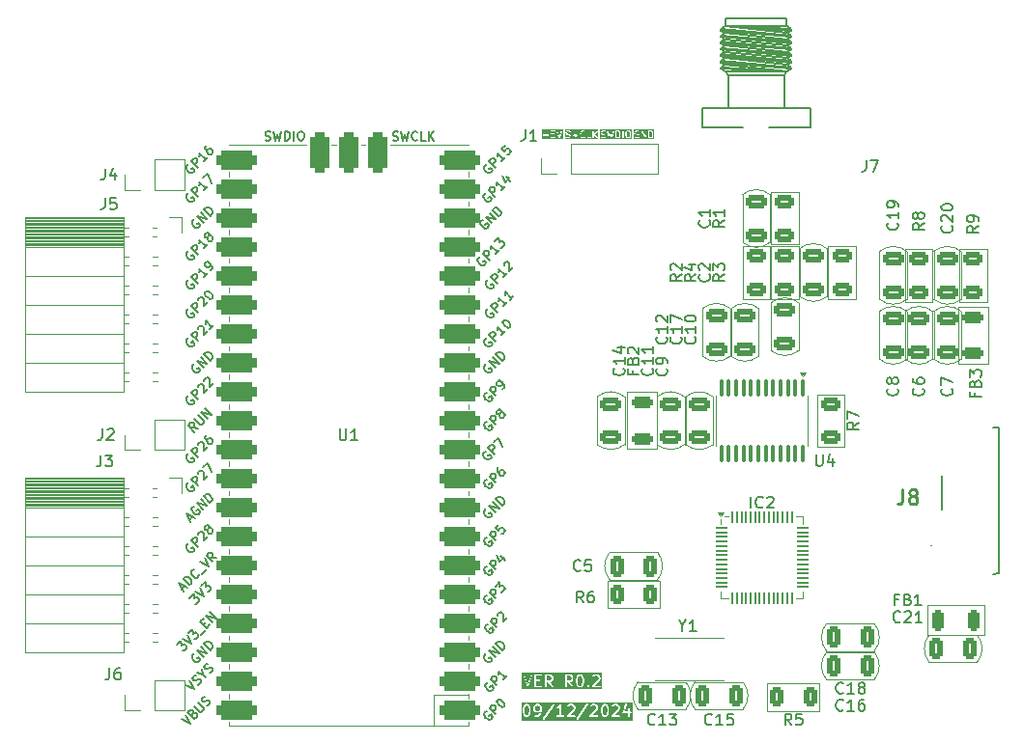
<source format=gbr>
%TF.GenerationSoftware,KiCad,Pcbnew,8.0.4*%
%TF.CreationDate,2024-09-14T20:21:27+07:00*%
%TF.ProjectId,FT600_RP2040,46543630-305f-4525-9032-3034302e6b69,rev?*%
%TF.SameCoordinates,PX7735940PY61c06a0*%
%TF.FileFunction,Legend,Top*%
%TF.FilePolarity,Positive*%
%FSLAX46Y46*%
G04 Gerber Fmt 4.6, Leading zero omitted, Abs format (unit mm)*
G04 Created by KiCad (PCBNEW 8.0.4) date 2024-09-14 20:21:27*
%MOMM*%
%LPD*%
G01*
G04 APERTURE LIST*
G04 Aperture macros list*
%AMRoundRect*
0 Rectangle with rounded corners*
0 $1 Rounding radius*
0 $2 $3 $4 $5 $6 $7 $8 $9 X,Y pos of 4 corners*
0 Add a 4 corners polygon primitive as box body*
4,1,4,$2,$3,$4,$5,$6,$7,$8,$9,$2,$3,0*
0 Add four circle primitives for the rounded corners*
1,1,$1+$1,$2,$3*
1,1,$1+$1,$4,$5*
1,1,$1+$1,$6,$7*
1,1,$1+$1,$8,$9*
0 Add four rect primitives between the rounded corners*
20,1,$1+$1,$2,$3,$4,$5,0*
20,1,$1+$1,$4,$5,$6,$7,0*
20,1,$1+$1,$6,$7,$8,$9,0*
20,1,$1+$1,$8,$9,$2,$3,0*%
G04 Aperture macros list end*
%ADD10C,0.150000*%
%ADD11C,0.100000*%
%ADD12C,0.254000*%
%ADD13C,0.200000*%
%ADD14C,0.120000*%
%ADD15RoundRect,0.050000X-0.450000X-0.050000X0.450000X-0.050000X0.450000X0.050000X-0.450000X0.050000X0*%
%ADD16RoundRect,0.050000X-0.050000X-0.450000X0.050000X-0.450000X0.050000X0.450000X-0.050000X0.450000X0*%
%ADD17R,3.900000X4.700000*%
%ADD18RoundRect,0.250000X0.325000X0.650000X-0.325000X0.650000X-0.325000X-0.650000X0.325000X-0.650000X0*%
%ADD19R,1.350000X0.400000*%
%ADD20C,2.580000*%
%ADD21R,1.900000X1.900000*%
%ADD22R,1.900000X1.800000*%
%ADD23R,1.600000X1.000000*%
%ADD24R,1.600000X2.100000*%
%ADD25C,0.800000*%
%ADD26C,6.400000*%
%ADD27O,1.800000X1.800000*%
%ADD28O,1.500000X1.500000*%
%ADD29RoundRect,0.425000X1.325000X0.425000X-1.325000X0.425000X-1.325000X-0.425000X1.325000X-0.425000X0*%
%ADD30RoundRect,0.425000X-0.425000X1.325000X-0.425000X-1.325000X0.425000X-1.325000X0.425000X1.325000X0*%
%ADD31R,1.700000X1.700000*%
%ADD32O,1.700000X1.700000*%
%ADD33R,1.900000X2.600000*%
%ADD34RoundRect,0.250000X0.625000X-0.312500X0.625000X0.312500X-0.625000X0.312500X-0.625000X-0.312500X0*%
%ADD35RoundRect,0.250000X0.650000X-0.325000X0.650000X0.325000X-0.650000X0.325000X-0.650000X-0.325000X0*%
%ADD36R,0.700000X4.000000*%
%ADD37R,3.200000X4.900000*%
%ADD38RoundRect,0.250000X-0.275000X-0.700000X0.275000X-0.700000X0.275000X0.700000X-0.275000X0.700000X0*%
%ADD39RoundRect,0.250000X0.312500X0.625000X-0.312500X0.625000X-0.312500X-0.625000X0.312500X-0.625000X0*%
%ADD40RoundRect,0.250000X-0.325000X-0.650000X0.325000X-0.650000X0.325000X0.650000X-0.325000X0.650000X0*%
%ADD41RoundRect,0.100000X-0.100000X0.637500X-0.100000X-0.637500X0.100000X-0.637500X0.100000X0.637500X0*%
%ADD42RoundRect,0.250000X0.700000X-0.275000X0.700000X0.275000X-0.700000X0.275000X-0.700000X-0.275000X0*%
%ADD43RoundRect,0.250000X-0.625000X0.312500X-0.625000X-0.312500X0.625000X-0.312500X0.625000X0.312500X0*%
%ADD44RoundRect,0.250000X-0.650000X0.325000X-0.650000X-0.325000X0.650000X-0.325000X0.650000X0.325000X0*%
%ADD45RoundRect,0.250000X-0.700000X0.275000X-0.700000X-0.275000X0.700000X-0.275000X0.700000X0.275000X0*%
G04 APERTURE END LIST*
D10*
G36*
X48897114Y5820923D02*
G01*
X48927521Y5790516D01*
X48966014Y5713529D01*
X49009398Y5539995D01*
X49009398Y5320368D01*
X48966014Y5146834D01*
X48927520Y5069847D01*
X48897113Y5039439D01*
X48828598Y5005181D01*
X48768770Y5005181D01*
X48700254Y5039439D01*
X48669847Y5069847D01*
X48631353Y5146834D01*
X48587970Y5320368D01*
X48587970Y5539995D01*
X48631353Y5713529D01*
X48669847Y5790516D01*
X48700254Y5820923D01*
X48768770Y5855181D01*
X48828598Y5855181D01*
X48897114Y5820923D01*
G37*
G36*
X46230447Y5820923D02*
G01*
X46260854Y5790516D01*
X46295112Y5722000D01*
X46295112Y5614553D01*
X46260854Y5546037D01*
X46230447Y5515630D01*
X46161931Y5481372D01*
X45873684Y5481372D01*
X45873684Y5855181D01*
X46161931Y5855181D01*
X46230447Y5820923D01*
G37*
G36*
X47992352Y5820923D02*
G01*
X48022759Y5790516D01*
X48057017Y5722000D01*
X48057017Y5614553D01*
X48022759Y5546037D01*
X47992352Y5515630D01*
X47923836Y5481372D01*
X47635589Y5481372D01*
X47635589Y5855181D01*
X47923836Y5855181D01*
X47992352Y5820923D01*
G37*
G36*
X50699080Y4744070D02*
G01*
X43708400Y4744070D01*
X43708400Y5920801D01*
X43819511Y5920801D01*
X43822771Y5906464D01*
X44156104Y4906464D01*
X44162098Y4893039D01*
X44165608Y4888992D01*
X44168005Y4884198D01*
X44175113Y4878033D01*
X44181272Y4870932D01*
X44186061Y4868538D01*
X44190112Y4865024D01*
X44199037Y4862050D01*
X44207445Y4857845D01*
X44212789Y4857466D01*
X44217875Y4855770D01*
X44227255Y4856437D01*
X44236635Y4855770D01*
X44241720Y4857466D01*
X44247065Y4857845D01*
X44255475Y4862051D01*
X44264397Y4865024D01*
X44268444Y4868535D01*
X44273238Y4870931D01*
X44279401Y4878037D01*
X44286505Y4884198D01*
X44288900Y4888990D01*
X44292412Y4893038D01*
X44298406Y4906464D01*
X44631739Y5906464D01*
X44634999Y5920800D01*
X44634332Y5930181D01*
X44818922Y5930181D01*
X44818922Y4930181D01*
X44820363Y4915550D01*
X44820363Y4915549D01*
X44831562Y4888513D01*
X44852254Y4867821D01*
X44879290Y4856622D01*
X44893922Y4855181D01*
X45370112Y4855181D01*
X45384744Y4856622D01*
X45411780Y4867821D01*
X45432472Y4888513D01*
X45443671Y4915549D01*
X45443671Y4944813D01*
X45432472Y4971849D01*
X45411780Y4992541D01*
X45384744Y5003740D01*
X45370112Y5005181D01*
X44968922Y5005181D01*
X44968922Y5378991D01*
X45227255Y5378991D01*
X45241887Y5380432D01*
X45268923Y5391631D01*
X45289615Y5412323D01*
X45300814Y5439359D01*
X45300814Y5468623D01*
X45289615Y5495659D01*
X45268923Y5516351D01*
X45241887Y5527550D01*
X45227255Y5528991D01*
X44968922Y5528991D01*
X44968922Y5855181D01*
X45370112Y5855181D01*
X45384744Y5856622D01*
X45411780Y5867821D01*
X45432472Y5888513D01*
X45443671Y5915549D01*
X45443671Y5930181D01*
X45723684Y5930181D01*
X45723684Y4930181D01*
X45725125Y4915549D01*
X45736324Y4888513D01*
X45757016Y4867821D01*
X45784052Y4856622D01*
X45813316Y4856622D01*
X45840352Y4867821D01*
X45861044Y4888513D01*
X45872243Y4915549D01*
X45873684Y4930181D01*
X45873684Y5331372D01*
X45997730Y5331372D01*
X46308670Y4887171D01*
X46318241Y4876011D01*
X46342920Y4860284D01*
X46371737Y4855198D01*
X46400308Y4861528D01*
X46424282Y4878310D01*
X46440009Y4902988D01*
X46445094Y4931806D01*
X46438765Y4960377D01*
X46431555Y4973190D01*
X46180751Y5331482D01*
X46194268Y5332813D01*
X46196757Y5333845D01*
X46199445Y5334035D01*
X46213177Y5339290D01*
X46308415Y5386909D01*
X46314714Y5390874D01*
X46316542Y5391631D01*
X46318598Y5393320D01*
X46320858Y5394741D01*
X46322157Y5396240D01*
X46327907Y5400958D01*
X46375526Y5448577D01*
X46380244Y5454327D01*
X46381743Y5455626D01*
X46383164Y5457886D01*
X46384853Y5459942D01*
X46385610Y5461770D01*
X46389575Y5468069D01*
X46437194Y5563307D01*
X46442449Y5577038D01*
X46442640Y5579728D01*
X46443671Y5582216D01*
X46445112Y5596848D01*
X46445112Y5739705D01*
X46443671Y5754337D01*
X46442640Y5756826D01*
X46442449Y5759515D01*
X46437194Y5773246D01*
X46389575Y5868484D01*
X46385610Y5874784D01*
X46384853Y5876611D01*
X46383164Y5878668D01*
X46381743Y5880927D01*
X46380244Y5882227D01*
X46375526Y5887976D01*
X46333321Y5930181D01*
X47485589Y5930181D01*
X47485589Y4930181D01*
X47487030Y4915549D01*
X47498229Y4888513D01*
X47518921Y4867821D01*
X47545957Y4856622D01*
X47575221Y4856622D01*
X47602257Y4867821D01*
X47622949Y4888513D01*
X47634148Y4915549D01*
X47635589Y4930181D01*
X47635589Y5331372D01*
X47759635Y5331372D01*
X48070575Y4887171D01*
X48080146Y4876011D01*
X48104825Y4860284D01*
X48133642Y4855198D01*
X48162213Y4861528D01*
X48186187Y4878310D01*
X48201914Y4902988D01*
X48206999Y4931806D01*
X48200670Y4960377D01*
X48193460Y4973190D01*
X47942656Y5331482D01*
X47956173Y5332813D01*
X47958662Y5333845D01*
X47961350Y5334035D01*
X47975082Y5339290D01*
X48070320Y5386909D01*
X48076619Y5390874D01*
X48078447Y5391631D01*
X48080503Y5393320D01*
X48082763Y5394741D01*
X48084062Y5396240D01*
X48089812Y5400958D01*
X48137431Y5448577D01*
X48142149Y5454327D01*
X48143648Y5455626D01*
X48145069Y5457886D01*
X48146758Y5459942D01*
X48147515Y5461770D01*
X48151480Y5468069D01*
X48192060Y5549229D01*
X48437970Y5549229D01*
X48437970Y5311134D01*
X48438221Y5308581D01*
X48438059Y5307488D01*
X48438868Y5302015D01*
X48439411Y5296502D01*
X48439833Y5295481D01*
X48440209Y5292944D01*
X48487828Y5102468D01*
X48488213Y5101389D01*
X48488252Y5100849D01*
X48490579Y5094768D01*
X48492775Y5088622D01*
X48493097Y5088187D01*
X48493507Y5087117D01*
X48541126Y4991879D01*
X48545089Y4985583D01*
X48545847Y4983753D01*
X48547536Y4981695D01*
X48548958Y4979436D01*
X48550456Y4978137D01*
X48555174Y4972388D01*
X48602793Y4924768D01*
X48608542Y4920050D01*
X48609843Y4918550D01*
X48612102Y4917128D01*
X48614159Y4915440D01*
X48615986Y4914683D01*
X48622286Y4910718D01*
X48717524Y4863099D01*
X48731255Y4857844D01*
X48733944Y4857653D01*
X48736433Y4856622D01*
X48751065Y4855181D01*
X48846303Y4855181D01*
X48860935Y4856622D01*
X48863424Y4857654D01*
X48866112Y4857844D01*
X48879844Y4863099D01*
X48975082Y4910718D01*
X48981381Y4914683D01*
X48983209Y4915440D01*
X48985265Y4917128D01*
X48987525Y4918550D01*
X48988825Y4920050D01*
X48994575Y4924768D01*
X49042193Y4972387D01*
X49046911Y4978137D01*
X49048410Y4979436D01*
X49049831Y4981695D01*
X49051521Y4983753D01*
X49052278Y4985583D01*
X49056242Y4991879D01*
X49056518Y4992431D01*
X49391792Y4992431D01*
X49391792Y4963168D01*
X49396829Y4951009D01*
X49402991Y4936132D01*
X49412318Y4924767D01*
X49459937Y4877148D01*
X49471302Y4867821D01*
X49498338Y4856622D01*
X49498339Y4856622D01*
X49527601Y4856622D01*
X49527602Y4856622D01*
X49554638Y4867821D01*
X49566003Y4877148D01*
X49613622Y4924767D01*
X49622949Y4936132D01*
X49626545Y4944813D01*
X49820363Y4944813D01*
X49820363Y4915549D01*
X49831562Y4888513D01*
X49852254Y4867821D01*
X49879290Y4856622D01*
X49893922Y4855181D01*
X50512969Y4855181D01*
X50527601Y4856622D01*
X50554637Y4867821D01*
X50575329Y4888513D01*
X50586528Y4915549D01*
X50586528Y4944813D01*
X50575329Y4971849D01*
X50554637Y4992541D01*
X50527601Y5003740D01*
X50512969Y5005181D01*
X50074988Y5005181D01*
X50518383Y5448577D01*
X50527711Y5459942D01*
X50528742Y5462433D01*
X50530507Y5464467D01*
X50536501Y5477893D01*
X50584120Y5620749D01*
X50585769Y5628005D01*
X50586528Y5629835D01*
X50586789Y5632489D01*
X50587380Y5635086D01*
X50587239Y5637061D01*
X50587969Y5644467D01*
X50587969Y5739705D01*
X50586528Y5754337D01*
X50585497Y5756826D01*
X50585306Y5759515D01*
X50580051Y5773246D01*
X50532432Y5868484D01*
X50528467Y5874784D01*
X50527710Y5876611D01*
X50526021Y5878668D01*
X50524600Y5880927D01*
X50523101Y5882227D01*
X50518383Y5887976D01*
X50470764Y5935595D01*
X50465014Y5940314D01*
X50463715Y5941812D01*
X50461455Y5943234D01*
X50459399Y5944922D01*
X50457571Y5945680D01*
X50451272Y5949644D01*
X50356034Y5997263D01*
X50342302Y6002518D01*
X50339614Y6002709D01*
X50337125Y6003740D01*
X50322493Y6005181D01*
X50084398Y6005181D01*
X50069766Y6003740D01*
X50067277Y6002710D01*
X50064588Y6002518D01*
X50050857Y5997263D01*
X49955619Y5949644D01*
X49949319Y5945680D01*
X49947492Y5944922D01*
X49945435Y5943234D01*
X49943176Y5941812D01*
X49941876Y5940314D01*
X49936127Y5935595D01*
X49888508Y5887976D01*
X49879181Y5876611D01*
X49867982Y5849574D01*
X49867982Y5820312D01*
X49879181Y5793275D01*
X49899873Y5772583D01*
X49926910Y5761384D01*
X49956172Y5761384D01*
X49983209Y5772583D01*
X49994574Y5781910D01*
X50033587Y5820923D01*
X50102103Y5855181D01*
X50304788Y5855181D01*
X50373304Y5820923D01*
X50403711Y5790516D01*
X50437969Y5722000D01*
X50437969Y5656637D01*
X50399797Y5542124D01*
X49840889Y4983214D01*
X49831562Y4971849D01*
X49820363Y4944813D01*
X49626545Y4944813D01*
X49634148Y4963168D01*
X49634148Y4992431D01*
X49634102Y4992541D01*
X49622950Y5019467D01*
X49613622Y5030833D01*
X49566004Y5078452D01*
X49554638Y5087780D01*
X49554637Y5087781D01*
X49536341Y5095359D01*
X49527602Y5098979D01*
X49527601Y5098979D01*
X49498338Y5098979D01*
X49489599Y5095359D01*
X49471303Y5087781D01*
X49471302Y5087780D01*
X49459936Y5078452D01*
X49412317Y5030832D01*
X49402990Y5019467D01*
X49391792Y4992431D01*
X49056518Y4992431D01*
X49103861Y5087117D01*
X49104270Y5088187D01*
X49104593Y5088622D01*
X49106785Y5094759D01*
X49109116Y5100848D01*
X49109154Y5101389D01*
X49109540Y5102468D01*
X49157159Y5292944D01*
X49157534Y5295481D01*
X49157957Y5296502D01*
X49158499Y5302015D01*
X49159309Y5307488D01*
X49159146Y5308581D01*
X49159398Y5311134D01*
X49159398Y5549229D01*
X49159146Y5551783D01*
X49159309Y5552875D01*
X49158499Y5558349D01*
X49157957Y5563861D01*
X49157534Y5564883D01*
X49157159Y5567419D01*
X49109540Y5757895D01*
X49109154Y5758975D01*
X49109116Y5759515D01*
X49106785Y5765605D01*
X49104593Y5771741D01*
X49104270Y5772177D01*
X49103861Y5773246D01*
X49056242Y5868484D01*
X49052277Y5874784D01*
X49051520Y5876611D01*
X49049831Y5878668D01*
X49048410Y5880927D01*
X49046911Y5882227D01*
X49042193Y5887976D01*
X48994574Y5935595D01*
X48988824Y5940314D01*
X48987525Y5941812D01*
X48985265Y5943234D01*
X48983209Y5944922D01*
X48981381Y5945680D01*
X48975082Y5949644D01*
X48879844Y5997263D01*
X48866112Y6002518D01*
X48863424Y6002709D01*
X48860935Y6003740D01*
X48846303Y6005181D01*
X48751065Y6005181D01*
X48736433Y6003740D01*
X48733944Y6002710D01*
X48731255Y6002518D01*
X48717524Y5997263D01*
X48622286Y5949644D01*
X48615986Y5945680D01*
X48614159Y5944922D01*
X48612102Y5943234D01*
X48609843Y5941812D01*
X48608543Y5940314D01*
X48602794Y5935595D01*
X48555175Y5887976D01*
X48550456Y5882227D01*
X48548958Y5880927D01*
X48547536Y5878668D01*
X48545848Y5876611D01*
X48545090Y5874784D01*
X48541126Y5868484D01*
X48493507Y5773246D01*
X48493097Y5772177D01*
X48492775Y5771741D01*
X48490579Y5765596D01*
X48488252Y5759514D01*
X48488213Y5758975D01*
X48487828Y5757895D01*
X48440209Y5567419D01*
X48439833Y5564883D01*
X48439411Y5563861D01*
X48438868Y5558349D01*
X48438059Y5552875D01*
X48438221Y5551783D01*
X48437970Y5549229D01*
X48192060Y5549229D01*
X48199099Y5563307D01*
X48204354Y5577038D01*
X48204545Y5579728D01*
X48205576Y5582216D01*
X48207017Y5596848D01*
X48207017Y5739705D01*
X48205576Y5754337D01*
X48204545Y5756826D01*
X48204354Y5759515D01*
X48199099Y5773246D01*
X48151480Y5868484D01*
X48147515Y5874784D01*
X48146758Y5876611D01*
X48145069Y5878668D01*
X48143648Y5880927D01*
X48142149Y5882227D01*
X48137431Y5887976D01*
X48089812Y5935595D01*
X48084062Y5940314D01*
X48082763Y5941812D01*
X48080503Y5943234D01*
X48078447Y5944922D01*
X48076619Y5945680D01*
X48070320Y5949644D01*
X47975082Y5997263D01*
X47961350Y6002518D01*
X47958662Y6002709D01*
X47956173Y6003740D01*
X47941541Y6005181D01*
X47560589Y6005181D01*
X47545957Y6003740D01*
X47518921Y5992541D01*
X47498229Y5971849D01*
X47487030Y5944813D01*
X47485589Y5930181D01*
X46333321Y5930181D01*
X46327907Y5935595D01*
X46322157Y5940314D01*
X46320858Y5941812D01*
X46318598Y5943234D01*
X46316542Y5944922D01*
X46314714Y5945680D01*
X46308415Y5949644D01*
X46213177Y5997263D01*
X46199445Y6002518D01*
X46196757Y6002709D01*
X46194268Y6003740D01*
X46179636Y6005181D01*
X45798684Y6005181D01*
X45784052Y6003740D01*
X45757016Y5992541D01*
X45736324Y5971849D01*
X45725125Y5944813D01*
X45723684Y5930181D01*
X45443671Y5930181D01*
X45443671Y5944813D01*
X45432472Y5971849D01*
X45411780Y5992541D01*
X45384744Y6003740D01*
X45370112Y6005181D01*
X44893922Y6005181D01*
X44879290Y6003740D01*
X44852254Y5992541D01*
X44831562Y5971849D01*
X44820363Y5944813D01*
X44818922Y5930181D01*
X44634332Y5930181D01*
X44632924Y5949990D01*
X44619838Y5976164D01*
X44597730Y5995338D01*
X44569968Y6004592D01*
X44540778Y6002517D01*
X44514605Y5989430D01*
X44495431Y5967323D01*
X44489437Y5953898D01*
X44227255Y5167352D01*
X43965073Y5953898D01*
X43959079Y5967324D01*
X43939905Y5989431D01*
X43913732Y6002517D01*
X43884542Y6004592D01*
X43856779Y5995338D01*
X43834672Y5976164D01*
X43821586Y5949991D01*
X43819511Y5920801D01*
X43708400Y5920801D01*
X43708400Y6116292D01*
X50699080Y6116292D01*
X50699080Y4744070D01*
G37*
D11*
G36*
X47303758Y52961962D02*
G01*
X45445785Y52961962D01*
X45445785Y53326334D01*
X45512452Y53326334D01*
X45512452Y53288066D01*
X45539512Y53261006D01*
X45558646Y53257200D01*
X45737217Y53257200D01*
X45737217Y53078629D01*
X45741023Y53059495D01*
X45768083Y53032435D01*
X45806351Y53032435D01*
X45833411Y53059495D01*
X45837217Y53078629D01*
X45837217Y53257200D01*
X46015789Y53257200D01*
X46034923Y53261006D01*
X46061983Y53288066D01*
X46061983Y53326334D01*
X46034923Y53353394D01*
X46015789Y53357200D01*
X45837217Y53357200D01*
X45837217Y53397890D01*
X46223179Y53397890D01*
X46225062Y53378473D01*
X46226737Y53376426D01*
X46226737Y53373781D01*
X46238638Y53361880D01*
X46249295Y53348854D01*
X46251926Y53348591D01*
X46253796Y53346721D01*
X46270624Y53346721D01*
X46287373Y53345046D01*
X46289420Y53346721D01*
X46292065Y53346721D01*
X46308286Y53357559D01*
X46331121Y53380394D01*
X46370449Y53400058D01*
X46489700Y53400058D01*
X46529028Y53380394D01*
X46546123Y53363298D01*
X46565788Y53323969D01*
X46565788Y53204718D01*
X46546123Y53165390D01*
X46529027Y53148293D01*
X46489699Y53128629D01*
X46370449Y53128629D01*
X46331119Y53148294D01*
X46308286Y53171127D01*
X46292065Y53181966D01*
X46253797Y53181966D01*
X46226737Y53154906D01*
X46226737Y53116638D01*
X46237576Y53100417D01*
X46266148Y53071845D01*
X46272809Y53067394D01*
X46279143Y53062478D01*
X46336286Y53033907D01*
X46338701Y53033246D01*
X46339512Y53032435D01*
X46347372Y53030872D01*
X46355102Y53028755D01*
X46356189Y53029118D01*
X46358646Y53028629D01*
X46501503Y53028629D01*
X46503959Y53029118D01*
X46505047Y53028755D01*
X46512776Y53030872D01*
X46520637Y53032435D01*
X46521447Y53033246D01*
X46523863Y53033907D01*
X46581007Y53062479D01*
X46587335Y53067391D01*
X46594002Y53071845D01*
X46622573Y53100417D01*
X46627027Y53107084D01*
X46631939Y53113412D01*
X46660510Y53170555D01*
X46661171Y53172971D01*
X46661982Y53173781D01*
X46663545Y53181642D01*
X46665662Y53189371D01*
X46665299Y53190459D01*
X46665788Y53192915D01*
X46665788Y53335772D01*
X46665299Y53338229D01*
X46665662Y53339316D01*
X46663545Y53347046D01*
X46661982Y53354906D01*
X46661171Y53355717D01*
X46660510Y53358132D01*
X46631939Y53415275D01*
X46627028Y53421603D01*
X46622572Y53428271D01*
X46594001Y53456841D01*
X46587341Y53461292D01*
X46581007Y53466207D01*
X46523864Y53494779D01*
X46521448Y53495441D01*
X46520637Y53496252D01*
X46512775Y53497816D01*
X46505048Y53499932D01*
X46503959Y53499570D01*
X46501503Y53500058D01*
X46358646Y53500058D01*
X46356189Y53499570D01*
X46355101Y53499932D01*
X46347373Y53497816D01*
X46339512Y53496252D01*
X46338700Y53495441D01*
X46336285Y53494779D01*
X46333213Y53493244D01*
X46346752Y53628629D01*
X46587217Y53628629D01*
X46606351Y53632435D01*
X46633411Y53659495D01*
X46633411Y53682173D01*
X46737343Y53682173D01*
X46739783Y53662818D01*
X46939783Y53062817D01*
X46949444Y53045869D01*
X46952786Y53044198D01*
X46954457Y53040856D01*
X46969493Y53035844D01*
X46983673Y53028754D01*
X46987218Y53029936D01*
X46990761Y53028755D01*
X47004934Y53035842D01*
X47019977Y53040856D01*
X47021648Y53044199D01*
X47024990Y53045869D01*
X47034651Y53062818D01*
X47234651Y53662818D01*
X47237091Y53682174D01*
X47219977Y53716402D01*
X47183673Y53728504D01*
X47149444Y53711389D01*
X47139783Y53694441D01*
X46987216Y53236743D01*
X46834651Y53694440D01*
X46824990Y53711389D01*
X46790761Y53728503D01*
X46754457Y53716402D01*
X46737343Y53682173D01*
X46633411Y53682173D01*
X46633411Y53697763D01*
X46606351Y53724823D01*
X46587217Y53728629D01*
X46301503Y53728629D01*
X46289542Y53726250D01*
X46287061Y53726498D01*
X46285863Y53725519D01*
X46282369Y53724823D01*
X46270469Y53712924D01*
X46257442Y53702265D01*
X46256402Y53698857D01*
X46255309Y53697763D01*
X46255309Y53695271D01*
X46251751Y53683604D01*
X46223179Y53397890D01*
X45837217Y53397890D01*
X45837217Y53535772D01*
X45833411Y53554906D01*
X45806351Y53581966D01*
X45768083Y53581966D01*
X45741023Y53554906D01*
X45737217Y53535772D01*
X45737217Y53357200D01*
X45558646Y53357200D01*
X45539512Y53353394D01*
X45512452Y53326334D01*
X45445785Y53326334D01*
X45445785Y53795296D01*
X47303758Y53795296D01*
X47303758Y52961962D01*
G37*
G36*
X52167351Y53606357D02*
G01*
X52210409Y53563298D01*
X52232898Y53518321D01*
X52258646Y53415331D01*
X52258646Y53341928D01*
X52232898Y53238938D01*
X52210409Y53193961D01*
X52167351Y53150902D01*
X52100533Y53128629D01*
X52015789Y53128629D01*
X52015789Y53628629D01*
X52100533Y53628629D01*
X52167351Y53606357D01*
G37*
G36*
X53107600Y53608964D02*
G01*
X53149211Y53567353D01*
X53172931Y53472476D01*
X53172931Y53284783D01*
X53149211Y53189906D01*
X53107600Y53148295D01*
X53068270Y53128629D01*
X52977591Y53128629D01*
X52938264Y53148293D01*
X52896651Y53189905D01*
X52872931Y53284785D01*
X52872931Y53472474D01*
X52896651Y53567354D01*
X52938264Y53608966D01*
X52977591Y53628629D01*
X53068270Y53628629D01*
X53107600Y53608964D01*
G37*
G36*
X53339598Y52961962D02*
G01*
X50563407Y52961962D01*
X50563407Y53564343D01*
X50630074Y53564343D01*
X50630074Y53507200D01*
X50630562Y53504744D01*
X50630200Y53503655D01*
X50632316Y53495928D01*
X50633880Y53488066D01*
X50634691Y53487255D01*
X50635353Y53484839D01*
X50663925Y53427697D01*
X50668836Y53421369D01*
X50673290Y53414703D01*
X50701861Y53386131D01*
X50708525Y53381678D01*
X50714857Y53376764D01*
X50772000Y53348193D01*
X50777282Y53346747D01*
X50782233Y53344408D01*
X50891193Y53317168D01*
X50936170Y53294680D01*
X50953267Y53277582D01*
X50972931Y53238255D01*
X50972931Y53204718D01*
X50953266Y53165390D01*
X50936170Y53148293D01*
X50896842Y53128629D01*
X50773902Y53128629D01*
X50695885Y53154634D01*
X50676529Y53157074D01*
X50642301Y53139960D01*
X50630200Y53103655D01*
X50647314Y53069427D01*
X50664263Y53059766D01*
X50749978Y53031195D01*
X50757926Y53030193D01*
X50765789Y53028629D01*
X50908646Y53028629D01*
X50911102Y53029118D01*
X50912190Y53028755D01*
X50919919Y53030872D01*
X50927780Y53032435D01*
X50928590Y53033246D01*
X50931006Y53033907D01*
X50988150Y53062479D01*
X50994478Y53067391D01*
X51001145Y53071845D01*
X51029716Y53100417D01*
X51034170Y53107084D01*
X51039082Y53113412D01*
X51067653Y53170555D01*
X51068314Y53172971D01*
X51069125Y53173781D01*
X51070688Y53181642D01*
X51072805Y53189371D01*
X51072442Y53190459D01*
X51072931Y53192915D01*
X51072931Y53250058D01*
X51072442Y53252515D01*
X51072805Y53253602D01*
X51070689Y53261327D01*
X51069125Y53269192D01*
X51068313Y53270004D01*
X51067652Y53272418D01*
X51039081Y53329561D01*
X51034169Y53335890D01*
X51029716Y53342555D01*
X51001145Y53371127D01*
X50994478Y53375582D01*
X50988150Y53380493D01*
X50931006Y53409065D01*
X50925722Y53410512D01*
X50920773Y53412850D01*
X50811811Y53440091D01*
X50766835Y53462579D01*
X50749737Y53479677D01*
X50730074Y53519004D01*
X50730074Y53552540D01*
X50749738Y53591868D01*
X50766835Y53608966D01*
X50806163Y53628629D01*
X50929104Y53628629D01*
X51007119Y53602624D01*
X51026475Y53600184D01*
X51060704Y53617298D01*
X51072805Y53653603D01*
X51056334Y53686543D01*
X51173562Y53686543D01*
X51174292Y53667048D01*
X51317149Y53067048D01*
X51325283Y53049316D01*
X51331652Y53045397D01*
X51335399Y53038925D01*
X51347346Y53035740D01*
X51357875Y53029260D01*
X51365148Y53030992D01*
X51372374Y53029065D01*
X51383073Y53035260D01*
X51395102Y53038123D01*
X51399021Y53044493D01*
X51405493Y53048239D01*
X51414101Y53065746D01*
X51480074Y53313147D01*
X51546048Y53065746D01*
X51554656Y53048239D01*
X51561127Y53044493D01*
X51565047Y53038123D01*
X51577075Y53035259D01*
X51587774Y53029065D01*
X51594998Y53030992D01*
X51602274Y53029259D01*
X51612805Y53035740D01*
X51624750Y53038925D01*
X51628496Y53045397D01*
X51634866Y53049316D01*
X51643000Y53067048D01*
X51785858Y53667048D01*
X51786292Y53678629D01*
X51915789Y53678629D01*
X51915789Y53078629D01*
X51919595Y53059495D01*
X51946655Y53032435D01*
X51965789Y53028629D01*
X52108646Y53028629D01*
X52116508Y53030193D01*
X52124457Y53031195D01*
X52210171Y53059766D01*
X52212346Y53061006D01*
X52213494Y53061006D01*
X52220158Y53065460D01*
X52227119Y53069427D01*
X52227632Y53070454D01*
X52229715Y53071845D01*
X52286858Y53128987D01*
X52291314Y53135656D01*
X52296225Y53141983D01*
X52324796Y53199126D01*
X52326242Y53204409D01*
X52328581Y53209359D01*
X52357153Y53323645D01*
X52357450Y53329763D01*
X52358646Y53335772D01*
X52358646Y53421486D01*
X52357450Y53427496D01*
X52357153Y53433613D01*
X52328581Y53547899D01*
X52326242Y53552850D01*
X52324796Y53558132D01*
X52296225Y53615275D01*
X52291314Y53621603D01*
X52286858Y53628271D01*
X52236499Y53678629D01*
X52515789Y53678629D01*
X52515789Y53078629D01*
X52519595Y53059495D01*
X52546655Y53032435D01*
X52584923Y53032435D01*
X52611983Y53059495D01*
X52615789Y53078629D01*
X52615789Y53478629D01*
X52772931Y53478629D01*
X52772931Y53278629D01*
X52774126Y53272620D01*
X52774424Y53266502D01*
X52802996Y53152216D01*
X52805309Y53147320D01*
X52805309Y53145209D01*
X52808712Y53140116D01*
X52811329Y53134577D01*
X52813139Y53133491D01*
X52816148Y53128988D01*
X52873290Y53071845D01*
X52879956Y53067391D01*
X52886285Y53062479D01*
X52943428Y53033908D01*
X52945842Y53033247D01*
X52946654Y53032435D01*
X52954519Y53030871D01*
X52962244Y53028755D01*
X52963331Y53029118D01*
X52965788Y53028629D01*
X53080074Y53028629D01*
X53082530Y53029118D01*
X53083618Y53028755D01*
X53091347Y53030872D01*
X53099208Y53032435D01*
X53100018Y53033246D01*
X53102434Y53033907D01*
X53159578Y53062479D01*
X53165912Y53067395D01*
X53172572Y53071845D01*
X53229715Y53128987D01*
X53232725Y53133492D01*
X53234534Y53134577D01*
X53237148Y53140113D01*
X53240554Y53145208D01*
X53240554Y53147320D01*
X53242867Y53152216D01*
X53271438Y53266502D01*
X53271735Y53272620D01*
X53272931Y53278629D01*
X53272931Y53478629D01*
X53271735Y53484639D01*
X53271438Y53490756D01*
X53242867Y53605042D01*
X53240554Y53609939D01*
X53240554Y53612050D01*
X53237148Y53617146D01*
X53234534Y53622681D01*
X53232725Y53623767D01*
X53229715Y53628271D01*
X53172572Y53685413D01*
X53165912Y53689864D01*
X53159578Y53694779D01*
X53102434Y53723351D01*
X53100018Y53724013D01*
X53099208Y53724823D01*
X53091347Y53726387D01*
X53083618Y53728503D01*
X53082530Y53728141D01*
X53080074Y53728629D01*
X52965788Y53728629D01*
X52963331Y53728141D01*
X52962244Y53728503D01*
X52954519Y53726388D01*
X52946654Y53724823D01*
X52945842Y53724012D01*
X52943428Y53723350D01*
X52886285Y53694779D01*
X52879956Y53689868D01*
X52873290Y53685413D01*
X52816148Y53628270D01*
X52813139Y53623768D01*
X52811329Y53622681D01*
X52808712Y53617143D01*
X52805309Y53612049D01*
X52805309Y53609939D01*
X52802996Y53605042D01*
X52774424Y53490756D01*
X52774126Y53484639D01*
X52772931Y53478629D01*
X52615789Y53478629D01*
X52615789Y53678629D01*
X52611983Y53697763D01*
X52584923Y53724823D01*
X52546655Y53724823D01*
X52519595Y53697763D01*
X52515789Y53678629D01*
X52236499Y53678629D01*
X52229715Y53685413D01*
X52227632Y53686805D01*
X52227119Y53687831D01*
X52220158Y53691799D01*
X52213494Y53696252D01*
X52212346Y53696252D01*
X52210171Y53697492D01*
X52124457Y53726063D01*
X52116508Y53727066D01*
X52108646Y53728629D01*
X51965789Y53728629D01*
X51946655Y53724823D01*
X51919595Y53697763D01*
X51915789Y53678629D01*
X51786292Y53678629D01*
X51786588Y53686544D01*
X51766531Y53719135D01*
X51729304Y53727999D01*
X51696712Y53707943D01*
X51688578Y53690211D01*
X51591616Y53282973D01*
X51528387Y53520083D01*
X51519779Y53537590D01*
X51513882Y53541004D01*
X51510466Y53546905D01*
X51497903Y53550255D01*
X51486661Y53556764D01*
X51480077Y53555009D01*
X51473490Y53556765D01*
X51462240Y53550252D01*
X51449685Y53546904D01*
X51446270Y53541007D01*
X51440371Y53537591D01*
X51431763Y53520084D01*
X51368533Y53282973D01*
X51271572Y53690210D01*
X51263438Y53707942D01*
X51230846Y53727999D01*
X51193619Y53719135D01*
X51173562Y53686543D01*
X51056334Y53686543D01*
X51055690Y53687831D01*
X51038742Y53697492D01*
X50953028Y53726063D01*
X50945079Y53727066D01*
X50937217Y53728629D01*
X50794360Y53728629D01*
X50791903Y53728141D01*
X50790816Y53728503D01*
X50783086Y53726387D01*
X50775226Y53724823D01*
X50774415Y53724013D01*
X50772000Y53723351D01*
X50714857Y53694780D01*
X50708525Y53689867D01*
X50701861Y53685413D01*
X50673290Y53656841D01*
X50668836Y53650176D01*
X50663925Y53643847D01*
X50635353Y53586704D01*
X50634691Y53584289D01*
X50633880Y53583477D01*
X50632316Y53575616D01*
X50630200Y53567888D01*
X50630562Y53566800D01*
X50630074Y53564343D01*
X50563407Y53564343D01*
X50563407Y53795296D01*
X53339598Y53795296D01*
X53339598Y52961962D01*
G37*
D10*
G36*
X44223304Y3220923D02*
G01*
X44253711Y3190516D01*
X44292204Y3113529D01*
X44335588Y2939995D01*
X44335588Y2720368D01*
X44292204Y2546834D01*
X44253710Y2469847D01*
X44223303Y2439439D01*
X44154788Y2405181D01*
X44094960Y2405181D01*
X44026444Y2439439D01*
X43996037Y2469847D01*
X43957543Y2546834D01*
X43914160Y2720368D01*
X43914160Y2939995D01*
X43957543Y3113529D01*
X43996037Y3190516D01*
X44026444Y3220923D01*
X44094960Y3255181D01*
X44154788Y3255181D01*
X44223304Y3220923D01*
G37*
G36*
X45223304Y3220923D02*
G01*
X45253711Y3190516D01*
X45287969Y3122000D01*
X45287969Y2919315D01*
X45253711Y2850799D01*
X45223304Y2820392D01*
X45154788Y2786134D01*
X44999722Y2786134D01*
X44931206Y2820392D01*
X44900799Y2850799D01*
X44866541Y2919315D01*
X44866541Y3122000D01*
X44900799Y3190516D01*
X44931206Y3220923D01*
X44999722Y3255181D01*
X45154788Y3255181D01*
X45223304Y3220923D01*
G37*
G36*
X51080447Y3220923D02*
G01*
X51110854Y3190516D01*
X51149347Y3113529D01*
X51192731Y2939995D01*
X51192731Y2720368D01*
X51149347Y2546834D01*
X51110853Y2469847D01*
X51080446Y2439439D01*
X51011931Y2405181D01*
X50952103Y2405181D01*
X50883587Y2439439D01*
X50853180Y2469847D01*
X50814686Y2546834D01*
X50771303Y2720368D01*
X50771303Y2939995D01*
X50814686Y3113529D01*
X50853180Y3190516D01*
X50883587Y3220923D01*
X50952103Y3255181D01*
X51011931Y3255181D01*
X51080447Y3220923D01*
G37*
G36*
X53404782Y1905975D02*
G01*
X43653049Y1905975D01*
X43653049Y2092007D01*
X45573684Y2092007D01*
X45579423Y2063313D01*
X45595706Y2038998D01*
X45620055Y2022765D01*
X45648763Y2017086D01*
X45677457Y2022825D01*
X45701772Y2039108D01*
X45711088Y2050484D01*
X45738770Y2092007D01*
X48526065Y2092007D01*
X48531804Y2063313D01*
X48548087Y2038998D01*
X48572436Y2022765D01*
X48601144Y2017086D01*
X48629838Y2022825D01*
X48654153Y2039108D01*
X48663469Y2050484D01*
X48859688Y2344813D01*
X49622744Y2344813D01*
X49622744Y2315549D01*
X49633943Y2288513D01*
X49654635Y2267821D01*
X49681671Y2256622D01*
X49696303Y2255181D01*
X50315350Y2255181D01*
X50329982Y2256622D01*
X50357018Y2267821D01*
X50377710Y2288513D01*
X50388909Y2315549D01*
X50388909Y2344813D01*
X50377710Y2371849D01*
X50357018Y2392541D01*
X50329982Y2403740D01*
X50315350Y2405181D01*
X49877369Y2405181D01*
X50320764Y2848577D01*
X50330092Y2859942D01*
X50331123Y2862433D01*
X50332888Y2864467D01*
X50338882Y2877893D01*
X50362661Y2949229D01*
X50621303Y2949229D01*
X50621303Y2711134D01*
X50621554Y2708581D01*
X50621392Y2707488D01*
X50622201Y2702015D01*
X50622744Y2696502D01*
X50623166Y2695481D01*
X50623542Y2692944D01*
X50671161Y2502468D01*
X50671546Y2501389D01*
X50671585Y2500849D01*
X50673912Y2494768D01*
X50676108Y2488622D01*
X50676430Y2488187D01*
X50676840Y2487117D01*
X50724459Y2391879D01*
X50728422Y2385583D01*
X50729180Y2383753D01*
X50730869Y2381695D01*
X50732291Y2379436D01*
X50733789Y2378137D01*
X50738507Y2372388D01*
X50786126Y2324768D01*
X50791875Y2320050D01*
X50793176Y2318550D01*
X50795435Y2317128D01*
X50797492Y2315440D01*
X50799319Y2314683D01*
X50805619Y2310718D01*
X50900857Y2263099D01*
X50914588Y2257844D01*
X50917277Y2257653D01*
X50919766Y2256622D01*
X50934398Y2255181D01*
X51029636Y2255181D01*
X51044268Y2256622D01*
X51046757Y2257654D01*
X51049445Y2257844D01*
X51063177Y2263099D01*
X51158415Y2310718D01*
X51164714Y2314683D01*
X51166542Y2315440D01*
X51168598Y2317128D01*
X51170858Y2318550D01*
X51172158Y2320050D01*
X51177908Y2324768D01*
X51197953Y2344813D01*
X51527506Y2344813D01*
X51527506Y2315549D01*
X51538705Y2288513D01*
X51559397Y2267821D01*
X51586433Y2256622D01*
X51601065Y2255181D01*
X52220112Y2255181D01*
X52234744Y2256622D01*
X52261780Y2267821D01*
X52282472Y2288513D01*
X52293671Y2315549D01*
X52293671Y2344813D01*
X52282472Y2371849D01*
X52261780Y2392541D01*
X52234744Y2403740D01*
X52220112Y2405181D01*
X51782131Y2405181D01*
X52049844Y2672895D01*
X52526654Y2672895D01*
X52527506Y2660910D01*
X52527506Y2648883D01*
X52528538Y2646392D01*
X52528729Y2643705D01*
X52534103Y2632956D01*
X52538705Y2621847D01*
X52540610Y2619942D01*
X52541815Y2617532D01*
X52550897Y2609655D01*
X52559397Y2601155D01*
X52561885Y2600125D01*
X52563922Y2598358D01*
X52575325Y2594557D01*
X52586433Y2589956D01*
X52590259Y2589580D01*
X52591685Y2589104D01*
X52593659Y2589245D01*
X52601065Y2588515D01*
X53002255Y2588515D01*
X53002255Y2330181D01*
X53003696Y2315549D01*
X53014895Y2288513D01*
X53035587Y2267821D01*
X53062623Y2256622D01*
X53091887Y2256622D01*
X53118923Y2267821D01*
X53139615Y2288513D01*
X53150814Y2315549D01*
X53152255Y2330181D01*
X53152255Y2588515D01*
X53220112Y2588515D01*
X53234744Y2589956D01*
X53261780Y2601155D01*
X53282472Y2621847D01*
X53293671Y2648883D01*
X53293671Y2678147D01*
X53282472Y2705183D01*
X53261780Y2725875D01*
X53234744Y2737074D01*
X53220112Y2738515D01*
X53152255Y2738515D01*
X53152255Y2996848D01*
X53150814Y3011480D01*
X53139615Y3038516D01*
X53118923Y3059208D01*
X53091887Y3070407D01*
X53062623Y3070407D01*
X53035587Y3059208D01*
X53014895Y3038516D01*
X53003696Y3011480D01*
X53002255Y2996848D01*
X53002255Y2738515D01*
X52705122Y2738515D01*
X52910311Y3354082D01*
X52913571Y3368419D01*
X52911496Y3397609D01*
X52898410Y3423783D01*
X52876302Y3442957D01*
X52848540Y3452211D01*
X52819350Y3450136D01*
X52793177Y3437049D01*
X52774003Y3414942D01*
X52768009Y3401517D01*
X52529914Y2687232D01*
X52528264Y2679979D01*
X52527506Y2678147D01*
X52527506Y2676642D01*
X52526654Y2672895D01*
X52049844Y2672895D01*
X52225526Y2848577D01*
X52234854Y2859942D01*
X52235885Y2862433D01*
X52237650Y2864467D01*
X52243644Y2877893D01*
X52291263Y3020749D01*
X52292912Y3028005D01*
X52293671Y3029835D01*
X52293932Y3032489D01*
X52294523Y3035086D01*
X52294382Y3037061D01*
X52295112Y3044467D01*
X52295112Y3139705D01*
X52293671Y3154337D01*
X52292640Y3156826D01*
X52292449Y3159515D01*
X52287194Y3173246D01*
X52239575Y3268484D01*
X52235610Y3274784D01*
X52234853Y3276611D01*
X52233164Y3278668D01*
X52231743Y3280927D01*
X52230244Y3282227D01*
X52225526Y3287976D01*
X52177907Y3335595D01*
X52172157Y3340314D01*
X52170858Y3341812D01*
X52168598Y3343234D01*
X52166542Y3344922D01*
X52164714Y3345680D01*
X52158415Y3349644D01*
X52063177Y3397263D01*
X52049445Y3402518D01*
X52046757Y3402709D01*
X52044268Y3403740D01*
X52029636Y3405181D01*
X51791541Y3405181D01*
X51776909Y3403740D01*
X51774420Y3402710D01*
X51771731Y3402518D01*
X51758000Y3397263D01*
X51662762Y3349644D01*
X51656462Y3345680D01*
X51654635Y3344922D01*
X51652578Y3343234D01*
X51650319Y3341812D01*
X51649019Y3340314D01*
X51643270Y3335595D01*
X51595651Y3287976D01*
X51586324Y3276611D01*
X51575125Y3249574D01*
X51575125Y3220312D01*
X51586324Y3193275D01*
X51607016Y3172583D01*
X51634053Y3161384D01*
X51663315Y3161384D01*
X51690352Y3172583D01*
X51701717Y3181910D01*
X51740730Y3220923D01*
X51809246Y3255181D01*
X52011931Y3255181D01*
X52080447Y3220923D01*
X52110854Y3190516D01*
X52145112Y3122000D01*
X52145112Y3056637D01*
X52106940Y2942124D01*
X51548032Y2383214D01*
X51538705Y2371849D01*
X51527506Y2344813D01*
X51197953Y2344813D01*
X51225526Y2372387D01*
X51230244Y2378137D01*
X51231743Y2379436D01*
X51233164Y2381695D01*
X51234854Y2383753D01*
X51235611Y2385583D01*
X51239575Y2391879D01*
X51287194Y2487117D01*
X51287603Y2488187D01*
X51287926Y2488622D01*
X51290118Y2494759D01*
X51292449Y2500848D01*
X51292487Y2501389D01*
X51292873Y2502468D01*
X51340492Y2692944D01*
X51340867Y2695481D01*
X51341290Y2696502D01*
X51341832Y2702015D01*
X51342642Y2707488D01*
X51342479Y2708581D01*
X51342731Y2711134D01*
X51342731Y2949229D01*
X51342479Y2951783D01*
X51342642Y2952875D01*
X51341832Y2958349D01*
X51341290Y2963861D01*
X51340867Y2964883D01*
X51340492Y2967419D01*
X51292873Y3157895D01*
X51292487Y3158975D01*
X51292449Y3159515D01*
X51290118Y3165605D01*
X51287926Y3171741D01*
X51287603Y3172177D01*
X51287194Y3173246D01*
X51239575Y3268484D01*
X51235610Y3274784D01*
X51234853Y3276611D01*
X51233164Y3278668D01*
X51231743Y3280927D01*
X51230244Y3282227D01*
X51225526Y3287976D01*
X51177907Y3335595D01*
X51172157Y3340314D01*
X51170858Y3341812D01*
X51168598Y3343234D01*
X51166542Y3344922D01*
X51164714Y3345680D01*
X51158415Y3349644D01*
X51063177Y3397263D01*
X51049445Y3402518D01*
X51046757Y3402709D01*
X51044268Y3403740D01*
X51029636Y3405181D01*
X50934398Y3405181D01*
X50919766Y3403740D01*
X50917277Y3402710D01*
X50914588Y3402518D01*
X50900857Y3397263D01*
X50805619Y3349644D01*
X50799319Y3345680D01*
X50797492Y3344922D01*
X50795435Y3343234D01*
X50793176Y3341812D01*
X50791876Y3340314D01*
X50786127Y3335595D01*
X50738508Y3287976D01*
X50733789Y3282227D01*
X50732291Y3280927D01*
X50730869Y3278668D01*
X50729181Y3276611D01*
X50728423Y3274784D01*
X50724459Y3268484D01*
X50676840Y3173246D01*
X50676430Y3172177D01*
X50676108Y3171741D01*
X50673912Y3165596D01*
X50671585Y3159514D01*
X50671546Y3158975D01*
X50671161Y3157895D01*
X50623542Y2967419D01*
X50623166Y2964883D01*
X50622744Y2963861D01*
X50622201Y2958349D01*
X50621392Y2952875D01*
X50621554Y2951783D01*
X50621303Y2949229D01*
X50362661Y2949229D01*
X50386501Y3020749D01*
X50388150Y3028005D01*
X50388909Y3029835D01*
X50389170Y3032489D01*
X50389761Y3035086D01*
X50389620Y3037061D01*
X50390350Y3044467D01*
X50390350Y3139705D01*
X50388909Y3154337D01*
X50387878Y3156826D01*
X50387687Y3159515D01*
X50382432Y3173246D01*
X50334813Y3268484D01*
X50330848Y3274784D01*
X50330091Y3276611D01*
X50328402Y3278668D01*
X50326981Y3280927D01*
X50325482Y3282227D01*
X50320764Y3287976D01*
X50273145Y3335595D01*
X50267395Y3340314D01*
X50266096Y3341812D01*
X50263836Y3343234D01*
X50261780Y3344922D01*
X50259952Y3345680D01*
X50253653Y3349644D01*
X50158415Y3397263D01*
X50144683Y3402518D01*
X50141995Y3402709D01*
X50139506Y3403740D01*
X50124874Y3405181D01*
X49886779Y3405181D01*
X49872147Y3403740D01*
X49869658Y3402710D01*
X49866969Y3402518D01*
X49853238Y3397263D01*
X49758000Y3349644D01*
X49751700Y3345680D01*
X49749873Y3344922D01*
X49747816Y3343234D01*
X49745557Y3341812D01*
X49744257Y3340314D01*
X49738508Y3335595D01*
X49690889Y3287976D01*
X49681562Y3276611D01*
X49670363Y3249574D01*
X49670363Y3220312D01*
X49681562Y3193275D01*
X49702254Y3172583D01*
X49729291Y3161384D01*
X49758553Y3161384D01*
X49785590Y3172583D01*
X49796955Y3181910D01*
X49835968Y3220923D01*
X49904484Y3255181D01*
X50107169Y3255181D01*
X50175685Y3220923D01*
X50206092Y3190516D01*
X50240350Y3122000D01*
X50240350Y3056637D01*
X50202178Y2942124D01*
X49643270Y2383214D01*
X49633943Y2371849D01*
X49622744Y2344813D01*
X48859688Y2344813D01*
X49520611Y3336198D01*
X49527528Y3349172D01*
X49533207Y3377879D01*
X49527468Y3406574D01*
X49511185Y3430889D01*
X49486836Y3447122D01*
X49458128Y3452800D01*
X49429434Y3447061D01*
X49405119Y3430778D01*
X49395803Y3419403D01*
X48538661Y2133688D01*
X48531744Y2120715D01*
X48526065Y2092007D01*
X45738770Y2092007D01*
X46379997Y3053848D01*
X46717130Y3053848D01*
X46719204Y3024658D01*
X46732291Y2998483D01*
X46754399Y2979310D01*
X46782160Y2970056D01*
X46811350Y2972130D01*
X46825082Y2977385D01*
X46920320Y3025004D01*
X46926619Y3028969D01*
X46928447Y3029726D01*
X46930503Y3031415D01*
X46932763Y3032836D01*
X46934062Y3034335D01*
X46939812Y3039053D01*
X47002255Y3101496D01*
X47002255Y2405181D01*
X46791541Y2405181D01*
X46776909Y2403740D01*
X46749873Y2392541D01*
X46729181Y2371849D01*
X46717982Y2344813D01*
X46717982Y2315549D01*
X46729181Y2288513D01*
X46749873Y2267821D01*
X46776909Y2256622D01*
X46791541Y2255181D01*
X47362969Y2255181D01*
X47377601Y2256622D01*
X47404637Y2267821D01*
X47425329Y2288513D01*
X47436528Y2315549D01*
X47436528Y2344813D01*
X47622744Y2344813D01*
X47622744Y2315549D01*
X47633943Y2288513D01*
X47654635Y2267821D01*
X47681671Y2256622D01*
X47696303Y2255181D01*
X48315350Y2255181D01*
X48329982Y2256622D01*
X48357018Y2267821D01*
X48377710Y2288513D01*
X48388909Y2315549D01*
X48388909Y2344813D01*
X48377710Y2371849D01*
X48357018Y2392541D01*
X48329982Y2403740D01*
X48315350Y2405181D01*
X47877369Y2405181D01*
X48320764Y2848577D01*
X48330092Y2859942D01*
X48331123Y2862433D01*
X48332888Y2864467D01*
X48338882Y2877893D01*
X48386501Y3020749D01*
X48388150Y3028005D01*
X48388909Y3029835D01*
X48389170Y3032489D01*
X48389761Y3035086D01*
X48389620Y3037061D01*
X48390350Y3044467D01*
X48390350Y3139705D01*
X48388909Y3154337D01*
X48387878Y3156826D01*
X48387687Y3159515D01*
X48382432Y3173246D01*
X48334813Y3268484D01*
X48330848Y3274784D01*
X48330091Y3276611D01*
X48328402Y3278668D01*
X48326981Y3280927D01*
X48325482Y3282227D01*
X48320764Y3287976D01*
X48273145Y3335595D01*
X48267395Y3340314D01*
X48266096Y3341812D01*
X48263836Y3343234D01*
X48261780Y3344922D01*
X48259952Y3345680D01*
X48253653Y3349644D01*
X48158415Y3397263D01*
X48144683Y3402518D01*
X48141995Y3402709D01*
X48139506Y3403740D01*
X48124874Y3405181D01*
X47886779Y3405181D01*
X47872147Y3403740D01*
X47869658Y3402710D01*
X47866969Y3402518D01*
X47853238Y3397263D01*
X47758000Y3349644D01*
X47751700Y3345680D01*
X47749873Y3344922D01*
X47747816Y3343234D01*
X47745557Y3341812D01*
X47744257Y3340314D01*
X47738508Y3335595D01*
X47690889Y3287976D01*
X47681562Y3276611D01*
X47670363Y3249574D01*
X47670363Y3220312D01*
X47681562Y3193275D01*
X47702254Y3172583D01*
X47729291Y3161384D01*
X47758553Y3161384D01*
X47785590Y3172583D01*
X47796955Y3181910D01*
X47835968Y3220923D01*
X47904484Y3255181D01*
X48107169Y3255181D01*
X48175685Y3220923D01*
X48206092Y3190516D01*
X48240350Y3122000D01*
X48240350Y3056637D01*
X48202178Y2942124D01*
X47643270Y2383214D01*
X47633943Y2371849D01*
X47622744Y2344813D01*
X47436528Y2344813D01*
X47425329Y2371849D01*
X47404637Y2392541D01*
X47377601Y2403740D01*
X47362969Y2405181D01*
X47152255Y2405181D01*
X47152255Y3330181D01*
X47152249Y3330234D01*
X47152255Y3330260D01*
X47152239Y3330337D01*
X47150814Y3344813D01*
X47147972Y3351674D01*
X47146516Y3358955D01*
X47142426Y3365062D01*
X47139615Y3371849D01*
X47134366Y3377098D01*
X47130233Y3383270D01*
X47124116Y3387348D01*
X47118923Y3392541D01*
X47112063Y3395383D01*
X47105884Y3399502D01*
X47098675Y3400928D01*
X47091887Y3403740D01*
X47084460Y3403740D01*
X47077176Y3405181D01*
X47069971Y3403740D01*
X47062623Y3403740D01*
X47055762Y3400899D01*
X47048482Y3399442D01*
X47042376Y3395354D01*
X47035587Y3392541D01*
X47030336Y3387291D01*
X47024167Y3383159D01*
X47014946Y3371901D01*
X47014895Y3371849D01*
X47014885Y3371827D01*
X47014851Y3371784D01*
X46923731Y3235104D01*
X46842352Y3153725D01*
X46758000Y3111549D01*
X46745557Y3103717D01*
X46726384Y3081609D01*
X46717130Y3053848D01*
X46379997Y3053848D01*
X46568230Y3336198D01*
X46575147Y3349172D01*
X46580826Y3377879D01*
X46575087Y3406574D01*
X46558804Y3430889D01*
X46534455Y3447122D01*
X46505747Y3452800D01*
X46477053Y3447061D01*
X46452738Y3430778D01*
X46443422Y3419403D01*
X45586280Y2133688D01*
X45579363Y2120715D01*
X45573684Y2092007D01*
X43653049Y2092007D01*
X43653049Y2949229D01*
X43764160Y2949229D01*
X43764160Y2711134D01*
X43764411Y2708581D01*
X43764249Y2707488D01*
X43765058Y2702015D01*
X43765601Y2696502D01*
X43766023Y2695481D01*
X43766399Y2692944D01*
X43814018Y2502468D01*
X43814403Y2501389D01*
X43814442Y2500849D01*
X43816769Y2494768D01*
X43818965Y2488622D01*
X43819287Y2488187D01*
X43819697Y2487117D01*
X43867316Y2391879D01*
X43871279Y2385583D01*
X43872037Y2383753D01*
X43873726Y2381695D01*
X43875148Y2379436D01*
X43876646Y2378137D01*
X43881364Y2372388D01*
X43928983Y2324768D01*
X43934732Y2320050D01*
X43936033Y2318550D01*
X43938292Y2317128D01*
X43940349Y2315440D01*
X43942176Y2314683D01*
X43948476Y2310718D01*
X44043714Y2263099D01*
X44057445Y2257844D01*
X44060134Y2257653D01*
X44062623Y2256622D01*
X44077255Y2255181D01*
X44172493Y2255181D01*
X44187125Y2256622D01*
X44189614Y2257654D01*
X44192302Y2257844D01*
X44206034Y2263099D01*
X44301272Y2310718D01*
X44307571Y2314683D01*
X44309399Y2315440D01*
X44311455Y2317128D01*
X44313715Y2318550D01*
X44315015Y2320050D01*
X44320765Y2324768D01*
X44368383Y2372387D01*
X44373101Y2378137D01*
X44374600Y2379436D01*
X44376021Y2381695D01*
X44377711Y2383753D01*
X44378468Y2385583D01*
X44382432Y2391879D01*
X44430051Y2487117D01*
X44430460Y2488187D01*
X44430783Y2488622D01*
X44432975Y2494759D01*
X44435306Y2500848D01*
X44435344Y2501389D01*
X44435730Y2502468D01*
X44483349Y2692944D01*
X44483724Y2695481D01*
X44484147Y2696502D01*
X44484689Y2702015D01*
X44485499Y2707488D01*
X44485336Y2708581D01*
X44485588Y2711134D01*
X44485588Y2949229D01*
X44485336Y2951783D01*
X44485499Y2952875D01*
X44484689Y2958349D01*
X44484147Y2963861D01*
X44483724Y2964883D01*
X44483349Y2967419D01*
X44440277Y3139705D01*
X44716541Y3139705D01*
X44716541Y2901610D01*
X44717982Y2886978D01*
X44719013Y2884489D01*
X44719204Y2881801D01*
X44724459Y2868069D01*
X44772078Y2772831D01*
X44776042Y2766532D01*
X44776800Y2764704D01*
X44778488Y2762648D01*
X44779910Y2760388D01*
X44781408Y2759089D01*
X44786127Y2753339D01*
X44833746Y2705720D01*
X44839495Y2701002D01*
X44840795Y2699503D01*
X44843054Y2698082D01*
X44845111Y2696393D01*
X44846938Y2695636D01*
X44853238Y2691671D01*
X44948476Y2644052D01*
X44962207Y2638797D01*
X44964896Y2638606D01*
X44967385Y2637575D01*
X44982017Y2636134D01*
X45172493Y2636134D01*
X45187125Y2637575D01*
X45189614Y2638607D01*
X45192302Y2638797D01*
X45206034Y2644052D01*
X45264264Y2673167D01*
X45245740Y2599071D01*
X45161825Y2473200D01*
X45128065Y2439439D01*
X45059550Y2405181D01*
X44886779Y2405181D01*
X44872147Y2403740D01*
X44845111Y2392541D01*
X44824419Y2371849D01*
X44813220Y2344813D01*
X44813220Y2315549D01*
X44824419Y2288513D01*
X44845111Y2267821D01*
X44872147Y2256622D01*
X44886779Y2255181D01*
X45077255Y2255181D01*
X45091887Y2256622D01*
X45094376Y2257654D01*
X45097064Y2257844D01*
X45110796Y2263099D01*
X45206034Y2310718D01*
X45212333Y2314683D01*
X45214161Y2315440D01*
X45216217Y2317128D01*
X45218477Y2318550D01*
X45219777Y2320050D01*
X45225527Y2324768D01*
X45273145Y2372387D01*
X45273178Y2372428D01*
X45273200Y2372442D01*
X45277939Y2378229D01*
X45282473Y2383753D01*
X45282482Y2383777D01*
X45282516Y2383817D01*
X45377754Y2526675D01*
X45382058Y2534750D01*
X45383164Y2536241D01*
X45383793Y2538004D01*
X45384671Y2539649D01*
X45385029Y2541464D01*
X45388111Y2550087D01*
X45435730Y2740563D01*
X45436105Y2743100D01*
X45436528Y2744121D01*
X45437070Y2749634D01*
X45437880Y2755107D01*
X45437717Y2756200D01*
X45437969Y2758753D01*
X45437969Y3139705D01*
X45436528Y3154337D01*
X45435497Y3156826D01*
X45435306Y3159515D01*
X45430051Y3173246D01*
X45382432Y3268484D01*
X45378467Y3274784D01*
X45377710Y3276611D01*
X45376021Y3278668D01*
X45374600Y3280927D01*
X45373101Y3282227D01*
X45368383Y3287976D01*
X45320764Y3335595D01*
X45315014Y3340314D01*
X45313715Y3341812D01*
X45311455Y3343234D01*
X45309399Y3344922D01*
X45307571Y3345680D01*
X45301272Y3349644D01*
X45206034Y3397263D01*
X45192302Y3402518D01*
X45189614Y3402709D01*
X45187125Y3403740D01*
X45172493Y3405181D01*
X44982017Y3405181D01*
X44967385Y3403740D01*
X44964896Y3402710D01*
X44962207Y3402518D01*
X44948476Y3397263D01*
X44853238Y3349644D01*
X44846938Y3345680D01*
X44845111Y3344922D01*
X44843054Y3343234D01*
X44840795Y3341812D01*
X44839495Y3340314D01*
X44833746Y3335595D01*
X44786127Y3287976D01*
X44781408Y3282227D01*
X44779910Y3280927D01*
X44778488Y3278668D01*
X44776800Y3276611D01*
X44776042Y3274784D01*
X44772078Y3268484D01*
X44724459Y3173246D01*
X44719204Y3159514D01*
X44719013Y3156827D01*
X44717982Y3154337D01*
X44716541Y3139705D01*
X44440277Y3139705D01*
X44435730Y3157895D01*
X44435344Y3158975D01*
X44435306Y3159515D01*
X44432975Y3165605D01*
X44430783Y3171741D01*
X44430460Y3172177D01*
X44430051Y3173246D01*
X44382432Y3268484D01*
X44378467Y3274784D01*
X44377710Y3276611D01*
X44376021Y3278668D01*
X44374600Y3280927D01*
X44373101Y3282227D01*
X44368383Y3287976D01*
X44320764Y3335595D01*
X44315014Y3340314D01*
X44313715Y3341812D01*
X44311455Y3343234D01*
X44309399Y3344922D01*
X44307571Y3345680D01*
X44301272Y3349644D01*
X44206034Y3397263D01*
X44192302Y3402518D01*
X44189614Y3402709D01*
X44187125Y3403740D01*
X44172493Y3405181D01*
X44077255Y3405181D01*
X44062623Y3403740D01*
X44060134Y3402710D01*
X44057445Y3402518D01*
X44043714Y3397263D01*
X43948476Y3349644D01*
X43942176Y3345680D01*
X43940349Y3344922D01*
X43938292Y3343234D01*
X43936033Y3341812D01*
X43934733Y3340314D01*
X43928984Y3335595D01*
X43881365Y3287976D01*
X43876646Y3282227D01*
X43875148Y3280927D01*
X43873726Y3278668D01*
X43872038Y3276611D01*
X43871280Y3274784D01*
X43867316Y3268484D01*
X43819697Y3173246D01*
X43819287Y3172177D01*
X43818965Y3171741D01*
X43816769Y3165596D01*
X43814442Y3159514D01*
X43814403Y3158975D01*
X43814018Y3157895D01*
X43766399Y2967419D01*
X43766023Y2964883D01*
X43765601Y2963861D01*
X43765058Y2958349D01*
X43764249Y2952875D01*
X43764411Y2951783D01*
X43764160Y2949229D01*
X43653049Y2949229D01*
X43653049Y3563911D01*
X53404782Y3563911D01*
X53404782Y1905975D01*
G37*
D11*
G36*
X50409462Y52961962D02*
G01*
X47463407Y52961962D01*
X47463407Y53564343D01*
X47530074Y53564343D01*
X47530074Y53507200D01*
X47530562Y53504744D01*
X47530200Y53503655D01*
X47532316Y53495928D01*
X47533880Y53488066D01*
X47534691Y53487255D01*
X47535353Y53484839D01*
X47563925Y53427697D01*
X47568836Y53421369D01*
X47573290Y53414703D01*
X47601861Y53386131D01*
X47608525Y53381678D01*
X47614857Y53376764D01*
X47672000Y53348193D01*
X47677282Y53346747D01*
X47682233Y53344408D01*
X47791193Y53317168D01*
X47836170Y53294680D01*
X47853267Y53277582D01*
X47872931Y53238255D01*
X47872931Y53204718D01*
X47853266Y53165390D01*
X47836170Y53148293D01*
X47796842Y53128629D01*
X47673902Y53128629D01*
X47595885Y53154634D01*
X47576529Y53157074D01*
X47542301Y53139960D01*
X47530200Y53103655D01*
X47547314Y53069427D01*
X47564263Y53059766D01*
X47649978Y53031195D01*
X47657926Y53030193D01*
X47665789Y53028629D01*
X47808646Y53028629D01*
X47811102Y53029118D01*
X47812190Y53028755D01*
X47819919Y53030872D01*
X47827780Y53032435D01*
X47828590Y53033246D01*
X47831006Y53033907D01*
X47888150Y53062479D01*
X47894478Y53067391D01*
X47901145Y53071845D01*
X47929716Y53100417D01*
X47934170Y53107084D01*
X47939082Y53113412D01*
X47967653Y53170555D01*
X47968314Y53172971D01*
X47969125Y53173781D01*
X47970688Y53181642D01*
X47972805Y53189371D01*
X47972442Y53190459D01*
X47972931Y53192915D01*
X47972931Y53250058D01*
X47972442Y53252515D01*
X47972805Y53253602D01*
X47970689Y53261327D01*
X47969125Y53269192D01*
X47968313Y53270004D01*
X47967652Y53272418D01*
X47939081Y53329561D01*
X47934169Y53335890D01*
X47929716Y53342555D01*
X47901145Y53371127D01*
X47894478Y53375582D01*
X47888150Y53380493D01*
X47831006Y53409065D01*
X47825722Y53410512D01*
X47820773Y53412850D01*
X47711811Y53440091D01*
X47666835Y53462579D01*
X47649737Y53479677D01*
X47630074Y53519004D01*
X47630074Y53552540D01*
X47649738Y53591868D01*
X47666835Y53608966D01*
X47706163Y53628629D01*
X47829104Y53628629D01*
X47907119Y53602624D01*
X47926475Y53600184D01*
X47960704Y53617298D01*
X47972805Y53653603D01*
X47956334Y53686543D01*
X48073562Y53686543D01*
X48074292Y53667048D01*
X48217149Y53067048D01*
X48225283Y53049316D01*
X48231652Y53045397D01*
X48235399Y53038925D01*
X48247346Y53035740D01*
X48257875Y53029260D01*
X48265148Y53030992D01*
X48272374Y53029065D01*
X48283073Y53035260D01*
X48295102Y53038123D01*
X48299021Y53044493D01*
X48305493Y53048239D01*
X48314101Y53065746D01*
X48380074Y53313147D01*
X48446048Y53065746D01*
X48454656Y53048239D01*
X48461127Y53044493D01*
X48465047Y53038123D01*
X48477075Y53035259D01*
X48487774Y53029065D01*
X48494998Y53030992D01*
X48502274Y53029259D01*
X48512805Y53035740D01*
X48524750Y53038925D01*
X48528496Y53045397D01*
X48534866Y53049316D01*
X48543000Y53067048D01*
X48627391Y53421486D01*
X48787217Y53421486D01*
X48787217Y53335772D01*
X48788412Y53329763D01*
X48788710Y53323645D01*
X48817282Y53209359D01*
X48819620Y53204410D01*
X48821067Y53199126D01*
X48849639Y53141982D01*
X48854554Y53135648D01*
X48859005Y53128988D01*
X48916147Y53071845D01*
X48918229Y53070454D01*
X48918743Y53069427D01*
X48925701Y53065461D01*
X48932368Y53061006D01*
X48933517Y53061006D01*
X48935692Y53059766D01*
X49021405Y53031195D01*
X49029355Y53030193D01*
X49037217Y53028629D01*
X49094360Y53028629D01*
X49102222Y53030193D01*
X49110171Y53031195D01*
X49195885Y53059766D01*
X49198060Y53061006D01*
X49199208Y53061006D01*
X49205872Y53065460D01*
X49212833Y53069427D01*
X49213346Y53070454D01*
X49215429Y53071845D01*
X49244001Y53100417D01*
X49254840Y53116638D01*
X49254840Y53154906D01*
X49227780Y53181966D01*
X49189512Y53181966D01*
X49173291Y53171127D01*
X49153066Y53150902D01*
X49086247Y53128629D01*
X49045330Y53128629D01*
X48978512Y53150902D01*
X48935454Y53193960D01*
X48912964Y53238939D01*
X48887217Y53341928D01*
X48887217Y53415331D01*
X48912964Y53518320D01*
X48935454Y53563299D01*
X48978512Y53606357D01*
X49045330Y53628629D01*
X49086247Y53628629D01*
X49153066Y53606356D01*
X49173291Y53586131D01*
X49189512Y53575292D01*
X49227780Y53575292D01*
X49254840Y53602352D01*
X49254840Y53640620D01*
X49244001Y53656841D01*
X49222213Y53678629D01*
X49415789Y53678629D01*
X49415789Y53078629D01*
X49419595Y53059495D01*
X49446655Y53032435D01*
X49465789Y53028629D01*
X49751503Y53028629D01*
X49770637Y53032435D01*
X49797697Y53059495D01*
X49797697Y53097763D01*
X49770637Y53124823D01*
X49751503Y53128629D01*
X49515789Y53128629D01*
X49515789Y53678629D01*
X49901503Y53678629D01*
X49901503Y53078629D01*
X49905309Y53059495D01*
X49932369Y53032435D01*
X49970637Y53032435D01*
X49997697Y53059495D01*
X50001503Y53078629D01*
X50001503Y53315062D01*
X50031807Y53345367D01*
X50254360Y53048629D01*
X50268885Y53035606D01*
X50306769Y53030194D01*
X50337383Y53053155D01*
X50342795Y53091039D01*
X50334360Y53108629D01*
X50103235Y53416795D01*
X50329715Y53643274D01*
X50340554Y53659495D01*
X50340554Y53697763D01*
X50313494Y53724823D01*
X50275226Y53724823D01*
X50259005Y53713984D01*
X50001503Y53456482D01*
X50001503Y53678629D01*
X49997697Y53697763D01*
X49970637Y53724823D01*
X49932369Y53724823D01*
X49905309Y53697763D01*
X49901503Y53678629D01*
X49515789Y53678629D01*
X49511983Y53697763D01*
X49484923Y53724823D01*
X49446655Y53724823D01*
X49419595Y53697763D01*
X49415789Y53678629D01*
X49222213Y53678629D01*
X49215429Y53685413D01*
X49213346Y53686805D01*
X49212833Y53687831D01*
X49205872Y53691799D01*
X49199208Y53696252D01*
X49198060Y53696252D01*
X49195885Y53697492D01*
X49110171Y53726063D01*
X49102222Y53727066D01*
X49094360Y53728629D01*
X49037217Y53728629D01*
X49029355Y53727066D01*
X49021405Y53726063D01*
X48935692Y53697492D01*
X48933517Y53696252D01*
X48932368Y53696252D01*
X48925701Y53691798D01*
X48918743Y53687831D01*
X48918229Y53686805D01*
X48916147Y53685413D01*
X48859005Y53628270D01*
X48854554Y53621611D01*
X48849639Y53615276D01*
X48821067Y53558132D01*
X48819620Y53552849D01*
X48817282Y53547899D01*
X48788710Y53433613D01*
X48788412Y53427496D01*
X48787217Y53421486D01*
X48627391Y53421486D01*
X48685858Y53667048D01*
X48686588Y53686544D01*
X48666531Y53719135D01*
X48629304Y53727999D01*
X48596712Y53707943D01*
X48588578Y53690211D01*
X48491616Y53282973D01*
X48428387Y53520083D01*
X48419779Y53537590D01*
X48413882Y53541004D01*
X48410466Y53546905D01*
X48397903Y53550255D01*
X48386661Y53556764D01*
X48380077Y53555009D01*
X48373490Y53556765D01*
X48362240Y53550252D01*
X48349685Y53546904D01*
X48346270Y53541007D01*
X48340371Y53537591D01*
X48331763Y53520084D01*
X48268533Y53282973D01*
X48171572Y53690210D01*
X48163438Y53707942D01*
X48130846Y53727999D01*
X48093619Y53719135D01*
X48073562Y53686543D01*
X47956334Y53686543D01*
X47955690Y53687831D01*
X47938742Y53697492D01*
X47853028Y53726063D01*
X47845079Y53727066D01*
X47837217Y53728629D01*
X47694360Y53728629D01*
X47691903Y53728141D01*
X47690816Y53728503D01*
X47683086Y53726387D01*
X47675226Y53724823D01*
X47674415Y53724013D01*
X47672000Y53723351D01*
X47614857Y53694780D01*
X47608525Y53689867D01*
X47601861Y53685413D01*
X47573290Y53656841D01*
X47568836Y53650176D01*
X47563925Y53643847D01*
X47535353Y53586704D01*
X47534691Y53584289D01*
X47533880Y53583477D01*
X47532316Y53575616D01*
X47530200Y53567888D01*
X47530562Y53566800D01*
X47530074Y53564343D01*
X47463407Y53564343D01*
X47463407Y53795296D01*
X50409462Y53795296D01*
X50409462Y52961962D01*
G37*
G36*
X55038779Y53606357D02*
G01*
X55081837Y53563298D01*
X55104326Y53518321D01*
X55130074Y53415331D01*
X55130074Y53341928D01*
X55104326Y53238938D01*
X55081837Y53193961D01*
X55038779Y53150902D01*
X54971961Y53128629D01*
X54887217Y53128629D01*
X54887217Y53628629D01*
X54971961Y53628629D01*
X55038779Y53606357D01*
G37*
G36*
X55296741Y52961962D02*
G01*
X53463407Y52961962D01*
X53463407Y53421486D01*
X53530074Y53421486D01*
X53530074Y53335772D01*
X53531269Y53329763D01*
X53531567Y53323645D01*
X53560139Y53209359D01*
X53562477Y53204410D01*
X53563924Y53199126D01*
X53592496Y53141982D01*
X53597411Y53135648D01*
X53601862Y53128988D01*
X53659004Y53071845D01*
X53661086Y53070454D01*
X53661600Y53069427D01*
X53668558Y53065461D01*
X53675225Y53061006D01*
X53676374Y53061006D01*
X53678549Y53059766D01*
X53764262Y53031195D01*
X53772212Y53030193D01*
X53780074Y53028629D01*
X53837217Y53028629D01*
X53845079Y53030193D01*
X53853028Y53031195D01*
X53938742Y53059766D01*
X53940917Y53061006D01*
X53942065Y53061006D01*
X53948729Y53065460D01*
X53955690Y53069427D01*
X53956203Y53070454D01*
X53958286Y53071845D01*
X53986858Y53100417D01*
X53997697Y53116638D01*
X54001503Y53135772D01*
X54001503Y53335772D01*
X53997697Y53354906D01*
X53970637Y53381966D01*
X53951503Y53385772D01*
X53837217Y53385772D01*
X53818083Y53381966D01*
X53791023Y53354906D01*
X53791023Y53316638D01*
X53818083Y53289578D01*
X53837217Y53285772D01*
X53901503Y53285772D01*
X53901503Y53156482D01*
X53895923Y53150902D01*
X53829104Y53128629D01*
X53788187Y53128629D01*
X53721369Y53150902D01*
X53678311Y53193960D01*
X53655821Y53238939D01*
X53630074Y53341928D01*
X53630074Y53415331D01*
X53655821Y53518320D01*
X53678311Y53563299D01*
X53721369Y53606357D01*
X53788187Y53628629D01*
X53853986Y53628629D01*
X53900571Y53605337D01*
X53919387Y53600184D01*
X53955691Y53612285D01*
X53972805Y53646513D01*
X53962100Y53678629D01*
X54158646Y53678629D01*
X54158646Y53078629D01*
X54162452Y53059495D01*
X54189512Y53032435D01*
X54227780Y53032435D01*
X54254840Y53059495D01*
X54258646Y53078629D01*
X54258646Y53490351D01*
X54508091Y53053822D01*
X54520889Y53039097D01*
X54527513Y53037291D01*
X54532369Y53032435D01*
X54545317Y53032435D01*
X54557809Y53029028D01*
X54563771Y53032435D01*
X54570637Y53032435D01*
X54579790Y53041589D01*
X54591035Y53048014D01*
X54592842Y53054641D01*
X54597697Y53059495D01*
X54601503Y53078629D01*
X54601503Y53678629D01*
X54787217Y53678629D01*
X54787217Y53078629D01*
X54791023Y53059495D01*
X54818083Y53032435D01*
X54837217Y53028629D01*
X54980074Y53028629D01*
X54987936Y53030193D01*
X54995885Y53031195D01*
X55081599Y53059766D01*
X55083774Y53061006D01*
X55084922Y53061006D01*
X55091586Y53065460D01*
X55098547Y53069427D01*
X55099060Y53070454D01*
X55101143Y53071845D01*
X55158286Y53128987D01*
X55162742Y53135656D01*
X55167653Y53141983D01*
X55196224Y53199126D01*
X55197670Y53204409D01*
X55200009Y53209359D01*
X55228581Y53323645D01*
X55228878Y53329763D01*
X55230074Y53335772D01*
X55230074Y53421486D01*
X55228878Y53427496D01*
X55228581Y53433613D01*
X55200009Y53547899D01*
X55197670Y53552850D01*
X55196224Y53558132D01*
X55167653Y53615275D01*
X55162742Y53621603D01*
X55158286Y53628271D01*
X55101143Y53685413D01*
X55099060Y53686805D01*
X55098547Y53687831D01*
X55091586Y53691799D01*
X55084922Y53696252D01*
X55083774Y53696252D01*
X55081599Y53697492D01*
X54995885Y53726063D01*
X54987936Y53727066D01*
X54980074Y53728629D01*
X54837217Y53728629D01*
X54818083Y53724823D01*
X54791023Y53697763D01*
X54787217Y53678629D01*
X54601503Y53678629D01*
X54597697Y53697763D01*
X54570637Y53724823D01*
X54532369Y53724823D01*
X54505309Y53697763D01*
X54501503Y53678629D01*
X54501503Y53266908D01*
X54252058Y53703436D01*
X54239261Y53718161D01*
X54232634Y53719969D01*
X54227780Y53724823D01*
X54214833Y53724823D01*
X54202340Y53728230D01*
X54196378Y53724823D01*
X54189512Y53724823D01*
X54180358Y53715670D01*
X54169114Y53709244D01*
X54167306Y53702618D01*
X54162452Y53697763D01*
X54158646Y53678629D01*
X53962100Y53678629D01*
X53960704Y53682818D01*
X53945292Y53694779D01*
X53888150Y53723350D01*
X53885734Y53724012D01*
X53884923Y53724823D01*
X53877061Y53726387D01*
X53869334Y53728503D01*
X53868245Y53728141D01*
X53865789Y53728629D01*
X53780074Y53728629D01*
X53772212Y53727066D01*
X53764262Y53726063D01*
X53678549Y53697492D01*
X53676374Y53696252D01*
X53675225Y53696252D01*
X53668558Y53691798D01*
X53661600Y53687831D01*
X53661086Y53686805D01*
X53659004Y53685413D01*
X53601862Y53628270D01*
X53597411Y53621611D01*
X53592496Y53615276D01*
X53563924Y53558132D01*
X53562477Y53552849D01*
X53560139Y53547899D01*
X53531567Y53433613D01*
X53531269Y53427496D01*
X53530074Y53421486D01*
X53463407Y53421486D01*
X53463407Y53795296D01*
X55296741Y53795296D01*
X55296741Y52961962D01*
G37*
D10*
X63773810Y20595181D02*
X63773810Y21595181D01*
X64821428Y20690420D02*
X64773809Y20642800D01*
X64773809Y20642800D02*
X64630952Y20595181D01*
X64630952Y20595181D02*
X64535714Y20595181D01*
X64535714Y20595181D02*
X64392857Y20642800D01*
X64392857Y20642800D02*
X64297619Y20738039D01*
X64297619Y20738039D02*
X64250000Y20833277D01*
X64250000Y20833277D02*
X64202381Y21023753D01*
X64202381Y21023753D02*
X64202381Y21166610D01*
X64202381Y21166610D02*
X64250000Y21357086D01*
X64250000Y21357086D02*
X64297619Y21452324D01*
X64297619Y21452324D02*
X64392857Y21547562D01*
X64392857Y21547562D02*
X64535714Y21595181D01*
X64535714Y21595181D02*
X64630952Y21595181D01*
X64630952Y21595181D02*
X64773809Y21547562D01*
X64773809Y21547562D02*
X64821428Y21499943D01*
X65202381Y21499943D02*
X65250000Y21547562D01*
X65250000Y21547562D02*
X65345238Y21595181D01*
X65345238Y21595181D02*
X65583333Y21595181D01*
X65583333Y21595181D02*
X65678571Y21547562D01*
X65678571Y21547562D02*
X65726190Y21499943D01*
X65726190Y21499943D02*
X65773809Y21404705D01*
X65773809Y21404705D02*
X65773809Y21309467D01*
X65773809Y21309467D02*
X65726190Y21166610D01*
X65726190Y21166610D02*
X65154762Y20595181D01*
X65154762Y20595181D02*
X65773809Y20595181D01*
X48833333Y15140420D02*
X48785714Y15092800D01*
X48785714Y15092800D02*
X48642857Y15045181D01*
X48642857Y15045181D02*
X48547619Y15045181D01*
X48547619Y15045181D02*
X48404762Y15092800D01*
X48404762Y15092800D02*
X48309524Y15188039D01*
X48309524Y15188039D02*
X48261905Y15283277D01*
X48261905Y15283277D02*
X48214286Y15473753D01*
X48214286Y15473753D02*
X48214286Y15616610D01*
X48214286Y15616610D02*
X48261905Y15807086D01*
X48261905Y15807086D02*
X48309524Y15902324D01*
X48309524Y15902324D02*
X48404762Y15997562D01*
X48404762Y15997562D02*
X48547619Y16045181D01*
X48547619Y16045181D02*
X48642857Y16045181D01*
X48642857Y16045181D02*
X48785714Y15997562D01*
X48785714Y15997562D02*
X48833333Y15949943D01*
X49738095Y16045181D02*
X49261905Y16045181D01*
X49261905Y16045181D02*
X49214286Y15568991D01*
X49214286Y15568991D02*
X49261905Y15616610D01*
X49261905Y15616610D02*
X49357143Y15664229D01*
X49357143Y15664229D02*
X49595238Y15664229D01*
X49595238Y15664229D02*
X49690476Y15616610D01*
X49690476Y15616610D02*
X49738095Y15568991D01*
X49738095Y15568991D02*
X49785714Y15473753D01*
X49785714Y15473753D02*
X49785714Y15235658D01*
X49785714Y15235658D02*
X49738095Y15140420D01*
X49738095Y15140420D02*
X49690476Y15092800D01*
X49690476Y15092800D02*
X49595238Y15045181D01*
X49595238Y15045181D02*
X49357143Y15045181D01*
X49357143Y15045181D02*
X49261905Y15092800D01*
X49261905Y15092800D02*
X49214286Y15140420D01*
D12*
X77076667Y22195682D02*
X77076667Y21288539D01*
X77076667Y21288539D02*
X77016190Y21107111D01*
X77016190Y21107111D02*
X76895238Y20986158D01*
X76895238Y20986158D02*
X76713809Y20925682D01*
X76713809Y20925682D02*
X76592857Y20925682D01*
X77862857Y21651397D02*
X77741905Y21711873D01*
X77741905Y21711873D02*
X77681428Y21772349D01*
X77681428Y21772349D02*
X77620952Y21893301D01*
X77620952Y21893301D02*
X77620952Y21953778D01*
X77620952Y21953778D02*
X77681428Y22074730D01*
X77681428Y22074730D02*
X77741905Y22135206D01*
X77741905Y22135206D02*
X77862857Y22195682D01*
X77862857Y22195682D02*
X78104762Y22195682D01*
X78104762Y22195682D02*
X78225714Y22135206D01*
X78225714Y22135206D02*
X78286190Y22074730D01*
X78286190Y22074730D02*
X78346667Y21953778D01*
X78346667Y21953778D02*
X78346667Y21893301D01*
X78346667Y21893301D02*
X78286190Y21772349D01*
X78286190Y21772349D02*
X78225714Y21711873D01*
X78225714Y21711873D02*
X78104762Y21651397D01*
X78104762Y21651397D02*
X77862857Y21651397D01*
X77862857Y21651397D02*
X77741905Y21590920D01*
X77741905Y21590920D02*
X77681428Y21530444D01*
X77681428Y21530444D02*
X77620952Y21409492D01*
X77620952Y21409492D02*
X77620952Y21167587D01*
X77620952Y21167587D02*
X77681428Y21046635D01*
X77681428Y21046635D02*
X77741905Y20986158D01*
X77741905Y20986158D02*
X77862857Y20925682D01*
X77862857Y20925682D02*
X78104762Y20925682D01*
X78104762Y20925682D02*
X78225714Y20986158D01*
X78225714Y20986158D02*
X78286190Y21046635D01*
X78286190Y21046635D02*
X78346667Y21167587D01*
X78346667Y21167587D02*
X78346667Y21409492D01*
X78346667Y21409492D02*
X78286190Y21530444D01*
X78286190Y21530444D02*
X78225714Y21590920D01*
X78225714Y21590920D02*
X78104762Y21651397D01*
D13*
X27738095Y27547781D02*
X27738095Y26738258D01*
X27738095Y26738258D02*
X27785714Y26643020D01*
X27785714Y26643020D02*
X27833333Y26595400D01*
X27833333Y26595400D02*
X27928571Y26547781D01*
X27928571Y26547781D02*
X28119047Y26547781D01*
X28119047Y26547781D02*
X28214285Y26595400D01*
X28214285Y26595400D02*
X28261904Y26643020D01*
X28261904Y26643020D02*
X28309523Y26738258D01*
X28309523Y26738258D02*
X28309523Y27547781D01*
X29309523Y26547781D02*
X28738095Y26547781D01*
X29023809Y26547781D02*
X29023809Y27547781D01*
X29023809Y27547781D02*
X28928571Y27404924D01*
X28928571Y27404924D02*
X28833333Y27309686D01*
X28833333Y27309686D02*
X28738095Y27262067D01*
D10*
X40597998Y50739132D02*
X40517185Y50712195D01*
X40517185Y50712195D02*
X40436373Y50631382D01*
X40436373Y50631382D02*
X40382498Y50523633D01*
X40382498Y50523633D02*
X40382498Y50415883D01*
X40382498Y50415883D02*
X40409436Y50335071D01*
X40409436Y50335071D02*
X40490248Y50200384D01*
X40490248Y50200384D02*
X40571060Y50119572D01*
X40571060Y50119572D02*
X40705747Y50038759D01*
X40705747Y50038759D02*
X40786560Y50011822D01*
X40786560Y50011822D02*
X40894309Y50011822D01*
X40894309Y50011822D02*
X41002059Y50065697D01*
X41002059Y50065697D02*
X41055934Y50119572D01*
X41055934Y50119572D02*
X41109808Y50227321D01*
X41109808Y50227321D02*
X41109808Y50281196D01*
X41109808Y50281196D02*
X40921247Y50469758D01*
X40921247Y50469758D02*
X40813497Y50362008D01*
X41406120Y50469758D02*
X40840434Y51035443D01*
X40840434Y51035443D02*
X41055934Y51250943D01*
X41055934Y51250943D02*
X41136746Y51277880D01*
X41136746Y51277880D02*
X41190621Y51277880D01*
X41190621Y51277880D02*
X41271433Y51250943D01*
X41271433Y51250943D02*
X41352245Y51170130D01*
X41352245Y51170130D02*
X41379182Y51089318D01*
X41379182Y51089318D02*
X41379182Y51035443D01*
X41379182Y51035443D02*
X41352245Y50954631D01*
X41352245Y50954631D02*
X41136746Y50739132D01*
X42268117Y51331755D02*
X41944868Y51008506D01*
X42106492Y51170130D02*
X41540807Y51735816D01*
X41540807Y51735816D02*
X41567744Y51601129D01*
X41567744Y51601129D02*
X41567744Y51493379D01*
X41567744Y51493379D02*
X41540807Y51412567D01*
X42214242Y52409251D02*
X41944868Y52139877D01*
X41944868Y52139877D02*
X42187305Y51843566D01*
X42187305Y51843566D02*
X42187305Y51897440D01*
X42187305Y51897440D02*
X42214242Y51978253D01*
X42214242Y51978253D02*
X42348929Y52112940D01*
X42348929Y52112940D02*
X42429741Y52139877D01*
X42429741Y52139877D02*
X42483616Y52139877D01*
X42483616Y52139877D02*
X42564428Y52112940D01*
X42564428Y52112940D02*
X42699115Y51978253D01*
X42699115Y51978253D02*
X42726053Y51897440D01*
X42726053Y51897440D02*
X42726053Y51843566D01*
X42726053Y51843566D02*
X42699115Y51762753D01*
X42699115Y51762753D02*
X42564428Y51628066D01*
X42564428Y51628066D02*
X42483616Y51601129D01*
X42483616Y51601129D02*
X42429741Y51601129D01*
X14986435Y45901569D02*
X14905623Y45874632D01*
X14905623Y45874632D02*
X14824811Y45793820D01*
X14824811Y45793820D02*
X14770936Y45686070D01*
X14770936Y45686070D02*
X14770936Y45578320D01*
X14770936Y45578320D02*
X14797873Y45497508D01*
X14797873Y45497508D02*
X14878685Y45362821D01*
X14878685Y45362821D02*
X14959498Y45282009D01*
X14959498Y45282009D02*
X15094185Y45201197D01*
X15094185Y45201197D02*
X15174997Y45174259D01*
X15174997Y45174259D02*
X15282746Y45174259D01*
X15282746Y45174259D02*
X15390496Y45228134D01*
X15390496Y45228134D02*
X15444371Y45282009D01*
X15444371Y45282009D02*
X15498246Y45389759D01*
X15498246Y45389759D02*
X15498246Y45443633D01*
X15498246Y45443633D02*
X15309684Y45632195D01*
X15309684Y45632195D02*
X15201934Y45524446D01*
X15794557Y45632195D02*
X15228872Y46197881D01*
X15228872Y46197881D02*
X16117806Y45955444D01*
X16117806Y45955444D02*
X15552120Y46521129D01*
X16387180Y46224818D02*
X15821494Y46790503D01*
X15821494Y46790503D02*
X15956181Y46925190D01*
X15956181Y46925190D02*
X16063931Y46979065D01*
X16063931Y46979065D02*
X16171680Y46979065D01*
X16171680Y46979065D02*
X16252493Y46952128D01*
X16252493Y46952128D02*
X16387180Y46871315D01*
X16387180Y46871315D02*
X16467992Y46790503D01*
X16467992Y46790503D02*
X16548804Y46655816D01*
X16548804Y46655816D02*
X16575741Y46575004D01*
X16575741Y46575004D02*
X16575741Y46467254D01*
X16575741Y46467254D02*
X16521867Y46359505D01*
X16521867Y46359505D02*
X16387180Y46224818D01*
X14489998Y40579132D02*
X14409185Y40552195D01*
X14409185Y40552195D02*
X14328373Y40471382D01*
X14328373Y40471382D02*
X14274498Y40363633D01*
X14274498Y40363633D02*
X14274498Y40255883D01*
X14274498Y40255883D02*
X14301436Y40175071D01*
X14301436Y40175071D02*
X14382248Y40040384D01*
X14382248Y40040384D02*
X14463060Y39959572D01*
X14463060Y39959572D02*
X14597747Y39878759D01*
X14597747Y39878759D02*
X14678560Y39851822D01*
X14678560Y39851822D02*
X14786309Y39851822D01*
X14786309Y39851822D02*
X14894059Y39905697D01*
X14894059Y39905697D02*
X14947934Y39959572D01*
X14947934Y39959572D02*
X15001808Y40067321D01*
X15001808Y40067321D02*
X15001808Y40121196D01*
X15001808Y40121196D02*
X14813247Y40309758D01*
X14813247Y40309758D02*
X14705497Y40202008D01*
X15298120Y40309758D02*
X14732434Y40875443D01*
X14732434Y40875443D02*
X14947934Y41090943D01*
X14947934Y41090943D02*
X15028746Y41117880D01*
X15028746Y41117880D02*
X15082621Y41117880D01*
X15082621Y41117880D02*
X15163433Y41090943D01*
X15163433Y41090943D02*
X15244245Y41010130D01*
X15244245Y41010130D02*
X15271182Y40929318D01*
X15271182Y40929318D02*
X15271182Y40875443D01*
X15271182Y40875443D02*
X15244245Y40794631D01*
X15244245Y40794631D02*
X15028746Y40579132D01*
X16160117Y41171755D02*
X15836868Y40848506D01*
X15998492Y41010130D02*
X15432807Y41575816D01*
X15432807Y41575816D02*
X15459744Y41441129D01*
X15459744Y41441129D02*
X15459744Y41333379D01*
X15459744Y41333379D02*
X15432807Y41252567D01*
X16429491Y41441129D02*
X16537240Y41548879D01*
X16537240Y41548879D02*
X16564178Y41629691D01*
X16564178Y41629691D02*
X16564178Y41683566D01*
X16564178Y41683566D02*
X16537240Y41818253D01*
X16537240Y41818253D02*
X16456428Y41952940D01*
X16456428Y41952940D02*
X16240929Y42168439D01*
X16240929Y42168439D02*
X16160117Y42195376D01*
X16160117Y42195376D02*
X16106242Y42195376D01*
X16106242Y42195376D02*
X16025430Y42168439D01*
X16025430Y42168439D02*
X15917680Y42060689D01*
X15917680Y42060689D02*
X15890743Y41979877D01*
X15890743Y41979877D02*
X15890743Y41926002D01*
X15890743Y41926002D02*
X15917680Y41845190D01*
X15917680Y41845190D02*
X16052367Y41710503D01*
X16052367Y41710503D02*
X16133179Y41683566D01*
X16133179Y41683566D02*
X16187054Y41683566D01*
X16187054Y41683566D02*
X16267866Y41710503D01*
X16267866Y41710503D02*
X16375616Y41818253D01*
X16375616Y41818253D02*
X16402553Y41899065D01*
X16402553Y41899065D02*
X16402553Y41952940D01*
X16402553Y41952940D02*
X16375616Y42033752D01*
X40586435Y33201569D02*
X40505623Y33174632D01*
X40505623Y33174632D02*
X40424811Y33093820D01*
X40424811Y33093820D02*
X40370936Y32986070D01*
X40370936Y32986070D02*
X40370936Y32878320D01*
X40370936Y32878320D02*
X40397873Y32797508D01*
X40397873Y32797508D02*
X40478685Y32662821D01*
X40478685Y32662821D02*
X40559498Y32582009D01*
X40559498Y32582009D02*
X40694185Y32501197D01*
X40694185Y32501197D02*
X40774997Y32474259D01*
X40774997Y32474259D02*
X40882746Y32474259D01*
X40882746Y32474259D02*
X40990496Y32528134D01*
X40990496Y32528134D02*
X41044371Y32582009D01*
X41044371Y32582009D02*
X41098246Y32689759D01*
X41098246Y32689759D02*
X41098246Y32743633D01*
X41098246Y32743633D02*
X40909684Y32932195D01*
X40909684Y32932195D02*
X40801934Y32824446D01*
X41394557Y32932195D02*
X40828872Y33497881D01*
X40828872Y33497881D02*
X41717806Y33255444D01*
X41717806Y33255444D02*
X41152120Y33821129D01*
X41987180Y33524818D02*
X41421494Y34090503D01*
X41421494Y34090503D02*
X41556181Y34225190D01*
X41556181Y34225190D02*
X41663931Y34279065D01*
X41663931Y34279065D02*
X41771680Y34279065D01*
X41771680Y34279065D02*
X41852493Y34252128D01*
X41852493Y34252128D02*
X41987180Y34171315D01*
X41987180Y34171315D02*
X42067992Y34090503D01*
X42067992Y34090503D02*
X42148804Y33955816D01*
X42148804Y33955816D02*
X42175741Y33875004D01*
X42175741Y33875004D02*
X42175741Y33767254D01*
X42175741Y33767254D02*
X42121867Y33659505D01*
X42121867Y33659505D02*
X41987180Y33524818D01*
X40043998Y42609132D02*
X39963185Y42582195D01*
X39963185Y42582195D02*
X39882373Y42501382D01*
X39882373Y42501382D02*
X39828498Y42393633D01*
X39828498Y42393633D02*
X39828498Y42285883D01*
X39828498Y42285883D02*
X39855436Y42205071D01*
X39855436Y42205071D02*
X39936248Y42070384D01*
X39936248Y42070384D02*
X40017060Y41989572D01*
X40017060Y41989572D02*
X40151747Y41908759D01*
X40151747Y41908759D02*
X40232560Y41881822D01*
X40232560Y41881822D02*
X40340309Y41881822D01*
X40340309Y41881822D02*
X40448059Y41935697D01*
X40448059Y41935697D02*
X40501934Y41989572D01*
X40501934Y41989572D02*
X40555808Y42097321D01*
X40555808Y42097321D02*
X40555808Y42151196D01*
X40555808Y42151196D02*
X40367247Y42339758D01*
X40367247Y42339758D02*
X40259497Y42232008D01*
X40852120Y42339758D02*
X40286434Y42905443D01*
X40286434Y42905443D02*
X40501934Y43120943D01*
X40501934Y43120943D02*
X40582746Y43147880D01*
X40582746Y43147880D02*
X40636621Y43147880D01*
X40636621Y43147880D02*
X40717433Y43120943D01*
X40717433Y43120943D02*
X40798245Y43040130D01*
X40798245Y43040130D02*
X40825182Y42959318D01*
X40825182Y42959318D02*
X40825182Y42905443D01*
X40825182Y42905443D02*
X40798245Y42824631D01*
X40798245Y42824631D02*
X40582746Y42609132D01*
X41714117Y43201755D02*
X41390868Y42878506D01*
X41552492Y43040130D02*
X40986807Y43605816D01*
X40986807Y43605816D02*
X41013744Y43471129D01*
X41013744Y43471129D02*
X41013744Y43363379D01*
X41013744Y43363379D02*
X40986807Y43282567D01*
X41336993Y43956002D02*
X41687179Y44306188D01*
X41687179Y44306188D02*
X41714117Y43902127D01*
X41714117Y43902127D02*
X41794929Y43982940D01*
X41794929Y43982940D02*
X41875741Y44009877D01*
X41875741Y44009877D02*
X41929616Y44009877D01*
X41929616Y44009877D02*
X42010428Y43982940D01*
X42010428Y43982940D02*
X42145115Y43848253D01*
X42145115Y43848253D02*
X42172053Y43767440D01*
X42172053Y43767440D02*
X42172053Y43713566D01*
X42172053Y43713566D02*
X42145115Y43632753D01*
X42145115Y43632753D02*
X41983491Y43471129D01*
X41983491Y43471129D02*
X41902679Y43444192D01*
X41902679Y43444192D02*
X41848804Y43444192D01*
X14489998Y43119132D02*
X14409185Y43092195D01*
X14409185Y43092195D02*
X14328373Y43011382D01*
X14328373Y43011382D02*
X14274498Y42903633D01*
X14274498Y42903633D02*
X14274498Y42795883D01*
X14274498Y42795883D02*
X14301436Y42715071D01*
X14301436Y42715071D02*
X14382248Y42580384D01*
X14382248Y42580384D02*
X14463060Y42499572D01*
X14463060Y42499572D02*
X14597747Y42418759D01*
X14597747Y42418759D02*
X14678560Y42391822D01*
X14678560Y42391822D02*
X14786309Y42391822D01*
X14786309Y42391822D02*
X14894059Y42445697D01*
X14894059Y42445697D02*
X14947934Y42499572D01*
X14947934Y42499572D02*
X15001808Y42607321D01*
X15001808Y42607321D02*
X15001808Y42661196D01*
X15001808Y42661196D02*
X14813247Y42849758D01*
X14813247Y42849758D02*
X14705497Y42742008D01*
X15298120Y42849758D02*
X14732434Y43415443D01*
X14732434Y43415443D02*
X14947934Y43630943D01*
X14947934Y43630943D02*
X15028746Y43657880D01*
X15028746Y43657880D02*
X15082621Y43657880D01*
X15082621Y43657880D02*
X15163433Y43630943D01*
X15163433Y43630943D02*
X15244245Y43550130D01*
X15244245Y43550130D02*
X15271182Y43469318D01*
X15271182Y43469318D02*
X15271182Y43415443D01*
X15271182Y43415443D02*
X15244245Y43334631D01*
X15244245Y43334631D02*
X15028746Y43119132D01*
X16160117Y43711755D02*
X15836868Y43388506D01*
X15998492Y43550130D02*
X15432807Y44115816D01*
X15432807Y44115816D02*
X15459744Y43981129D01*
X15459744Y43981129D02*
X15459744Y43873379D01*
X15459744Y43873379D02*
X15432807Y43792567D01*
X16160117Y44358253D02*
X16079305Y44331315D01*
X16079305Y44331315D02*
X16025430Y44331315D01*
X16025430Y44331315D02*
X15944618Y44358253D01*
X15944618Y44358253D02*
X15917680Y44385190D01*
X15917680Y44385190D02*
X15890743Y44466002D01*
X15890743Y44466002D02*
X15890743Y44519877D01*
X15890743Y44519877D02*
X15917680Y44600689D01*
X15917680Y44600689D02*
X16025430Y44708439D01*
X16025430Y44708439D02*
X16106242Y44735376D01*
X16106242Y44735376D02*
X16160117Y44735376D01*
X16160117Y44735376D02*
X16240929Y44708439D01*
X16240929Y44708439D02*
X16267866Y44681501D01*
X16267866Y44681501D02*
X16294804Y44600689D01*
X16294804Y44600689D02*
X16294804Y44546814D01*
X16294804Y44546814D02*
X16267866Y44466002D01*
X16267866Y44466002D02*
X16160117Y44358253D01*
X16160117Y44358253D02*
X16133179Y44277440D01*
X16133179Y44277440D02*
X16133179Y44223566D01*
X16133179Y44223566D02*
X16160117Y44142753D01*
X16160117Y44142753D02*
X16267866Y44035004D01*
X16267866Y44035004D02*
X16348679Y44008066D01*
X16348679Y44008066D02*
X16402553Y44008066D01*
X16402553Y44008066D02*
X16483366Y44035004D01*
X16483366Y44035004D02*
X16591115Y44142753D01*
X16591115Y44142753D02*
X16618053Y44223566D01*
X16618053Y44223566D02*
X16618053Y44277440D01*
X16618053Y44277440D02*
X16591115Y44358253D01*
X16591115Y44358253D02*
X16483366Y44466002D01*
X16483366Y44466002D02*
X16402553Y44492940D01*
X16402553Y44492940D02*
X16348679Y44492940D01*
X16348679Y44492940D02*
X16267866Y44466002D01*
X14220749Y5089758D02*
X14974996Y4712634D01*
X14974996Y4712634D02*
X14597873Y5466882D01*
X15298245Y5089758D02*
X15405995Y5143633D01*
X15405995Y5143633D02*
X15540682Y5278320D01*
X15540682Y5278320D02*
X15567619Y5359132D01*
X15567619Y5359132D02*
X15567619Y5413007D01*
X15567619Y5413007D02*
X15540682Y5493819D01*
X15540682Y5493819D02*
X15486807Y5547694D01*
X15486807Y5547694D02*
X15405995Y5574631D01*
X15405995Y5574631D02*
X15352120Y5574631D01*
X15352120Y5574631D02*
X15271308Y5547694D01*
X15271308Y5547694D02*
X15136621Y5466882D01*
X15136621Y5466882D02*
X15055808Y5439944D01*
X15055808Y5439944D02*
X15001934Y5439944D01*
X15001934Y5439944D02*
X14921121Y5466882D01*
X14921121Y5466882D02*
X14867247Y5520756D01*
X14867247Y5520756D02*
X14840309Y5601569D01*
X14840309Y5601569D02*
X14840309Y5655443D01*
X14840309Y5655443D02*
X14867247Y5736256D01*
X14867247Y5736256D02*
X15001934Y5870943D01*
X15001934Y5870943D02*
X15109683Y5924817D01*
X15729244Y6005630D02*
X15998618Y5736256D01*
X15244370Y6113379D02*
X15729244Y6005630D01*
X15729244Y6005630D02*
X15621494Y6490503D01*
X16321866Y6113379D02*
X16429616Y6167254D01*
X16429616Y6167254D02*
X16564303Y6301941D01*
X16564303Y6301941D02*
X16591240Y6382753D01*
X16591240Y6382753D02*
X16591240Y6436628D01*
X16591240Y6436628D02*
X16564303Y6517440D01*
X16564303Y6517440D02*
X16510428Y6571315D01*
X16510428Y6571315D02*
X16429616Y6598252D01*
X16429616Y6598252D02*
X16375741Y6598252D01*
X16375741Y6598252D02*
X16294929Y6571315D01*
X16294929Y6571315D02*
X16160242Y6490503D01*
X16160242Y6490503D02*
X16079430Y6463565D01*
X16079430Y6463565D02*
X16025555Y6463565D01*
X16025555Y6463565D02*
X15944743Y6490503D01*
X15944743Y6490503D02*
X15890868Y6544378D01*
X15890868Y6544378D02*
X15863930Y6625190D01*
X15863930Y6625190D02*
X15863930Y6679065D01*
X15863930Y6679065D02*
X15890868Y6759877D01*
X15890868Y6759877D02*
X16025555Y6894564D01*
X16025555Y6894564D02*
X16133304Y6948439D01*
X40613372Y30688506D02*
X40532560Y30661569D01*
X40532560Y30661569D02*
X40451748Y30580757D01*
X40451748Y30580757D02*
X40397873Y30473007D01*
X40397873Y30473007D02*
X40397873Y30365258D01*
X40397873Y30365258D02*
X40424810Y30284445D01*
X40424810Y30284445D02*
X40505623Y30149758D01*
X40505623Y30149758D02*
X40586435Y30068946D01*
X40586435Y30068946D02*
X40721122Y29988134D01*
X40721122Y29988134D02*
X40801934Y29961197D01*
X40801934Y29961197D02*
X40909684Y29961197D01*
X40909684Y29961197D02*
X41017433Y30015071D01*
X41017433Y30015071D02*
X41071308Y30068946D01*
X41071308Y30068946D02*
X41125183Y30176696D01*
X41125183Y30176696D02*
X41125183Y30230571D01*
X41125183Y30230571D02*
X40936621Y30419132D01*
X40936621Y30419132D02*
X40828871Y30311383D01*
X41421494Y30419132D02*
X40855809Y30984818D01*
X40855809Y30984818D02*
X41071308Y31200317D01*
X41071308Y31200317D02*
X41152120Y31227254D01*
X41152120Y31227254D02*
X41205995Y31227254D01*
X41205995Y31227254D02*
X41286807Y31200317D01*
X41286807Y31200317D02*
X41367619Y31119505D01*
X41367619Y31119505D02*
X41394557Y31038693D01*
X41394557Y31038693D02*
X41394557Y30984818D01*
X41394557Y30984818D02*
X41367619Y30904006D01*
X41367619Y30904006D02*
X41152120Y30688506D01*
X42014117Y31011755D02*
X42121867Y31119505D01*
X42121867Y31119505D02*
X42148804Y31200317D01*
X42148804Y31200317D02*
X42148804Y31254192D01*
X42148804Y31254192D02*
X42121867Y31388879D01*
X42121867Y31388879D02*
X42041054Y31523566D01*
X42041054Y31523566D02*
X41825555Y31739065D01*
X41825555Y31739065D02*
X41744743Y31766002D01*
X41744743Y31766002D02*
X41690868Y31766002D01*
X41690868Y31766002D02*
X41610056Y31739065D01*
X41610056Y31739065D02*
X41502306Y31631315D01*
X41502306Y31631315D02*
X41475369Y31550503D01*
X41475369Y31550503D02*
X41475369Y31496628D01*
X41475369Y31496628D02*
X41502306Y31415816D01*
X41502306Y31415816D02*
X41636993Y31281129D01*
X41636993Y31281129D02*
X41717806Y31254192D01*
X41717806Y31254192D02*
X41771680Y31254192D01*
X41771680Y31254192D02*
X41852493Y31281129D01*
X41852493Y31281129D02*
X41960242Y31388879D01*
X41960242Y31388879D02*
X41987180Y31469691D01*
X41987180Y31469691D02*
X41987180Y31523566D01*
X41987180Y31523566D02*
X41960242Y31604378D01*
X40586435Y20501569D02*
X40505623Y20474632D01*
X40505623Y20474632D02*
X40424811Y20393820D01*
X40424811Y20393820D02*
X40370936Y20286070D01*
X40370936Y20286070D02*
X40370936Y20178320D01*
X40370936Y20178320D02*
X40397873Y20097508D01*
X40397873Y20097508D02*
X40478685Y19962821D01*
X40478685Y19962821D02*
X40559498Y19882009D01*
X40559498Y19882009D02*
X40694185Y19801197D01*
X40694185Y19801197D02*
X40774997Y19774259D01*
X40774997Y19774259D02*
X40882746Y19774259D01*
X40882746Y19774259D02*
X40990496Y19828134D01*
X40990496Y19828134D02*
X41044371Y19882009D01*
X41044371Y19882009D02*
X41098246Y19989759D01*
X41098246Y19989759D02*
X41098246Y20043633D01*
X41098246Y20043633D02*
X40909684Y20232195D01*
X40909684Y20232195D02*
X40801934Y20124446D01*
X41394557Y20232195D02*
X40828872Y20797881D01*
X40828872Y20797881D02*
X41717806Y20555444D01*
X41717806Y20555444D02*
X41152120Y21121129D01*
X41987180Y20824818D02*
X41421494Y21390503D01*
X41421494Y21390503D02*
X41556181Y21525190D01*
X41556181Y21525190D02*
X41663931Y21579065D01*
X41663931Y21579065D02*
X41771680Y21579065D01*
X41771680Y21579065D02*
X41852493Y21552128D01*
X41852493Y21552128D02*
X41987180Y21471315D01*
X41987180Y21471315D02*
X42067992Y21390503D01*
X42067992Y21390503D02*
X42148804Y21255816D01*
X42148804Y21255816D02*
X42175741Y21175004D01*
X42175741Y21175004D02*
X42175741Y21067254D01*
X42175741Y21067254D02*
X42121867Y20959505D01*
X42121867Y20959505D02*
X41987180Y20824818D01*
X14489998Y17465132D02*
X14409185Y17438195D01*
X14409185Y17438195D02*
X14328373Y17357382D01*
X14328373Y17357382D02*
X14274498Y17249633D01*
X14274498Y17249633D02*
X14274498Y17141883D01*
X14274498Y17141883D02*
X14301436Y17061071D01*
X14301436Y17061071D02*
X14382248Y16926384D01*
X14382248Y16926384D02*
X14463060Y16845572D01*
X14463060Y16845572D02*
X14597747Y16764759D01*
X14597747Y16764759D02*
X14678560Y16737822D01*
X14678560Y16737822D02*
X14786309Y16737822D01*
X14786309Y16737822D02*
X14894059Y16791697D01*
X14894059Y16791697D02*
X14947934Y16845572D01*
X14947934Y16845572D02*
X15001808Y16953321D01*
X15001808Y16953321D02*
X15001808Y17007196D01*
X15001808Y17007196D02*
X14813247Y17195758D01*
X14813247Y17195758D02*
X14705497Y17088008D01*
X15298120Y17195758D02*
X14732434Y17761443D01*
X14732434Y17761443D02*
X14947934Y17976943D01*
X14947934Y17976943D02*
X15028746Y18003880D01*
X15028746Y18003880D02*
X15082621Y18003880D01*
X15082621Y18003880D02*
X15163433Y17976943D01*
X15163433Y17976943D02*
X15244245Y17896130D01*
X15244245Y17896130D02*
X15271182Y17815318D01*
X15271182Y17815318D02*
X15271182Y17761443D01*
X15271182Y17761443D02*
X15244245Y17680631D01*
X15244245Y17680631D02*
X15028746Y17465132D01*
X15325057Y18246317D02*
X15325057Y18300191D01*
X15325057Y18300191D02*
X15351995Y18381004D01*
X15351995Y18381004D02*
X15486682Y18515691D01*
X15486682Y18515691D02*
X15567494Y18542628D01*
X15567494Y18542628D02*
X15621369Y18542628D01*
X15621369Y18542628D02*
X15702181Y18515691D01*
X15702181Y18515691D02*
X15756056Y18461816D01*
X15756056Y18461816D02*
X15809930Y18354066D01*
X15809930Y18354066D02*
X15809930Y17707569D01*
X15809930Y17707569D02*
X16160117Y18057755D01*
X16160117Y18704253D02*
X16079305Y18677315D01*
X16079305Y18677315D02*
X16025430Y18677315D01*
X16025430Y18677315D02*
X15944618Y18704253D01*
X15944618Y18704253D02*
X15917680Y18731190D01*
X15917680Y18731190D02*
X15890743Y18812002D01*
X15890743Y18812002D02*
X15890743Y18865877D01*
X15890743Y18865877D02*
X15917680Y18946689D01*
X15917680Y18946689D02*
X16025430Y19054439D01*
X16025430Y19054439D02*
X16106242Y19081376D01*
X16106242Y19081376D02*
X16160117Y19081376D01*
X16160117Y19081376D02*
X16240929Y19054439D01*
X16240929Y19054439D02*
X16267866Y19027501D01*
X16267866Y19027501D02*
X16294804Y18946689D01*
X16294804Y18946689D02*
X16294804Y18892814D01*
X16294804Y18892814D02*
X16267866Y18812002D01*
X16267866Y18812002D02*
X16160117Y18704253D01*
X16160117Y18704253D02*
X16133179Y18623440D01*
X16133179Y18623440D02*
X16133179Y18569566D01*
X16133179Y18569566D02*
X16160117Y18488753D01*
X16160117Y18488753D02*
X16267866Y18381004D01*
X16267866Y18381004D02*
X16348679Y18354066D01*
X16348679Y18354066D02*
X16402553Y18354066D01*
X16402553Y18354066D02*
X16483366Y18381004D01*
X16483366Y18381004D02*
X16591115Y18488753D01*
X16591115Y18488753D02*
X16618053Y18569566D01*
X16618053Y18569566D02*
X16618053Y18623440D01*
X16618053Y18623440D02*
X16591115Y18704253D01*
X16591115Y18704253D02*
X16483366Y18812002D01*
X16483366Y18812002D02*
X16402553Y18838940D01*
X16402553Y18838940D02*
X16348679Y18838940D01*
X16348679Y18838940D02*
X16267866Y18812002D01*
X40613372Y2748506D02*
X40532560Y2721569D01*
X40532560Y2721569D02*
X40451748Y2640757D01*
X40451748Y2640757D02*
X40397873Y2533007D01*
X40397873Y2533007D02*
X40397873Y2425258D01*
X40397873Y2425258D02*
X40424810Y2344445D01*
X40424810Y2344445D02*
X40505623Y2209758D01*
X40505623Y2209758D02*
X40586435Y2128946D01*
X40586435Y2128946D02*
X40721122Y2048134D01*
X40721122Y2048134D02*
X40801934Y2021197D01*
X40801934Y2021197D02*
X40909684Y2021197D01*
X40909684Y2021197D02*
X41017433Y2075071D01*
X41017433Y2075071D02*
X41071308Y2128946D01*
X41071308Y2128946D02*
X41125183Y2236696D01*
X41125183Y2236696D02*
X41125183Y2290571D01*
X41125183Y2290571D02*
X40936621Y2479132D01*
X40936621Y2479132D02*
X40828871Y2371383D01*
X41421494Y2479132D02*
X40855809Y3044818D01*
X40855809Y3044818D02*
X41071308Y3260317D01*
X41071308Y3260317D02*
X41152120Y3287254D01*
X41152120Y3287254D02*
X41205995Y3287254D01*
X41205995Y3287254D02*
X41286807Y3260317D01*
X41286807Y3260317D02*
X41367619Y3179505D01*
X41367619Y3179505D02*
X41394557Y3098693D01*
X41394557Y3098693D02*
X41394557Y3044818D01*
X41394557Y3044818D02*
X41367619Y2964006D01*
X41367619Y2964006D02*
X41152120Y2748506D01*
X41529244Y3718253D02*
X41583119Y3772128D01*
X41583119Y3772128D02*
X41663931Y3799065D01*
X41663931Y3799065D02*
X41717806Y3799065D01*
X41717806Y3799065D02*
X41798618Y3772128D01*
X41798618Y3772128D02*
X41933305Y3691315D01*
X41933305Y3691315D02*
X42067992Y3556628D01*
X42067992Y3556628D02*
X42148804Y3421941D01*
X42148804Y3421941D02*
X42175741Y3341129D01*
X42175741Y3341129D02*
X42175741Y3287254D01*
X42175741Y3287254D02*
X42148804Y3206442D01*
X42148804Y3206442D02*
X42094929Y3152567D01*
X42094929Y3152567D02*
X42014117Y3125630D01*
X42014117Y3125630D02*
X41960242Y3125630D01*
X41960242Y3125630D02*
X41879430Y3152567D01*
X41879430Y3152567D02*
X41744743Y3233380D01*
X41744743Y3233380D02*
X41610056Y3368067D01*
X41610056Y3368067D02*
X41529244Y3502754D01*
X41529244Y3502754D02*
X41502306Y3583566D01*
X41502306Y3583566D02*
X41502306Y3637441D01*
X41502306Y3637441D02*
X41529244Y3718253D01*
X40513372Y25578506D02*
X40432560Y25551569D01*
X40432560Y25551569D02*
X40351748Y25470757D01*
X40351748Y25470757D02*
X40297873Y25363007D01*
X40297873Y25363007D02*
X40297873Y25255258D01*
X40297873Y25255258D02*
X40324810Y25174445D01*
X40324810Y25174445D02*
X40405623Y25039758D01*
X40405623Y25039758D02*
X40486435Y24958946D01*
X40486435Y24958946D02*
X40621122Y24878134D01*
X40621122Y24878134D02*
X40701934Y24851197D01*
X40701934Y24851197D02*
X40809684Y24851197D01*
X40809684Y24851197D02*
X40917433Y24905071D01*
X40917433Y24905071D02*
X40971308Y24958946D01*
X40971308Y24958946D02*
X41025183Y25066696D01*
X41025183Y25066696D02*
X41025183Y25120571D01*
X41025183Y25120571D02*
X40836621Y25309132D01*
X40836621Y25309132D02*
X40728871Y25201383D01*
X41321494Y25309132D02*
X40755809Y25874818D01*
X40755809Y25874818D02*
X40971308Y26090317D01*
X40971308Y26090317D02*
X41052120Y26117254D01*
X41052120Y26117254D02*
X41105995Y26117254D01*
X41105995Y26117254D02*
X41186807Y26090317D01*
X41186807Y26090317D02*
X41267619Y26009505D01*
X41267619Y26009505D02*
X41294557Y25928693D01*
X41294557Y25928693D02*
X41294557Y25874818D01*
X41294557Y25874818D02*
X41267619Y25794006D01*
X41267619Y25794006D02*
X41052120Y25578506D01*
X41267619Y26386628D02*
X41644743Y26763752D01*
X41644743Y26763752D02*
X41967992Y25955630D01*
X14489998Y35509132D02*
X14409185Y35482195D01*
X14409185Y35482195D02*
X14328373Y35401382D01*
X14328373Y35401382D02*
X14274498Y35293633D01*
X14274498Y35293633D02*
X14274498Y35185883D01*
X14274498Y35185883D02*
X14301436Y35105071D01*
X14301436Y35105071D02*
X14382248Y34970384D01*
X14382248Y34970384D02*
X14463060Y34889572D01*
X14463060Y34889572D02*
X14597747Y34808759D01*
X14597747Y34808759D02*
X14678560Y34781822D01*
X14678560Y34781822D02*
X14786309Y34781822D01*
X14786309Y34781822D02*
X14894059Y34835697D01*
X14894059Y34835697D02*
X14947934Y34889572D01*
X14947934Y34889572D02*
X15001808Y34997321D01*
X15001808Y34997321D02*
X15001808Y35051196D01*
X15001808Y35051196D02*
X14813247Y35239758D01*
X14813247Y35239758D02*
X14705497Y35132008D01*
X15298120Y35239758D02*
X14732434Y35805443D01*
X14732434Y35805443D02*
X14947934Y36020943D01*
X14947934Y36020943D02*
X15028746Y36047880D01*
X15028746Y36047880D02*
X15082621Y36047880D01*
X15082621Y36047880D02*
X15163433Y36020943D01*
X15163433Y36020943D02*
X15244245Y35940130D01*
X15244245Y35940130D02*
X15271182Y35859318D01*
X15271182Y35859318D02*
X15271182Y35805443D01*
X15271182Y35805443D02*
X15244245Y35724631D01*
X15244245Y35724631D02*
X15028746Y35509132D01*
X15325057Y36290317D02*
X15325057Y36344191D01*
X15325057Y36344191D02*
X15351995Y36425004D01*
X15351995Y36425004D02*
X15486682Y36559691D01*
X15486682Y36559691D02*
X15567494Y36586628D01*
X15567494Y36586628D02*
X15621369Y36586628D01*
X15621369Y36586628D02*
X15702181Y36559691D01*
X15702181Y36559691D02*
X15756056Y36505816D01*
X15756056Y36505816D02*
X15809930Y36398066D01*
X15809930Y36398066D02*
X15809930Y35751569D01*
X15809930Y35751569D02*
X16160117Y36101755D01*
X16698865Y36640503D02*
X16375616Y36317254D01*
X16537240Y36478879D02*
X15971555Y37044564D01*
X15971555Y37044564D02*
X15998492Y36909877D01*
X15998492Y36909877D02*
X15998492Y36802127D01*
X15998492Y36802127D02*
X15971555Y36721315D01*
X32390475Y52875800D02*
X32504761Y52837705D01*
X32504761Y52837705D02*
X32695237Y52837705D01*
X32695237Y52837705D02*
X32771428Y52875800D01*
X32771428Y52875800D02*
X32809523Y52913896D01*
X32809523Y52913896D02*
X32847618Y52990086D01*
X32847618Y52990086D02*
X32847618Y53066277D01*
X32847618Y53066277D02*
X32809523Y53142467D01*
X32809523Y53142467D02*
X32771428Y53180562D01*
X32771428Y53180562D02*
X32695237Y53218658D01*
X32695237Y53218658D02*
X32542856Y53256753D01*
X32542856Y53256753D02*
X32466666Y53294848D01*
X32466666Y53294848D02*
X32428571Y53332943D01*
X32428571Y53332943D02*
X32390475Y53409134D01*
X32390475Y53409134D02*
X32390475Y53485324D01*
X32390475Y53485324D02*
X32428571Y53561515D01*
X32428571Y53561515D02*
X32466666Y53599610D01*
X32466666Y53599610D02*
X32542856Y53637705D01*
X32542856Y53637705D02*
X32733333Y53637705D01*
X32733333Y53637705D02*
X32847618Y53599610D01*
X33114285Y53637705D02*
X33304761Y52837705D01*
X33304761Y52837705D02*
X33457142Y53409134D01*
X33457142Y53409134D02*
X33609523Y52837705D01*
X33609523Y52837705D02*
X33800000Y53637705D01*
X34561905Y52913896D02*
X34523809Y52875800D01*
X34523809Y52875800D02*
X34409524Y52837705D01*
X34409524Y52837705D02*
X34333333Y52837705D01*
X34333333Y52837705D02*
X34219047Y52875800D01*
X34219047Y52875800D02*
X34142857Y52951991D01*
X34142857Y52951991D02*
X34104762Y53028181D01*
X34104762Y53028181D02*
X34066666Y53180562D01*
X34066666Y53180562D02*
X34066666Y53294848D01*
X34066666Y53294848D02*
X34104762Y53447229D01*
X34104762Y53447229D02*
X34142857Y53523420D01*
X34142857Y53523420D02*
X34219047Y53599610D01*
X34219047Y53599610D02*
X34333333Y53637705D01*
X34333333Y53637705D02*
X34409524Y53637705D01*
X34409524Y53637705D02*
X34523809Y53599610D01*
X34523809Y53599610D02*
X34561905Y53561515D01*
X35285714Y52837705D02*
X34904762Y52837705D01*
X34904762Y52837705D02*
X34904762Y53637705D01*
X35552381Y52837705D02*
X35552381Y53637705D01*
X36009524Y52837705D02*
X35666666Y53294848D01*
X36009524Y53637705D02*
X35552381Y53180562D01*
X14489998Y25339132D02*
X14409185Y25312195D01*
X14409185Y25312195D02*
X14328373Y25231382D01*
X14328373Y25231382D02*
X14274498Y25123633D01*
X14274498Y25123633D02*
X14274498Y25015883D01*
X14274498Y25015883D02*
X14301436Y24935071D01*
X14301436Y24935071D02*
X14382248Y24800384D01*
X14382248Y24800384D02*
X14463060Y24719572D01*
X14463060Y24719572D02*
X14597747Y24638759D01*
X14597747Y24638759D02*
X14678560Y24611822D01*
X14678560Y24611822D02*
X14786309Y24611822D01*
X14786309Y24611822D02*
X14894059Y24665697D01*
X14894059Y24665697D02*
X14947934Y24719572D01*
X14947934Y24719572D02*
X15001808Y24827321D01*
X15001808Y24827321D02*
X15001808Y24881196D01*
X15001808Y24881196D02*
X14813247Y25069758D01*
X14813247Y25069758D02*
X14705497Y24962008D01*
X15298120Y25069758D02*
X14732434Y25635443D01*
X14732434Y25635443D02*
X14947934Y25850943D01*
X14947934Y25850943D02*
X15028746Y25877880D01*
X15028746Y25877880D02*
X15082621Y25877880D01*
X15082621Y25877880D02*
X15163433Y25850943D01*
X15163433Y25850943D02*
X15244245Y25770130D01*
X15244245Y25770130D02*
X15271182Y25689318D01*
X15271182Y25689318D02*
X15271182Y25635443D01*
X15271182Y25635443D02*
X15244245Y25554631D01*
X15244245Y25554631D02*
X15028746Y25339132D01*
X15325057Y26120317D02*
X15325057Y26174191D01*
X15325057Y26174191D02*
X15351995Y26255004D01*
X15351995Y26255004D02*
X15486682Y26389691D01*
X15486682Y26389691D02*
X15567494Y26416628D01*
X15567494Y26416628D02*
X15621369Y26416628D01*
X15621369Y26416628D02*
X15702181Y26389691D01*
X15702181Y26389691D02*
X15756056Y26335816D01*
X15756056Y26335816D02*
X15809930Y26228066D01*
X15809930Y26228066D02*
X15809930Y25581569D01*
X15809930Y25581569D02*
X16160117Y25931755D01*
X16079305Y26982314D02*
X15971555Y26874564D01*
X15971555Y26874564D02*
X15944618Y26793752D01*
X15944618Y26793752D02*
X15944618Y26739877D01*
X15944618Y26739877D02*
X15971555Y26605190D01*
X15971555Y26605190D02*
X16052367Y26470503D01*
X16052367Y26470503D02*
X16267866Y26255004D01*
X16267866Y26255004D02*
X16348679Y26228066D01*
X16348679Y26228066D02*
X16402553Y26228066D01*
X16402553Y26228066D02*
X16483366Y26255004D01*
X16483366Y26255004D02*
X16591115Y26362753D01*
X16591115Y26362753D02*
X16618053Y26443566D01*
X16618053Y26443566D02*
X16618053Y26497440D01*
X16618053Y26497440D02*
X16591115Y26578253D01*
X16591115Y26578253D02*
X16456428Y26712940D01*
X16456428Y26712940D02*
X16375616Y26739877D01*
X16375616Y26739877D02*
X16321741Y26739877D01*
X16321741Y26739877D02*
X16240929Y26712940D01*
X16240929Y26712940D02*
X16133179Y26605190D01*
X16133179Y26605190D02*
X16106242Y26524378D01*
X16106242Y26524378D02*
X16106242Y26470503D01*
X16106242Y26470503D02*
X16133179Y26389691D01*
X40597998Y35499132D02*
X40517185Y35472195D01*
X40517185Y35472195D02*
X40436373Y35391382D01*
X40436373Y35391382D02*
X40382498Y35283633D01*
X40382498Y35283633D02*
X40382498Y35175883D01*
X40382498Y35175883D02*
X40409436Y35095071D01*
X40409436Y35095071D02*
X40490248Y34960384D01*
X40490248Y34960384D02*
X40571060Y34879572D01*
X40571060Y34879572D02*
X40705747Y34798759D01*
X40705747Y34798759D02*
X40786560Y34771822D01*
X40786560Y34771822D02*
X40894309Y34771822D01*
X40894309Y34771822D02*
X41002059Y34825697D01*
X41002059Y34825697D02*
X41055934Y34879572D01*
X41055934Y34879572D02*
X41109808Y34987321D01*
X41109808Y34987321D02*
X41109808Y35041196D01*
X41109808Y35041196D02*
X40921247Y35229758D01*
X40921247Y35229758D02*
X40813497Y35122008D01*
X41406120Y35229758D02*
X40840434Y35795443D01*
X40840434Y35795443D02*
X41055934Y36010943D01*
X41055934Y36010943D02*
X41136746Y36037880D01*
X41136746Y36037880D02*
X41190621Y36037880D01*
X41190621Y36037880D02*
X41271433Y36010943D01*
X41271433Y36010943D02*
X41352245Y35930130D01*
X41352245Y35930130D02*
X41379182Y35849318D01*
X41379182Y35849318D02*
X41379182Y35795443D01*
X41379182Y35795443D02*
X41352245Y35714631D01*
X41352245Y35714631D02*
X41136746Y35499132D01*
X42268117Y36091755D02*
X41944868Y35768506D01*
X42106492Y35930130D02*
X41540807Y36495816D01*
X41540807Y36495816D02*
X41567744Y36361129D01*
X41567744Y36361129D02*
X41567744Y36253379D01*
X41567744Y36253379D02*
X41540807Y36172567D01*
X42052618Y37007627D02*
X42106492Y37061501D01*
X42106492Y37061501D02*
X42187305Y37088439D01*
X42187305Y37088439D02*
X42241179Y37088439D01*
X42241179Y37088439D02*
X42321992Y37061501D01*
X42321992Y37061501D02*
X42456679Y36980689D01*
X42456679Y36980689D02*
X42591366Y36846002D01*
X42591366Y36846002D02*
X42672178Y36711315D01*
X42672178Y36711315D02*
X42699115Y36630503D01*
X42699115Y36630503D02*
X42699115Y36576628D01*
X42699115Y36576628D02*
X42672178Y36495816D01*
X42672178Y36495816D02*
X42618303Y36441941D01*
X42618303Y36441941D02*
X42537491Y36415004D01*
X42537491Y36415004D02*
X42483616Y36415004D01*
X42483616Y36415004D02*
X42402804Y36441941D01*
X42402804Y36441941D02*
X42268117Y36522753D01*
X42268117Y36522753D02*
X42133430Y36657440D01*
X42133430Y36657440D02*
X42052618Y36792127D01*
X42052618Y36792127D02*
X42025680Y36872940D01*
X42025680Y36872940D02*
X42025680Y36926814D01*
X42025680Y36926814D02*
X42052618Y37007627D01*
X14489998Y50739132D02*
X14409185Y50712195D01*
X14409185Y50712195D02*
X14328373Y50631382D01*
X14328373Y50631382D02*
X14274498Y50523633D01*
X14274498Y50523633D02*
X14274498Y50415883D01*
X14274498Y50415883D02*
X14301436Y50335071D01*
X14301436Y50335071D02*
X14382248Y50200384D01*
X14382248Y50200384D02*
X14463060Y50119572D01*
X14463060Y50119572D02*
X14597747Y50038759D01*
X14597747Y50038759D02*
X14678560Y50011822D01*
X14678560Y50011822D02*
X14786309Y50011822D01*
X14786309Y50011822D02*
X14894059Y50065697D01*
X14894059Y50065697D02*
X14947934Y50119572D01*
X14947934Y50119572D02*
X15001808Y50227321D01*
X15001808Y50227321D02*
X15001808Y50281196D01*
X15001808Y50281196D02*
X14813247Y50469758D01*
X14813247Y50469758D02*
X14705497Y50362008D01*
X15298120Y50469758D02*
X14732434Y51035443D01*
X14732434Y51035443D02*
X14947934Y51250943D01*
X14947934Y51250943D02*
X15028746Y51277880D01*
X15028746Y51277880D02*
X15082621Y51277880D01*
X15082621Y51277880D02*
X15163433Y51250943D01*
X15163433Y51250943D02*
X15244245Y51170130D01*
X15244245Y51170130D02*
X15271182Y51089318D01*
X15271182Y51089318D02*
X15271182Y51035443D01*
X15271182Y51035443D02*
X15244245Y50954631D01*
X15244245Y50954631D02*
X15028746Y50739132D01*
X16160117Y51331755D02*
X15836868Y51008506D01*
X15998492Y51170130D02*
X15432807Y51735816D01*
X15432807Y51735816D02*
X15459744Y51601129D01*
X15459744Y51601129D02*
X15459744Y51493379D01*
X15459744Y51493379D02*
X15432807Y51412567D01*
X16079305Y52382314D02*
X15971555Y52274564D01*
X15971555Y52274564D02*
X15944618Y52193752D01*
X15944618Y52193752D02*
X15944618Y52139877D01*
X15944618Y52139877D02*
X15971555Y52005190D01*
X15971555Y52005190D02*
X16052367Y51870503D01*
X16052367Y51870503D02*
X16267866Y51655004D01*
X16267866Y51655004D02*
X16348679Y51628066D01*
X16348679Y51628066D02*
X16402553Y51628066D01*
X16402553Y51628066D02*
X16483366Y51655004D01*
X16483366Y51655004D02*
X16591115Y51762753D01*
X16591115Y51762753D02*
X16618053Y51843566D01*
X16618053Y51843566D02*
X16618053Y51897440D01*
X16618053Y51897440D02*
X16591115Y51978253D01*
X16591115Y51978253D02*
X16456428Y52112940D01*
X16456428Y52112940D02*
X16375616Y52139877D01*
X16375616Y52139877D02*
X16321741Y52139877D01*
X16321741Y52139877D02*
X16240929Y52112940D01*
X16240929Y52112940D02*
X16133179Y52005190D01*
X16133179Y52005190D02*
X16106242Y51924378D01*
X16106242Y51924378D02*
X16106242Y51870503D01*
X16106242Y51870503D02*
X16133179Y51789691D01*
X13472407Y8591416D02*
X13822593Y8941602D01*
X13822593Y8941602D02*
X13849531Y8537541D01*
X13849531Y8537541D02*
X13930343Y8618354D01*
X13930343Y8618354D02*
X14011155Y8645291D01*
X14011155Y8645291D02*
X14065030Y8645291D01*
X14065030Y8645291D02*
X14145842Y8618354D01*
X14145842Y8618354D02*
X14280529Y8483667D01*
X14280529Y8483667D02*
X14307467Y8402854D01*
X14307467Y8402854D02*
X14307467Y8348980D01*
X14307467Y8348980D02*
X14280529Y8268167D01*
X14280529Y8268167D02*
X14118905Y8106543D01*
X14118905Y8106543D02*
X14038093Y8079606D01*
X14038093Y8079606D02*
X13984218Y8079606D01*
X13984218Y9103227D02*
X14738465Y8726103D01*
X14738465Y8726103D02*
X14361342Y9480351D01*
X14496028Y9615037D02*
X14846215Y9965224D01*
X14846215Y9965224D02*
X14873152Y9561163D01*
X14873152Y9561163D02*
X14953964Y9641975D01*
X14953964Y9641975D02*
X15034776Y9668912D01*
X15034776Y9668912D02*
X15088651Y9668912D01*
X15088651Y9668912D02*
X15169464Y9641975D01*
X15169464Y9641975D02*
X15304151Y9507288D01*
X15304151Y9507288D02*
X15331088Y9426476D01*
X15331088Y9426476D02*
X15331088Y9372601D01*
X15331088Y9372601D02*
X15304151Y9291789D01*
X15304151Y9291789D02*
X15142526Y9130164D01*
X15142526Y9130164D02*
X15061714Y9103227D01*
X15061714Y9103227D02*
X15007839Y9103227D01*
X15573525Y9453413D02*
X16004523Y9884412D01*
X15789024Y10369285D02*
X15977586Y10557847D01*
X16354709Y10342348D02*
X16085335Y10072974D01*
X16085335Y10072974D02*
X15519650Y10638659D01*
X15519650Y10638659D02*
X15789024Y10908033D01*
X16597146Y10584785D02*
X16031461Y11150470D01*
X16031461Y11150470D02*
X16920395Y10908033D01*
X16920395Y10908033D02*
X16354710Y11473719D01*
X13903406Y13464293D02*
X14172780Y13733667D01*
X14011155Y13248793D02*
X13634032Y14003041D01*
X13634032Y14003041D02*
X14388279Y13625917D01*
X14576841Y13814479D02*
X14011155Y14380164D01*
X14011155Y14380164D02*
X14145842Y14514851D01*
X14145842Y14514851D02*
X14253592Y14568726D01*
X14253592Y14568726D02*
X14361341Y14568726D01*
X14361341Y14568726D02*
X14442154Y14541789D01*
X14442154Y14541789D02*
X14576841Y14460976D01*
X14576841Y14460976D02*
X14657653Y14380164D01*
X14657653Y14380164D02*
X14738465Y14245477D01*
X14738465Y14245477D02*
X14765402Y14164665D01*
X14765402Y14164665D02*
X14765402Y14056915D01*
X14765402Y14056915D02*
X14711528Y13949166D01*
X14711528Y13949166D02*
X14576841Y13814479D01*
X15411900Y14757288D02*
X15411900Y14703413D01*
X15411900Y14703413D02*
X15358025Y14595663D01*
X15358025Y14595663D02*
X15304150Y14541789D01*
X15304150Y14541789D02*
X15196401Y14487914D01*
X15196401Y14487914D02*
X15088651Y14487914D01*
X15088651Y14487914D02*
X15007839Y14514851D01*
X15007839Y14514851D02*
X14873152Y14595663D01*
X14873152Y14595663D02*
X14792340Y14676476D01*
X14792340Y14676476D02*
X14711528Y14811163D01*
X14711528Y14811163D02*
X14684590Y14891975D01*
X14684590Y14891975D02*
X14684590Y14999724D01*
X14684590Y14999724D02*
X14738465Y15107474D01*
X14738465Y15107474D02*
X14792340Y15161349D01*
X14792340Y15161349D02*
X14900089Y15215224D01*
X14900089Y15215224D02*
X14953964Y15215224D01*
X15627399Y14757288D02*
X16058398Y15188286D01*
X15492712Y15861721D02*
X16246960Y15484598D01*
X16246960Y15484598D02*
X15869836Y16238845D01*
X16947332Y16184970D02*
X16489396Y16265782D01*
X16624083Y15861721D02*
X16058398Y16427407D01*
X16058398Y16427407D02*
X16273897Y16642906D01*
X16273897Y16642906D02*
X16354709Y16669843D01*
X16354709Y16669843D02*
X16408584Y16669843D01*
X16408584Y16669843D02*
X16489396Y16642906D01*
X16489396Y16642906D02*
X16570208Y16562094D01*
X16570208Y16562094D02*
X16597146Y16481281D01*
X16597146Y16481281D02*
X16597146Y16427407D01*
X16597146Y16427407D02*
X16570208Y16346594D01*
X16570208Y16346594D02*
X16354709Y16131095D01*
X14489998Y22809132D02*
X14409185Y22782195D01*
X14409185Y22782195D02*
X14328373Y22701382D01*
X14328373Y22701382D02*
X14274498Y22593633D01*
X14274498Y22593633D02*
X14274498Y22485883D01*
X14274498Y22485883D02*
X14301436Y22405071D01*
X14301436Y22405071D02*
X14382248Y22270384D01*
X14382248Y22270384D02*
X14463060Y22189572D01*
X14463060Y22189572D02*
X14597747Y22108759D01*
X14597747Y22108759D02*
X14678560Y22081822D01*
X14678560Y22081822D02*
X14786309Y22081822D01*
X14786309Y22081822D02*
X14894059Y22135697D01*
X14894059Y22135697D02*
X14947934Y22189572D01*
X14947934Y22189572D02*
X15001808Y22297321D01*
X15001808Y22297321D02*
X15001808Y22351196D01*
X15001808Y22351196D02*
X14813247Y22539758D01*
X14813247Y22539758D02*
X14705497Y22432008D01*
X15298120Y22539758D02*
X14732434Y23105443D01*
X14732434Y23105443D02*
X14947934Y23320943D01*
X14947934Y23320943D02*
X15028746Y23347880D01*
X15028746Y23347880D02*
X15082621Y23347880D01*
X15082621Y23347880D02*
X15163433Y23320943D01*
X15163433Y23320943D02*
X15244245Y23240130D01*
X15244245Y23240130D02*
X15271182Y23159318D01*
X15271182Y23159318D02*
X15271182Y23105443D01*
X15271182Y23105443D02*
X15244245Y23024631D01*
X15244245Y23024631D02*
X15028746Y22809132D01*
X15325057Y23590317D02*
X15325057Y23644191D01*
X15325057Y23644191D02*
X15351995Y23725004D01*
X15351995Y23725004D02*
X15486682Y23859691D01*
X15486682Y23859691D02*
X15567494Y23886628D01*
X15567494Y23886628D02*
X15621369Y23886628D01*
X15621369Y23886628D02*
X15702181Y23859691D01*
X15702181Y23859691D02*
X15756056Y23805816D01*
X15756056Y23805816D02*
X15809930Y23698066D01*
X15809930Y23698066D02*
X15809930Y23051569D01*
X15809930Y23051569D02*
X16160117Y23401755D01*
X15782993Y24156002D02*
X16160117Y24533126D01*
X16160117Y24533126D02*
X16483366Y23725004D01*
X40613372Y23068506D02*
X40532560Y23041569D01*
X40532560Y23041569D02*
X40451748Y22960757D01*
X40451748Y22960757D02*
X40397873Y22853007D01*
X40397873Y22853007D02*
X40397873Y22745258D01*
X40397873Y22745258D02*
X40424810Y22664445D01*
X40424810Y22664445D02*
X40505623Y22529758D01*
X40505623Y22529758D02*
X40586435Y22448946D01*
X40586435Y22448946D02*
X40721122Y22368134D01*
X40721122Y22368134D02*
X40801934Y22341197D01*
X40801934Y22341197D02*
X40909684Y22341197D01*
X40909684Y22341197D02*
X41017433Y22395071D01*
X41017433Y22395071D02*
X41071308Y22448946D01*
X41071308Y22448946D02*
X41125183Y22556696D01*
X41125183Y22556696D02*
X41125183Y22610571D01*
X41125183Y22610571D02*
X40936621Y22799132D01*
X40936621Y22799132D02*
X40828871Y22691383D01*
X41421494Y22799132D02*
X40855809Y23364818D01*
X40855809Y23364818D02*
X41071308Y23580317D01*
X41071308Y23580317D02*
X41152120Y23607254D01*
X41152120Y23607254D02*
X41205995Y23607254D01*
X41205995Y23607254D02*
X41286807Y23580317D01*
X41286807Y23580317D02*
X41367619Y23499505D01*
X41367619Y23499505D02*
X41394557Y23418693D01*
X41394557Y23418693D02*
X41394557Y23364818D01*
X41394557Y23364818D02*
X41367619Y23284006D01*
X41367619Y23284006D02*
X41152120Y23068506D01*
X41663931Y24172940D02*
X41556181Y24065190D01*
X41556181Y24065190D02*
X41529244Y23984378D01*
X41529244Y23984378D02*
X41529244Y23930503D01*
X41529244Y23930503D02*
X41556181Y23795816D01*
X41556181Y23795816D02*
X41636993Y23661129D01*
X41636993Y23661129D02*
X41852493Y23445630D01*
X41852493Y23445630D02*
X41933305Y23418693D01*
X41933305Y23418693D02*
X41987180Y23418693D01*
X41987180Y23418693D02*
X42067992Y23445630D01*
X42067992Y23445630D02*
X42175741Y23553380D01*
X42175741Y23553380D02*
X42202679Y23634192D01*
X42202679Y23634192D02*
X42202679Y23688067D01*
X42202679Y23688067D02*
X42175741Y23768879D01*
X42175741Y23768879D02*
X42041054Y23903566D01*
X42041054Y23903566D02*
X41960242Y23930503D01*
X41960242Y23930503D02*
X41906367Y23930503D01*
X41906367Y23930503D02*
X41825555Y23903566D01*
X41825555Y23903566D02*
X41717806Y23795816D01*
X41717806Y23795816D02*
X41690868Y23715004D01*
X41690868Y23715004D02*
X41690868Y23661129D01*
X41690868Y23661129D02*
X41717806Y23580317D01*
X14986435Y7801569D02*
X14905623Y7774632D01*
X14905623Y7774632D02*
X14824811Y7693820D01*
X14824811Y7693820D02*
X14770936Y7586070D01*
X14770936Y7586070D02*
X14770936Y7478320D01*
X14770936Y7478320D02*
X14797873Y7397508D01*
X14797873Y7397508D02*
X14878685Y7262821D01*
X14878685Y7262821D02*
X14959498Y7182009D01*
X14959498Y7182009D02*
X15094185Y7101197D01*
X15094185Y7101197D02*
X15174997Y7074259D01*
X15174997Y7074259D02*
X15282746Y7074259D01*
X15282746Y7074259D02*
X15390496Y7128134D01*
X15390496Y7128134D02*
X15444371Y7182009D01*
X15444371Y7182009D02*
X15498246Y7289759D01*
X15498246Y7289759D02*
X15498246Y7343633D01*
X15498246Y7343633D02*
X15309684Y7532195D01*
X15309684Y7532195D02*
X15201934Y7424446D01*
X15794557Y7532195D02*
X15228872Y8097881D01*
X15228872Y8097881D02*
X16117806Y7855444D01*
X16117806Y7855444D02*
X15552120Y8421129D01*
X16387180Y8124818D02*
X15821494Y8690503D01*
X15821494Y8690503D02*
X15956181Y8825190D01*
X15956181Y8825190D02*
X16063931Y8879065D01*
X16063931Y8879065D02*
X16171680Y8879065D01*
X16171680Y8879065D02*
X16252493Y8852128D01*
X16252493Y8852128D02*
X16387180Y8771315D01*
X16387180Y8771315D02*
X16467992Y8690503D01*
X16467992Y8690503D02*
X16548804Y8555816D01*
X16548804Y8555816D02*
X16575741Y8475004D01*
X16575741Y8475004D02*
X16575741Y8367254D01*
X16575741Y8367254D02*
X16521867Y8259505D01*
X16521867Y8259505D02*
X16387180Y8124818D01*
X40586435Y7801569D02*
X40505623Y7774632D01*
X40505623Y7774632D02*
X40424811Y7693820D01*
X40424811Y7693820D02*
X40370936Y7586070D01*
X40370936Y7586070D02*
X40370936Y7478320D01*
X40370936Y7478320D02*
X40397873Y7397508D01*
X40397873Y7397508D02*
X40478685Y7262821D01*
X40478685Y7262821D02*
X40559498Y7182009D01*
X40559498Y7182009D02*
X40694185Y7101197D01*
X40694185Y7101197D02*
X40774997Y7074259D01*
X40774997Y7074259D02*
X40882746Y7074259D01*
X40882746Y7074259D02*
X40990496Y7128134D01*
X40990496Y7128134D02*
X41044371Y7182009D01*
X41044371Y7182009D02*
X41098246Y7289759D01*
X41098246Y7289759D02*
X41098246Y7343633D01*
X41098246Y7343633D02*
X40909684Y7532195D01*
X40909684Y7532195D02*
X40801934Y7424446D01*
X41394557Y7532195D02*
X40828872Y8097881D01*
X40828872Y8097881D02*
X41717806Y7855444D01*
X41717806Y7855444D02*
X41152120Y8421129D01*
X41987180Y8124818D02*
X41421494Y8690503D01*
X41421494Y8690503D02*
X41556181Y8825190D01*
X41556181Y8825190D02*
X41663931Y8879065D01*
X41663931Y8879065D02*
X41771680Y8879065D01*
X41771680Y8879065D02*
X41852493Y8852128D01*
X41852493Y8852128D02*
X41987180Y8771315D01*
X41987180Y8771315D02*
X42067992Y8690503D01*
X42067992Y8690503D02*
X42148804Y8555816D01*
X42148804Y8555816D02*
X42175741Y8475004D01*
X42175741Y8475004D02*
X42175741Y8367254D01*
X42175741Y8367254D02*
X42121867Y8259505D01*
X42121867Y8259505D02*
X41987180Y8124818D01*
X40743998Y40579132D02*
X40663185Y40552195D01*
X40663185Y40552195D02*
X40582373Y40471382D01*
X40582373Y40471382D02*
X40528498Y40363633D01*
X40528498Y40363633D02*
X40528498Y40255883D01*
X40528498Y40255883D02*
X40555436Y40175071D01*
X40555436Y40175071D02*
X40636248Y40040384D01*
X40636248Y40040384D02*
X40717060Y39959572D01*
X40717060Y39959572D02*
X40851747Y39878759D01*
X40851747Y39878759D02*
X40932560Y39851822D01*
X40932560Y39851822D02*
X41040309Y39851822D01*
X41040309Y39851822D02*
X41148059Y39905697D01*
X41148059Y39905697D02*
X41201934Y39959572D01*
X41201934Y39959572D02*
X41255808Y40067321D01*
X41255808Y40067321D02*
X41255808Y40121196D01*
X41255808Y40121196D02*
X41067247Y40309758D01*
X41067247Y40309758D02*
X40959497Y40202008D01*
X41552120Y40309758D02*
X40986434Y40875443D01*
X40986434Y40875443D02*
X41201934Y41090943D01*
X41201934Y41090943D02*
X41282746Y41117880D01*
X41282746Y41117880D02*
X41336621Y41117880D01*
X41336621Y41117880D02*
X41417433Y41090943D01*
X41417433Y41090943D02*
X41498245Y41010130D01*
X41498245Y41010130D02*
X41525182Y40929318D01*
X41525182Y40929318D02*
X41525182Y40875443D01*
X41525182Y40875443D02*
X41498245Y40794631D01*
X41498245Y40794631D02*
X41282746Y40579132D01*
X42414117Y41171755D02*
X42090868Y40848506D01*
X42252492Y41010130D02*
X41686807Y41575816D01*
X41686807Y41575816D02*
X41713744Y41441129D01*
X41713744Y41441129D02*
X41713744Y41333379D01*
X41713744Y41333379D02*
X41686807Y41252567D01*
X42117805Y41899065D02*
X42117805Y41952940D01*
X42117805Y41952940D02*
X42144743Y42033752D01*
X42144743Y42033752D02*
X42279430Y42168439D01*
X42279430Y42168439D02*
X42360242Y42195376D01*
X42360242Y42195376D02*
X42414117Y42195376D01*
X42414117Y42195376D02*
X42494929Y42168439D01*
X42494929Y42168439D02*
X42548804Y42114564D01*
X42548804Y42114564D02*
X42602679Y42006814D01*
X42602679Y42006814D02*
X42602679Y41360317D01*
X42602679Y41360317D02*
X42952865Y41710503D01*
X14590123Y12709132D02*
X14940309Y13059318D01*
X14940309Y13059318D02*
X14967247Y12655257D01*
X14967247Y12655257D02*
X15048059Y12736069D01*
X15048059Y12736069D02*
X15128871Y12763007D01*
X15128871Y12763007D02*
X15182746Y12763007D01*
X15182746Y12763007D02*
X15263558Y12736069D01*
X15263558Y12736069D02*
X15398245Y12601382D01*
X15398245Y12601382D02*
X15425182Y12520570D01*
X15425182Y12520570D02*
X15425182Y12466695D01*
X15425182Y12466695D02*
X15398245Y12385883D01*
X15398245Y12385883D02*
X15236621Y12224259D01*
X15236621Y12224259D02*
X15155808Y12197321D01*
X15155808Y12197321D02*
X15101934Y12197321D01*
X15101934Y13220943D02*
X15856181Y12843819D01*
X15856181Y12843819D02*
X15479057Y13598066D01*
X15613744Y13732753D02*
X15963930Y14082939D01*
X15963930Y14082939D02*
X15990868Y13678878D01*
X15990868Y13678878D02*
X16071680Y13759691D01*
X16071680Y13759691D02*
X16152492Y13786628D01*
X16152492Y13786628D02*
X16206367Y13786628D01*
X16206367Y13786628D02*
X16287179Y13759691D01*
X16287179Y13759691D02*
X16421866Y13625004D01*
X16421866Y13625004D02*
X16448804Y13544191D01*
X16448804Y13544191D02*
X16448804Y13490317D01*
X16448804Y13490317D02*
X16421866Y13409504D01*
X16421866Y13409504D02*
X16260242Y13247880D01*
X16260242Y13247880D02*
X16179430Y13220943D01*
X16179430Y13220943D02*
X16125555Y13220943D01*
X40543998Y48199132D02*
X40463185Y48172195D01*
X40463185Y48172195D02*
X40382373Y48091382D01*
X40382373Y48091382D02*
X40328498Y47983633D01*
X40328498Y47983633D02*
X40328498Y47875883D01*
X40328498Y47875883D02*
X40355436Y47795071D01*
X40355436Y47795071D02*
X40436248Y47660384D01*
X40436248Y47660384D02*
X40517060Y47579572D01*
X40517060Y47579572D02*
X40651747Y47498759D01*
X40651747Y47498759D02*
X40732560Y47471822D01*
X40732560Y47471822D02*
X40840309Y47471822D01*
X40840309Y47471822D02*
X40948059Y47525697D01*
X40948059Y47525697D02*
X41001934Y47579572D01*
X41001934Y47579572D02*
X41055808Y47687321D01*
X41055808Y47687321D02*
X41055808Y47741196D01*
X41055808Y47741196D02*
X40867247Y47929758D01*
X40867247Y47929758D02*
X40759497Y47822008D01*
X41352120Y47929758D02*
X40786434Y48495443D01*
X40786434Y48495443D02*
X41001934Y48710943D01*
X41001934Y48710943D02*
X41082746Y48737880D01*
X41082746Y48737880D02*
X41136621Y48737880D01*
X41136621Y48737880D02*
X41217433Y48710943D01*
X41217433Y48710943D02*
X41298245Y48630130D01*
X41298245Y48630130D02*
X41325182Y48549318D01*
X41325182Y48549318D02*
X41325182Y48495443D01*
X41325182Y48495443D02*
X41298245Y48414631D01*
X41298245Y48414631D02*
X41082746Y48199132D01*
X42214117Y48791755D02*
X41890868Y48468506D01*
X42052492Y48630130D02*
X41486807Y49195816D01*
X41486807Y49195816D02*
X41513744Y49061129D01*
X41513744Y49061129D02*
X41513744Y48953379D01*
X41513744Y48953379D02*
X41486807Y48872567D01*
X42321866Y49653752D02*
X42698990Y49276628D01*
X41971680Y49734564D02*
X42241054Y49195816D01*
X42241054Y49195816D02*
X42591240Y49546002D01*
X40613372Y12908506D02*
X40532560Y12881569D01*
X40532560Y12881569D02*
X40451748Y12800757D01*
X40451748Y12800757D02*
X40397873Y12693007D01*
X40397873Y12693007D02*
X40397873Y12585258D01*
X40397873Y12585258D02*
X40424810Y12504445D01*
X40424810Y12504445D02*
X40505623Y12369758D01*
X40505623Y12369758D02*
X40586435Y12288946D01*
X40586435Y12288946D02*
X40721122Y12208134D01*
X40721122Y12208134D02*
X40801934Y12181197D01*
X40801934Y12181197D02*
X40909684Y12181197D01*
X40909684Y12181197D02*
X41017433Y12235071D01*
X41017433Y12235071D02*
X41071308Y12288946D01*
X41071308Y12288946D02*
X41125183Y12396696D01*
X41125183Y12396696D02*
X41125183Y12450571D01*
X41125183Y12450571D02*
X40936621Y12639132D01*
X40936621Y12639132D02*
X40828871Y12531383D01*
X41421494Y12639132D02*
X40855809Y13204818D01*
X40855809Y13204818D02*
X41071308Y13420317D01*
X41071308Y13420317D02*
X41152120Y13447254D01*
X41152120Y13447254D02*
X41205995Y13447254D01*
X41205995Y13447254D02*
X41286807Y13420317D01*
X41286807Y13420317D02*
X41367619Y13339505D01*
X41367619Y13339505D02*
X41394557Y13258693D01*
X41394557Y13258693D02*
X41394557Y13204818D01*
X41394557Y13204818D02*
X41367619Y13124006D01*
X41367619Y13124006D02*
X41152120Y12908506D01*
X41367619Y13716628D02*
X41717806Y14066815D01*
X41717806Y14066815D02*
X41744743Y13662754D01*
X41744743Y13662754D02*
X41825555Y13743566D01*
X41825555Y13743566D02*
X41906367Y13770503D01*
X41906367Y13770503D02*
X41960242Y13770503D01*
X41960242Y13770503D02*
X42041054Y13743566D01*
X42041054Y13743566D02*
X42175741Y13608879D01*
X42175741Y13608879D02*
X42202679Y13528067D01*
X42202679Y13528067D02*
X42202679Y13474192D01*
X42202679Y13474192D02*
X42175741Y13393380D01*
X42175741Y13393380D02*
X42014117Y13231755D01*
X42014117Y13231755D02*
X41933305Y13204818D01*
X41933305Y13204818D02*
X41879430Y13204818D01*
X14489998Y48199132D02*
X14409185Y48172195D01*
X14409185Y48172195D02*
X14328373Y48091382D01*
X14328373Y48091382D02*
X14274498Y47983633D01*
X14274498Y47983633D02*
X14274498Y47875883D01*
X14274498Y47875883D02*
X14301436Y47795071D01*
X14301436Y47795071D02*
X14382248Y47660384D01*
X14382248Y47660384D02*
X14463060Y47579572D01*
X14463060Y47579572D02*
X14597747Y47498759D01*
X14597747Y47498759D02*
X14678560Y47471822D01*
X14678560Y47471822D02*
X14786309Y47471822D01*
X14786309Y47471822D02*
X14894059Y47525697D01*
X14894059Y47525697D02*
X14947934Y47579572D01*
X14947934Y47579572D02*
X15001808Y47687321D01*
X15001808Y47687321D02*
X15001808Y47741196D01*
X15001808Y47741196D02*
X14813247Y47929758D01*
X14813247Y47929758D02*
X14705497Y47822008D01*
X15298120Y47929758D02*
X14732434Y48495443D01*
X14732434Y48495443D02*
X14947934Y48710943D01*
X14947934Y48710943D02*
X15028746Y48737880D01*
X15028746Y48737880D02*
X15082621Y48737880D01*
X15082621Y48737880D02*
X15163433Y48710943D01*
X15163433Y48710943D02*
X15244245Y48630130D01*
X15244245Y48630130D02*
X15271182Y48549318D01*
X15271182Y48549318D02*
X15271182Y48495443D01*
X15271182Y48495443D02*
X15244245Y48414631D01*
X15244245Y48414631D02*
X15028746Y48199132D01*
X16160117Y48791755D02*
X15836868Y48468506D01*
X15998492Y48630130D02*
X15432807Y49195816D01*
X15432807Y49195816D02*
X15459744Y49061129D01*
X15459744Y49061129D02*
X15459744Y48953379D01*
X15459744Y48953379D02*
X15432807Y48872567D01*
X15782993Y49546002D02*
X16160117Y49923126D01*
X16160117Y49923126D02*
X16483366Y49115004D01*
X14543873Y19558760D02*
X14813247Y19828134D01*
X14651623Y19343261D02*
X14274499Y20097508D01*
X14274499Y20097508D02*
X15028746Y19720385D01*
X14974871Y20744006D02*
X14894059Y20717068D01*
X14894059Y20717068D02*
X14813247Y20636256D01*
X14813247Y20636256D02*
X14759372Y20528506D01*
X14759372Y20528506D02*
X14759372Y20420757D01*
X14759372Y20420757D02*
X14786310Y20339945D01*
X14786310Y20339945D02*
X14867122Y20205258D01*
X14867122Y20205258D02*
X14947934Y20124445D01*
X14947934Y20124445D02*
X15082621Y20043633D01*
X15082621Y20043633D02*
X15163433Y20016696D01*
X15163433Y20016696D02*
X15271183Y20016696D01*
X15271183Y20016696D02*
X15378932Y20070571D01*
X15378932Y20070571D02*
X15432807Y20124445D01*
X15432807Y20124445D02*
X15486682Y20232195D01*
X15486682Y20232195D02*
X15486682Y20286070D01*
X15486682Y20286070D02*
X15298120Y20474632D01*
X15298120Y20474632D02*
X15190371Y20366882D01*
X15782993Y20474632D02*
X15217308Y21040317D01*
X15217308Y21040317D02*
X16106242Y20797880D01*
X16106242Y20797880D02*
X15540557Y21363566D01*
X16375616Y21067254D02*
X15809931Y21632940D01*
X15809931Y21632940D02*
X15944618Y21767627D01*
X15944618Y21767627D02*
X16052367Y21821502D01*
X16052367Y21821502D02*
X16160117Y21821502D01*
X16160117Y21821502D02*
X16240929Y21794564D01*
X16240929Y21794564D02*
X16375616Y21713752D01*
X16375616Y21713752D02*
X16456428Y21632940D01*
X16456428Y21632940D02*
X16537241Y21498253D01*
X16537241Y21498253D02*
X16564178Y21417440D01*
X16564178Y21417440D02*
X16564178Y21309691D01*
X16564178Y21309691D02*
X16510303Y21201941D01*
X16510303Y21201941D02*
X16375616Y21067254D01*
X14489998Y38039132D02*
X14409185Y38012195D01*
X14409185Y38012195D02*
X14328373Y37931382D01*
X14328373Y37931382D02*
X14274498Y37823633D01*
X14274498Y37823633D02*
X14274498Y37715883D01*
X14274498Y37715883D02*
X14301436Y37635071D01*
X14301436Y37635071D02*
X14382248Y37500384D01*
X14382248Y37500384D02*
X14463060Y37419572D01*
X14463060Y37419572D02*
X14597747Y37338759D01*
X14597747Y37338759D02*
X14678560Y37311822D01*
X14678560Y37311822D02*
X14786309Y37311822D01*
X14786309Y37311822D02*
X14894059Y37365697D01*
X14894059Y37365697D02*
X14947934Y37419572D01*
X14947934Y37419572D02*
X15001808Y37527321D01*
X15001808Y37527321D02*
X15001808Y37581196D01*
X15001808Y37581196D02*
X14813247Y37769758D01*
X14813247Y37769758D02*
X14705497Y37662008D01*
X15298120Y37769758D02*
X14732434Y38335443D01*
X14732434Y38335443D02*
X14947934Y38550943D01*
X14947934Y38550943D02*
X15028746Y38577880D01*
X15028746Y38577880D02*
X15082621Y38577880D01*
X15082621Y38577880D02*
X15163433Y38550943D01*
X15163433Y38550943D02*
X15244245Y38470130D01*
X15244245Y38470130D02*
X15271182Y38389318D01*
X15271182Y38389318D02*
X15271182Y38335443D01*
X15271182Y38335443D02*
X15244245Y38254631D01*
X15244245Y38254631D02*
X15028746Y38039132D01*
X15325057Y38820317D02*
X15325057Y38874191D01*
X15325057Y38874191D02*
X15351995Y38955004D01*
X15351995Y38955004D02*
X15486682Y39089691D01*
X15486682Y39089691D02*
X15567494Y39116628D01*
X15567494Y39116628D02*
X15621369Y39116628D01*
X15621369Y39116628D02*
X15702181Y39089691D01*
X15702181Y39089691D02*
X15756056Y39035816D01*
X15756056Y39035816D02*
X15809930Y38928066D01*
X15809930Y38928066D02*
X15809930Y38281569D01*
X15809930Y38281569D02*
X16160117Y38631755D01*
X15944618Y39547627D02*
X15998492Y39601501D01*
X15998492Y39601501D02*
X16079305Y39628439D01*
X16079305Y39628439D02*
X16133179Y39628439D01*
X16133179Y39628439D02*
X16213992Y39601501D01*
X16213992Y39601501D02*
X16348679Y39520689D01*
X16348679Y39520689D02*
X16483366Y39386002D01*
X16483366Y39386002D02*
X16564178Y39251315D01*
X16564178Y39251315D02*
X16591115Y39170503D01*
X16591115Y39170503D02*
X16591115Y39116628D01*
X16591115Y39116628D02*
X16564178Y39035816D01*
X16564178Y39035816D02*
X16510303Y38981941D01*
X16510303Y38981941D02*
X16429491Y38955004D01*
X16429491Y38955004D02*
X16375616Y38955004D01*
X16375616Y38955004D02*
X16294804Y38981941D01*
X16294804Y38981941D02*
X16160117Y39062753D01*
X16160117Y39062753D02*
X16025430Y39197440D01*
X16025430Y39197440D02*
X15944618Y39332127D01*
X15944618Y39332127D02*
X15917680Y39412940D01*
X15917680Y39412940D02*
X15917680Y39466814D01*
X15917680Y39466814D02*
X15944618Y39547627D01*
X40613372Y15448506D02*
X40532560Y15421569D01*
X40532560Y15421569D02*
X40451748Y15340757D01*
X40451748Y15340757D02*
X40397873Y15233007D01*
X40397873Y15233007D02*
X40397873Y15125258D01*
X40397873Y15125258D02*
X40424810Y15044445D01*
X40424810Y15044445D02*
X40505623Y14909758D01*
X40505623Y14909758D02*
X40586435Y14828946D01*
X40586435Y14828946D02*
X40721122Y14748134D01*
X40721122Y14748134D02*
X40801934Y14721197D01*
X40801934Y14721197D02*
X40909684Y14721197D01*
X40909684Y14721197D02*
X41017433Y14775071D01*
X41017433Y14775071D02*
X41071308Y14828946D01*
X41071308Y14828946D02*
X41125183Y14936696D01*
X41125183Y14936696D02*
X41125183Y14990571D01*
X41125183Y14990571D02*
X40936621Y15179132D01*
X40936621Y15179132D02*
X40828871Y15071383D01*
X41421494Y15179132D02*
X40855809Y15744818D01*
X40855809Y15744818D02*
X41071308Y15960317D01*
X41071308Y15960317D02*
X41152120Y15987254D01*
X41152120Y15987254D02*
X41205995Y15987254D01*
X41205995Y15987254D02*
X41286807Y15960317D01*
X41286807Y15960317D02*
X41367619Y15879505D01*
X41367619Y15879505D02*
X41394557Y15798693D01*
X41394557Y15798693D02*
X41394557Y15744818D01*
X41394557Y15744818D02*
X41367619Y15664006D01*
X41367619Y15664006D02*
X41152120Y15448506D01*
X41852493Y16364378D02*
X42229616Y15987254D01*
X41502306Y16445190D02*
X41771680Y15906442D01*
X41771680Y15906442D02*
X42121867Y16256628D01*
X13853406Y2072415D02*
X14607653Y1695291D01*
X14607653Y1695291D02*
X14230529Y2449538D01*
X14877027Y2557288D02*
X14984776Y2611162D01*
X14984776Y2611162D02*
X15038651Y2611162D01*
X15038651Y2611162D02*
X15119463Y2584225D01*
X15119463Y2584225D02*
X15200276Y2503413D01*
X15200276Y2503413D02*
X15227213Y2422601D01*
X15227213Y2422601D02*
X15227213Y2368726D01*
X15227213Y2368726D02*
X15200276Y2287914D01*
X15200276Y2287914D02*
X14984776Y2072414D01*
X14984776Y2072414D02*
X14419091Y2638100D01*
X14419091Y2638100D02*
X14607653Y2826662D01*
X14607653Y2826662D02*
X14688465Y2853599D01*
X14688465Y2853599D02*
X14742340Y2853599D01*
X14742340Y2853599D02*
X14823152Y2826662D01*
X14823152Y2826662D02*
X14877027Y2772787D01*
X14877027Y2772787D02*
X14903964Y2691975D01*
X14903964Y2691975D02*
X14903964Y2638100D01*
X14903964Y2638100D02*
X14877027Y2557288D01*
X14877027Y2557288D02*
X14688465Y2368726D01*
X14984776Y3203785D02*
X15442712Y2745849D01*
X15442712Y2745849D02*
X15523524Y2718912D01*
X15523524Y2718912D02*
X15577399Y2718912D01*
X15577399Y2718912D02*
X15658211Y2745849D01*
X15658211Y2745849D02*
X15765961Y2853599D01*
X15765961Y2853599D02*
X15792898Y2934411D01*
X15792898Y2934411D02*
X15792898Y2988286D01*
X15792898Y2988286D02*
X15765961Y3069098D01*
X15765961Y3069098D02*
X15308025Y3527034D01*
X16089210Y3230723D02*
X16196959Y3284597D01*
X16196959Y3284597D02*
X16331646Y3419284D01*
X16331646Y3419284D02*
X16358584Y3500097D01*
X16358584Y3500097D02*
X16358584Y3553971D01*
X16358584Y3553971D02*
X16331646Y3634784D01*
X16331646Y3634784D02*
X16277771Y3688658D01*
X16277771Y3688658D02*
X16196959Y3715596D01*
X16196959Y3715596D02*
X16143084Y3715596D01*
X16143084Y3715596D02*
X16062272Y3688658D01*
X16062272Y3688658D02*
X15927585Y3607846D01*
X15927585Y3607846D02*
X15846773Y3580909D01*
X15846773Y3580909D02*
X15792898Y3580909D01*
X15792898Y3580909D02*
X15712086Y3607846D01*
X15712086Y3607846D02*
X15658211Y3661721D01*
X15658211Y3661721D02*
X15631274Y3742533D01*
X15631274Y3742533D02*
X15631274Y3796408D01*
X15631274Y3796408D02*
X15658211Y3877220D01*
X15658211Y3877220D02*
X15792898Y4011907D01*
X15792898Y4011907D02*
X15900648Y4065782D01*
X14489998Y30419132D02*
X14409185Y30392195D01*
X14409185Y30392195D02*
X14328373Y30311382D01*
X14328373Y30311382D02*
X14274498Y30203633D01*
X14274498Y30203633D02*
X14274498Y30095883D01*
X14274498Y30095883D02*
X14301436Y30015071D01*
X14301436Y30015071D02*
X14382248Y29880384D01*
X14382248Y29880384D02*
X14463060Y29799572D01*
X14463060Y29799572D02*
X14597747Y29718759D01*
X14597747Y29718759D02*
X14678560Y29691822D01*
X14678560Y29691822D02*
X14786309Y29691822D01*
X14786309Y29691822D02*
X14894059Y29745697D01*
X14894059Y29745697D02*
X14947934Y29799572D01*
X14947934Y29799572D02*
X15001808Y29907321D01*
X15001808Y29907321D02*
X15001808Y29961196D01*
X15001808Y29961196D02*
X14813247Y30149758D01*
X14813247Y30149758D02*
X14705497Y30042008D01*
X15298120Y30149758D02*
X14732434Y30715443D01*
X14732434Y30715443D02*
X14947934Y30930943D01*
X14947934Y30930943D02*
X15028746Y30957880D01*
X15028746Y30957880D02*
X15082621Y30957880D01*
X15082621Y30957880D02*
X15163433Y30930943D01*
X15163433Y30930943D02*
X15244245Y30850130D01*
X15244245Y30850130D02*
X15271182Y30769318D01*
X15271182Y30769318D02*
X15271182Y30715443D01*
X15271182Y30715443D02*
X15244245Y30634631D01*
X15244245Y30634631D02*
X15028746Y30419132D01*
X15325057Y31200317D02*
X15325057Y31254191D01*
X15325057Y31254191D02*
X15351995Y31335004D01*
X15351995Y31335004D02*
X15486682Y31469691D01*
X15486682Y31469691D02*
X15567494Y31496628D01*
X15567494Y31496628D02*
X15621369Y31496628D01*
X15621369Y31496628D02*
X15702181Y31469691D01*
X15702181Y31469691D02*
X15756056Y31415816D01*
X15756056Y31415816D02*
X15809930Y31308066D01*
X15809930Y31308066D02*
X15809930Y30661569D01*
X15809930Y30661569D02*
X16160117Y31011755D01*
X15863805Y31739065D02*
X15863805Y31792940D01*
X15863805Y31792940D02*
X15890743Y31873752D01*
X15890743Y31873752D02*
X16025430Y32008439D01*
X16025430Y32008439D02*
X16106242Y32035376D01*
X16106242Y32035376D02*
X16160117Y32035376D01*
X16160117Y32035376D02*
X16240929Y32008439D01*
X16240929Y32008439D02*
X16294804Y31954564D01*
X16294804Y31954564D02*
X16348679Y31846814D01*
X16348679Y31846814D02*
X16348679Y31200317D01*
X16348679Y31200317D02*
X16698865Y31550503D01*
X40613372Y28148506D02*
X40532560Y28121569D01*
X40532560Y28121569D02*
X40451748Y28040757D01*
X40451748Y28040757D02*
X40397873Y27933007D01*
X40397873Y27933007D02*
X40397873Y27825258D01*
X40397873Y27825258D02*
X40424810Y27744445D01*
X40424810Y27744445D02*
X40505623Y27609758D01*
X40505623Y27609758D02*
X40586435Y27528946D01*
X40586435Y27528946D02*
X40721122Y27448134D01*
X40721122Y27448134D02*
X40801934Y27421197D01*
X40801934Y27421197D02*
X40909684Y27421197D01*
X40909684Y27421197D02*
X41017433Y27475071D01*
X41017433Y27475071D02*
X41071308Y27528946D01*
X41071308Y27528946D02*
X41125183Y27636696D01*
X41125183Y27636696D02*
X41125183Y27690571D01*
X41125183Y27690571D02*
X40936621Y27879132D01*
X40936621Y27879132D02*
X40828871Y27771383D01*
X41421494Y27879132D02*
X40855809Y28444818D01*
X40855809Y28444818D02*
X41071308Y28660317D01*
X41071308Y28660317D02*
X41152120Y28687254D01*
X41152120Y28687254D02*
X41205995Y28687254D01*
X41205995Y28687254D02*
X41286807Y28660317D01*
X41286807Y28660317D02*
X41367619Y28579505D01*
X41367619Y28579505D02*
X41394557Y28498693D01*
X41394557Y28498693D02*
X41394557Y28444818D01*
X41394557Y28444818D02*
X41367619Y28364006D01*
X41367619Y28364006D02*
X41152120Y28148506D01*
X41744743Y28848879D02*
X41663931Y28821941D01*
X41663931Y28821941D02*
X41610056Y28821941D01*
X41610056Y28821941D02*
X41529244Y28848879D01*
X41529244Y28848879D02*
X41502306Y28875816D01*
X41502306Y28875816D02*
X41475369Y28956628D01*
X41475369Y28956628D02*
X41475369Y29010503D01*
X41475369Y29010503D02*
X41502306Y29091315D01*
X41502306Y29091315D02*
X41610056Y29199065D01*
X41610056Y29199065D02*
X41690868Y29226002D01*
X41690868Y29226002D02*
X41744743Y29226002D01*
X41744743Y29226002D02*
X41825555Y29199065D01*
X41825555Y29199065D02*
X41852493Y29172128D01*
X41852493Y29172128D02*
X41879430Y29091315D01*
X41879430Y29091315D02*
X41879430Y29037441D01*
X41879430Y29037441D02*
X41852493Y28956628D01*
X41852493Y28956628D02*
X41744743Y28848879D01*
X41744743Y28848879D02*
X41717806Y28768067D01*
X41717806Y28768067D02*
X41717806Y28714192D01*
X41717806Y28714192D02*
X41744743Y28633380D01*
X41744743Y28633380D02*
X41852493Y28525630D01*
X41852493Y28525630D02*
X41933305Y28498693D01*
X41933305Y28498693D02*
X41987180Y28498693D01*
X41987180Y28498693D02*
X42067992Y28525630D01*
X42067992Y28525630D02*
X42175741Y28633380D01*
X42175741Y28633380D02*
X42202679Y28714192D01*
X42202679Y28714192D02*
X42202679Y28768067D01*
X42202679Y28768067D02*
X42175741Y28848879D01*
X42175741Y28848879D02*
X42067992Y28956628D01*
X42067992Y28956628D02*
X41987180Y28983566D01*
X41987180Y28983566D02*
X41933305Y28983566D01*
X41933305Y28983566D02*
X41852493Y28956628D01*
X40286435Y45851569D02*
X40205623Y45824632D01*
X40205623Y45824632D02*
X40124811Y45743820D01*
X40124811Y45743820D02*
X40070936Y45636070D01*
X40070936Y45636070D02*
X40070936Y45528320D01*
X40070936Y45528320D02*
X40097873Y45447508D01*
X40097873Y45447508D02*
X40178685Y45312821D01*
X40178685Y45312821D02*
X40259498Y45232009D01*
X40259498Y45232009D02*
X40394185Y45151197D01*
X40394185Y45151197D02*
X40474997Y45124259D01*
X40474997Y45124259D02*
X40582746Y45124259D01*
X40582746Y45124259D02*
X40690496Y45178134D01*
X40690496Y45178134D02*
X40744371Y45232009D01*
X40744371Y45232009D02*
X40798246Y45339759D01*
X40798246Y45339759D02*
X40798246Y45393633D01*
X40798246Y45393633D02*
X40609684Y45582195D01*
X40609684Y45582195D02*
X40501934Y45474446D01*
X41094557Y45582195D02*
X40528872Y46147881D01*
X40528872Y46147881D02*
X41417806Y45905444D01*
X41417806Y45905444D02*
X40852120Y46471129D01*
X41687180Y46174818D02*
X41121494Y46740503D01*
X41121494Y46740503D02*
X41256181Y46875190D01*
X41256181Y46875190D02*
X41363931Y46929065D01*
X41363931Y46929065D02*
X41471680Y46929065D01*
X41471680Y46929065D02*
X41552493Y46902128D01*
X41552493Y46902128D02*
X41687180Y46821315D01*
X41687180Y46821315D02*
X41767992Y46740503D01*
X41767992Y46740503D02*
X41848804Y46605816D01*
X41848804Y46605816D02*
X41875741Y46525004D01*
X41875741Y46525004D02*
X41875741Y46417254D01*
X41875741Y46417254D02*
X41821867Y46309505D01*
X41821867Y46309505D02*
X41687180Y46174818D01*
X40743998Y38039132D02*
X40663185Y38012195D01*
X40663185Y38012195D02*
X40582373Y37931382D01*
X40582373Y37931382D02*
X40528498Y37823633D01*
X40528498Y37823633D02*
X40528498Y37715883D01*
X40528498Y37715883D02*
X40555436Y37635071D01*
X40555436Y37635071D02*
X40636248Y37500384D01*
X40636248Y37500384D02*
X40717060Y37419572D01*
X40717060Y37419572D02*
X40851747Y37338759D01*
X40851747Y37338759D02*
X40932560Y37311822D01*
X40932560Y37311822D02*
X41040309Y37311822D01*
X41040309Y37311822D02*
X41148059Y37365697D01*
X41148059Y37365697D02*
X41201934Y37419572D01*
X41201934Y37419572D02*
X41255808Y37527321D01*
X41255808Y37527321D02*
X41255808Y37581196D01*
X41255808Y37581196D02*
X41067247Y37769758D01*
X41067247Y37769758D02*
X40959497Y37662008D01*
X41552120Y37769758D02*
X40986434Y38335443D01*
X40986434Y38335443D02*
X41201934Y38550943D01*
X41201934Y38550943D02*
X41282746Y38577880D01*
X41282746Y38577880D02*
X41336621Y38577880D01*
X41336621Y38577880D02*
X41417433Y38550943D01*
X41417433Y38550943D02*
X41498245Y38470130D01*
X41498245Y38470130D02*
X41525182Y38389318D01*
X41525182Y38389318D02*
X41525182Y38335443D01*
X41525182Y38335443D02*
X41498245Y38254631D01*
X41498245Y38254631D02*
X41282746Y38039132D01*
X42414117Y38631755D02*
X42090868Y38308506D01*
X42252492Y38470130D02*
X41686807Y39035816D01*
X41686807Y39035816D02*
X41713744Y38901129D01*
X41713744Y38901129D02*
X41713744Y38793379D01*
X41713744Y38793379D02*
X41686807Y38712567D01*
X42952865Y39170503D02*
X42629616Y38847254D01*
X42791240Y39008879D02*
X42225555Y39574564D01*
X42225555Y39574564D02*
X42252492Y39439877D01*
X42252492Y39439877D02*
X42252492Y39332127D01*
X42252492Y39332127D02*
X42225555Y39251315D01*
X14986435Y33201569D02*
X14905623Y33174632D01*
X14905623Y33174632D02*
X14824811Y33093820D01*
X14824811Y33093820D02*
X14770936Y32986070D01*
X14770936Y32986070D02*
X14770936Y32878320D01*
X14770936Y32878320D02*
X14797873Y32797508D01*
X14797873Y32797508D02*
X14878685Y32662821D01*
X14878685Y32662821D02*
X14959498Y32582009D01*
X14959498Y32582009D02*
X15094185Y32501197D01*
X15094185Y32501197D02*
X15174997Y32474259D01*
X15174997Y32474259D02*
X15282746Y32474259D01*
X15282746Y32474259D02*
X15390496Y32528134D01*
X15390496Y32528134D02*
X15444371Y32582009D01*
X15444371Y32582009D02*
X15498246Y32689759D01*
X15498246Y32689759D02*
X15498246Y32743633D01*
X15498246Y32743633D02*
X15309684Y32932195D01*
X15309684Y32932195D02*
X15201934Y32824446D01*
X15794557Y32932195D02*
X15228872Y33497881D01*
X15228872Y33497881D02*
X16117806Y33255444D01*
X16117806Y33255444D02*
X15552120Y33821129D01*
X16387180Y33524818D02*
X15821494Y34090503D01*
X15821494Y34090503D02*
X15956181Y34225190D01*
X15956181Y34225190D02*
X16063931Y34279065D01*
X16063931Y34279065D02*
X16171680Y34279065D01*
X16171680Y34279065D02*
X16252493Y34252128D01*
X16252493Y34252128D02*
X16387180Y34171315D01*
X16387180Y34171315D02*
X16467992Y34090503D01*
X16467992Y34090503D02*
X16548804Y33955816D01*
X16548804Y33955816D02*
X16575741Y33875004D01*
X16575741Y33875004D02*
X16575741Y33767254D01*
X16575741Y33767254D02*
X16521867Y33659505D01*
X16521867Y33659505D02*
X16387180Y33524818D01*
X40713372Y5278506D02*
X40632560Y5251569D01*
X40632560Y5251569D02*
X40551748Y5170757D01*
X40551748Y5170757D02*
X40497873Y5063007D01*
X40497873Y5063007D02*
X40497873Y4955258D01*
X40497873Y4955258D02*
X40524810Y4874445D01*
X40524810Y4874445D02*
X40605623Y4739758D01*
X40605623Y4739758D02*
X40686435Y4658946D01*
X40686435Y4658946D02*
X40821122Y4578134D01*
X40821122Y4578134D02*
X40901934Y4551197D01*
X40901934Y4551197D02*
X41009684Y4551197D01*
X41009684Y4551197D02*
X41117433Y4605071D01*
X41117433Y4605071D02*
X41171308Y4658946D01*
X41171308Y4658946D02*
X41225183Y4766696D01*
X41225183Y4766696D02*
X41225183Y4820571D01*
X41225183Y4820571D02*
X41036621Y5009132D01*
X41036621Y5009132D02*
X40928871Y4901383D01*
X41521494Y5009132D02*
X40955809Y5574818D01*
X40955809Y5574818D02*
X41171308Y5790317D01*
X41171308Y5790317D02*
X41252120Y5817254D01*
X41252120Y5817254D02*
X41305995Y5817254D01*
X41305995Y5817254D02*
X41386807Y5790317D01*
X41386807Y5790317D02*
X41467619Y5709505D01*
X41467619Y5709505D02*
X41494557Y5628693D01*
X41494557Y5628693D02*
X41494557Y5574818D01*
X41494557Y5574818D02*
X41467619Y5494006D01*
X41467619Y5494006D02*
X41252120Y5278506D01*
X42383491Y5871129D02*
X42060242Y5547880D01*
X42221867Y5709505D02*
X41656181Y6275190D01*
X41656181Y6275190D02*
X41683119Y6140503D01*
X41683119Y6140503D02*
X41683119Y6032754D01*
X41683119Y6032754D02*
X41656181Y5951941D01*
X21204761Y52875800D02*
X21319047Y52837705D01*
X21319047Y52837705D02*
X21509523Y52837705D01*
X21509523Y52837705D02*
X21585714Y52875800D01*
X21585714Y52875800D02*
X21623809Y52913896D01*
X21623809Y52913896D02*
X21661904Y52990086D01*
X21661904Y52990086D02*
X21661904Y53066277D01*
X21661904Y53066277D02*
X21623809Y53142467D01*
X21623809Y53142467D02*
X21585714Y53180562D01*
X21585714Y53180562D02*
X21509523Y53218658D01*
X21509523Y53218658D02*
X21357142Y53256753D01*
X21357142Y53256753D02*
X21280952Y53294848D01*
X21280952Y53294848D02*
X21242857Y53332943D01*
X21242857Y53332943D02*
X21204761Y53409134D01*
X21204761Y53409134D02*
X21204761Y53485324D01*
X21204761Y53485324D02*
X21242857Y53561515D01*
X21242857Y53561515D02*
X21280952Y53599610D01*
X21280952Y53599610D02*
X21357142Y53637705D01*
X21357142Y53637705D02*
X21547619Y53637705D01*
X21547619Y53637705D02*
X21661904Y53599610D01*
X21928571Y53637705D02*
X22119047Y52837705D01*
X22119047Y52837705D02*
X22271428Y53409134D01*
X22271428Y53409134D02*
X22423809Y52837705D01*
X22423809Y52837705D02*
X22614286Y53637705D01*
X22919048Y52837705D02*
X22919048Y53637705D01*
X22919048Y53637705D02*
X23109524Y53637705D01*
X23109524Y53637705D02*
X23223810Y53599610D01*
X23223810Y53599610D02*
X23300000Y53523420D01*
X23300000Y53523420D02*
X23338095Y53447229D01*
X23338095Y53447229D02*
X23376191Y53294848D01*
X23376191Y53294848D02*
X23376191Y53180562D01*
X23376191Y53180562D02*
X23338095Y53028181D01*
X23338095Y53028181D02*
X23300000Y52951991D01*
X23300000Y52951991D02*
X23223810Y52875800D01*
X23223810Y52875800D02*
X23109524Y52837705D01*
X23109524Y52837705D02*
X22919048Y52837705D01*
X23719048Y52837705D02*
X23719048Y53637705D01*
X24252381Y53637705D02*
X24404762Y53637705D01*
X24404762Y53637705D02*
X24480952Y53599610D01*
X24480952Y53599610D02*
X24557143Y53523420D01*
X24557143Y53523420D02*
X24595238Y53371039D01*
X24595238Y53371039D02*
X24595238Y53104372D01*
X24595238Y53104372D02*
X24557143Y52951991D01*
X24557143Y52951991D02*
X24480952Y52875800D01*
X24480952Y52875800D02*
X24404762Y52837705D01*
X24404762Y52837705D02*
X24252381Y52837705D01*
X24252381Y52837705D02*
X24176190Y52875800D01*
X24176190Y52875800D02*
X24100000Y52951991D01*
X24100000Y52951991D02*
X24061904Y53104372D01*
X24061904Y53104372D02*
X24061904Y53371039D01*
X24061904Y53371039D02*
X24100000Y53523420D01*
X24100000Y53523420D02*
X24176190Y53599610D01*
X24176190Y53599610D02*
X24252381Y53637705D01*
X15338651Y27596290D02*
X14880716Y27677102D01*
X15015403Y27273041D02*
X14449717Y27838726D01*
X14449717Y27838726D02*
X14665216Y28054225D01*
X14665216Y28054225D02*
X14746029Y28081163D01*
X14746029Y28081163D02*
X14799903Y28081163D01*
X14799903Y28081163D02*
X14880716Y28054225D01*
X14880716Y28054225D02*
X14961528Y27973413D01*
X14961528Y27973413D02*
X14988465Y27892601D01*
X14988465Y27892601D02*
X14988465Y27838726D01*
X14988465Y27838726D02*
X14961528Y27757914D01*
X14961528Y27757914D02*
X14746029Y27542415D01*
X15015403Y28404412D02*
X15473338Y27946476D01*
X15473338Y27946476D02*
X15554151Y27919538D01*
X15554151Y27919538D02*
X15608025Y27919538D01*
X15608025Y27919538D02*
X15688838Y27946476D01*
X15688838Y27946476D02*
X15796587Y28054225D01*
X15796587Y28054225D02*
X15823525Y28135038D01*
X15823525Y28135038D02*
X15823525Y28188912D01*
X15823525Y28188912D02*
X15796587Y28269725D01*
X15796587Y28269725D02*
X15338651Y28727660D01*
X16173711Y28431349D02*
X15608025Y28997034D01*
X15608025Y28997034D02*
X16496959Y28754598D01*
X16496959Y28754598D02*
X15931274Y29320283D01*
X40613372Y17988506D02*
X40532560Y17961569D01*
X40532560Y17961569D02*
X40451748Y17880757D01*
X40451748Y17880757D02*
X40397873Y17773007D01*
X40397873Y17773007D02*
X40397873Y17665258D01*
X40397873Y17665258D02*
X40424810Y17584445D01*
X40424810Y17584445D02*
X40505623Y17449758D01*
X40505623Y17449758D02*
X40586435Y17368946D01*
X40586435Y17368946D02*
X40721122Y17288134D01*
X40721122Y17288134D02*
X40801934Y17261197D01*
X40801934Y17261197D02*
X40909684Y17261197D01*
X40909684Y17261197D02*
X41017433Y17315071D01*
X41017433Y17315071D02*
X41071308Y17368946D01*
X41071308Y17368946D02*
X41125183Y17476696D01*
X41125183Y17476696D02*
X41125183Y17530571D01*
X41125183Y17530571D02*
X40936621Y17719132D01*
X40936621Y17719132D02*
X40828871Y17611383D01*
X41421494Y17719132D02*
X40855809Y18284818D01*
X40855809Y18284818D02*
X41071308Y18500317D01*
X41071308Y18500317D02*
X41152120Y18527254D01*
X41152120Y18527254D02*
X41205995Y18527254D01*
X41205995Y18527254D02*
X41286807Y18500317D01*
X41286807Y18500317D02*
X41367619Y18419505D01*
X41367619Y18419505D02*
X41394557Y18338693D01*
X41394557Y18338693D02*
X41394557Y18284818D01*
X41394557Y18284818D02*
X41367619Y18204006D01*
X41367619Y18204006D02*
X41152120Y17988506D01*
X41690868Y19119877D02*
X41421494Y18850503D01*
X41421494Y18850503D02*
X41663931Y18554192D01*
X41663931Y18554192D02*
X41663931Y18608067D01*
X41663931Y18608067D02*
X41690868Y18688879D01*
X41690868Y18688879D02*
X41825555Y18823566D01*
X41825555Y18823566D02*
X41906367Y18850503D01*
X41906367Y18850503D02*
X41960242Y18850503D01*
X41960242Y18850503D02*
X42041054Y18823566D01*
X42041054Y18823566D02*
X42175741Y18688879D01*
X42175741Y18688879D02*
X42202679Y18608067D01*
X42202679Y18608067D02*
X42202679Y18554192D01*
X42202679Y18554192D02*
X42175741Y18473380D01*
X42175741Y18473380D02*
X42041054Y18338693D01*
X42041054Y18338693D02*
X41960242Y18311755D01*
X41960242Y18311755D02*
X41906367Y18311755D01*
X40713372Y10368506D02*
X40632560Y10341569D01*
X40632560Y10341569D02*
X40551748Y10260757D01*
X40551748Y10260757D02*
X40497873Y10153007D01*
X40497873Y10153007D02*
X40497873Y10045258D01*
X40497873Y10045258D02*
X40524810Y9964445D01*
X40524810Y9964445D02*
X40605623Y9829758D01*
X40605623Y9829758D02*
X40686435Y9748946D01*
X40686435Y9748946D02*
X40821122Y9668134D01*
X40821122Y9668134D02*
X40901934Y9641197D01*
X40901934Y9641197D02*
X41009684Y9641197D01*
X41009684Y9641197D02*
X41117433Y9695071D01*
X41117433Y9695071D02*
X41171308Y9748946D01*
X41171308Y9748946D02*
X41225183Y9856696D01*
X41225183Y9856696D02*
X41225183Y9910571D01*
X41225183Y9910571D02*
X41036621Y10099132D01*
X41036621Y10099132D02*
X40928871Y9991383D01*
X41521494Y10099132D02*
X40955809Y10664818D01*
X40955809Y10664818D02*
X41171308Y10880317D01*
X41171308Y10880317D02*
X41252120Y10907254D01*
X41252120Y10907254D02*
X41305995Y10907254D01*
X41305995Y10907254D02*
X41386807Y10880317D01*
X41386807Y10880317D02*
X41467619Y10799505D01*
X41467619Y10799505D02*
X41494557Y10718693D01*
X41494557Y10718693D02*
X41494557Y10664818D01*
X41494557Y10664818D02*
X41467619Y10584006D01*
X41467619Y10584006D02*
X41252120Y10368506D01*
X41548432Y11149691D02*
X41548432Y11203566D01*
X41548432Y11203566D02*
X41575369Y11284378D01*
X41575369Y11284378D02*
X41710056Y11419065D01*
X41710056Y11419065D02*
X41790868Y11446002D01*
X41790868Y11446002D02*
X41844743Y11446002D01*
X41844743Y11446002D02*
X41925555Y11419065D01*
X41925555Y11419065D02*
X41979430Y11365190D01*
X41979430Y11365190D02*
X42033305Y11257441D01*
X42033305Y11257441D02*
X42033305Y10610943D01*
X42033305Y10610943D02*
X42383491Y10961129D01*
X55357142Y1640420D02*
X55309523Y1592800D01*
X55309523Y1592800D02*
X55166666Y1545181D01*
X55166666Y1545181D02*
X55071428Y1545181D01*
X55071428Y1545181D02*
X54928571Y1592800D01*
X54928571Y1592800D02*
X54833333Y1688039D01*
X54833333Y1688039D02*
X54785714Y1783277D01*
X54785714Y1783277D02*
X54738095Y1973753D01*
X54738095Y1973753D02*
X54738095Y2116610D01*
X54738095Y2116610D02*
X54785714Y2307086D01*
X54785714Y2307086D02*
X54833333Y2402324D01*
X54833333Y2402324D02*
X54928571Y2497562D01*
X54928571Y2497562D02*
X55071428Y2545181D01*
X55071428Y2545181D02*
X55166666Y2545181D01*
X55166666Y2545181D02*
X55309523Y2497562D01*
X55309523Y2497562D02*
X55357142Y2449943D01*
X56309523Y1545181D02*
X55738095Y1545181D01*
X56023809Y1545181D02*
X56023809Y2545181D01*
X56023809Y2545181D02*
X55928571Y2402324D01*
X55928571Y2402324D02*
X55833333Y2307086D01*
X55833333Y2307086D02*
X55738095Y2259467D01*
X56642857Y2545181D02*
X57261904Y2545181D01*
X57261904Y2545181D02*
X56928571Y2164229D01*
X56928571Y2164229D02*
X57071428Y2164229D01*
X57071428Y2164229D02*
X57166666Y2116610D01*
X57166666Y2116610D02*
X57214285Y2068991D01*
X57214285Y2068991D02*
X57261904Y1973753D01*
X57261904Y1973753D02*
X57261904Y1735658D01*
X57261904Y1735658D02*
X57214285Y1640420D01*
X57214285Y1640420D02*
X57166666Y1592800D01*
X57166666Y1592800D02*
X57071428Y1545181D01*
X57071428Y1545181D02*
X56785714Y1545181D01*
X56785714Y1545181D02*
X56690476Y1592800D01*
X56690476Y1592800D02*
X56642857Y1640420D01*
D13*
X7166666Y50377781D02*
X7166666Y49663496D01*
X7166666Y49663496D02*
X7119047Y49520639D01*
X7119047Y49520639D02*
X7023809Y49425400D01*
X7023809Y49425400D02*
X6880952Y49377781D01*
X6880952Y49377781D02*
X6785714Y49377781D01*
X8071428Y50044448D02*
X8071428Y49377781D01*
X7833333Y50425400D02*
X7595238Y49711115D01*
X7595238Y49711115D02*
X8214285Y49711115D01*
D10*
X57773809Y10271372D02*
X57773809Y9795181D01*
X57440476Y10795181D02*
X57773809Y10271372D01*
X57773809Y10271372D02*
X58107142Y10795181D01*
X58964285Y9795181D02*
X58392857Y9795181D01*
X58678571Y9795181D02*
X58678571Y10795181D01*
X58678571Y10795181D02*
X58583333Y10652324D01*
X58583333Y10652324D02*
X58488095Y10557086D01*
X58488095Y10557086D02*
X58392857Y10509467D01*
X61454819Y45833334D02*
X60978628Y45500001D01*
X61454819Y45261906D02*
X60454819Y45261906D01*
X60454819Y45261906D02*
X60454819Y45642858D01*
X60454819Y45642858D02*
X60502438Y45738096D01*
X60502438Y45738096D02*
X60550057Y45785715D01*
X60550057Y45785715D02*
X60645295Y45833334D01*
X60645295Y45833334D02*
X60788152Y45833334D01*
X60788152Y45833334D02*
X60883390Y45785715D01*
X60883390Y45785715D02*
X60931009Y45738096D01*
X60931009Y45738096D02*
X60978628Y45642858D01*
X60978628Y45642858D02*
X60978628Y45261906D01*
X61454819Y46785715D02*
X61454819Y46214287D01*
X61454819Y46500001D02*
X60454819Y46500001D01*
X60454819Y46500001D02*
X60597676Y46404763D01*
X60597676Y46404763D02*
X60692914Y46309525D01*
X60692914Y46309525D02*
X60740533Y46214287D01*
D13*
X6806666Y25237781D02*
X6806666Y24523496D01*
X6806666Y24523496D02*
X6759047Y24380639D01*
X6759047Y24380639D02*
X6663809Y24285400D01*
X6663809Y24285400D02*
X6520952Y24237781D01*
X6520952Y24237781D02*
X6425714Y24237781D01*
X7187619Y25237781D02*
X7806666Y25237781D01*
X7806666Y25237781D02*
X7473333Y24856829D01*
X7473333Y24856829D02*
X7616190Y24856829D01*
X7616190Y24856829D02*
X7711428Y24809210D01*
X7711428Y24809210D02*
X7759047Y24761591D01*
X7759047Y24761591D02*
X7806666Y24666353D01*
X7806666Y24666353D02*
X7806666Y24428258D01*
X7806666Y24428258D02*
X7759047Y24333020D01*
X7759047Y24333020D02*
X7711428Y24285400D01*
X7711428Y24285400D02*
X7616190Y24237781D01*
X7616190Y24237781D02*
X7330476Y24237781D01*
X7330476Y24237781D02*
X7235238Y24285400D01*
X7235238Y24285400D02*
X7187619Y24333020D01*
D10*
X58954819Y41083334D02*
X58478628Y40750001D01*
X58954819Y40511906D02*
X57954819Y40511906D01*
X57954819Y40511906D02*
X57954819Y40892858D01*
X57954819Y40892858D02*
X58002438Y40988096D01*
X58002438Y40988096D02*
X58050057Y41035715D01*
X58050057Y41035715D02*
X58145295Y41083334D01*
X58145295Y41083334D02*
X58288152Y41083334D01*
X58288152Y41083334D02*
X58383390Y41035715D01*
X58383390Y41035715D02*
X58431009Y40988096D01*
X58431009Y40988096D02*
X58478628Y40892858D01*
X58478628Y40892858D02*
X58478628Y40511906D01*
X58288152Y41940477D02*
X58954819Y41940477D01*
X57907200Y41702382D02*
X58621485Y41464287D01*
X58621485Y41464287D02*
X58621485Y42083334D01*
X56359580Y32833334D02*
X56407200Y32785715D01*
X56407200Y32785715D02*
X56454819Y32642858D01*
X56454819Y32642858D02*
X56454819Y32547620D01*
X56454819Y32547620D02*
X56407200Y32404763D01*
X56407200Y32404763D02*
X56311961Y32309525D01*
X56311961Y32309525D02*
X56216723Y32261906D01*
X56216723Y32261906D02*
X56026247Y32214287D01*
X56026247Y32214287D02*
X55883390Y32214287D01*
X55883390Y32214287D02*
X55692914Y32261906D01*
X55692914Y32261906D02*
X55597676Y32309525D01*
X55597676Y32309525D02*
X55502438Y32404763D01*
X55502438Y32404763D02*
X55454819Y32547620D01*
X55454819Y32547620D02*
X55454819Y32642858D01*
X55454819Y32642858D02*
X55502438Y32785715D01*
X55502438Y32785715D02*
X55550057Y32833334D01*
X56454819Y33309525D02*
X56454819Y33500001D01*
X56454819Y33500001D02*
X56407200Y33595239D01*
X56407200Y33595239D02*
X56359580Y33642858D01*
X56359580Y33642858D02*
X56216723Y33738096D01*
X56216723Y33738096D02*
X56026247Y33785715D01*
X56026247Y33785715D02*
X55645295Y33785715D01*
X55645295Y33785715D02*
X55550057Y33738096D01*
X55550057Y33738096D02*
X55502438Y33690477D01*
X55502438Y33690477D02*
X55454819Y33595239D01*
X55454819Y33595239D02*
X55454819Y33404763D01*
X55454819Y33404763D02*
X55502438Y33309525D01*
X55502438Y33309525D02*
X55550057Y33261906D01*
X55550057Y33261906D02*
X55645295Y33214287D01*
X55645295Y33214287D02*
X55883390Y33214287D01*
X55883390Y33214287D02*
X55978628Y33261906D01*
X55978628Y33261906D02*
X56026247Y33309525D01*
X56026247Y33309525D02*
X56073866Y33404763D01*
X56073866Y33404763D02*
X56073866Y33595239D01*
X56073866Y33595239D02*
X56026247Y33690477D01*
X56026247Y33690477D02*
X55978628Y33738096D01*
X55978628Y33738096D02*
X55883390Y33785715D01*
X56359580Y35607143D02*
X56407200Y35559524D01*
X56407200Y35559524D02*
X56454819Y35416667D01*
X56454819Y35416667D02*
X56454819Y35321429D01*
X56454819Y35321429D02*
X56407200Y35178572D01*
X56407200Y35178572D02*
X56311961Y35083334D01*
X56311961Y35083334D02*
X56216723Y35035715D01*
X56216723Y35035715D02*
X56026247Y34988096D01*
X56026247Y34988096D02*
X55883390Y34988096D01*
X55883390Y34988096D02*
X55692914Y35035715D01*
X55692914Y35035715D02*
X55597676Y35083334D01*
X55597676Y35083334D02*
X55502438Y35178572D01*
X55502438Y35178572D02*
X55454819Y35321429D01*
X55454819Y35321429D02*
X55454819Y35416667D01*
X55454819Y35416667D02*
X55502438Y35559524D01*
X55502438Y35559524D02*
X55550057Y35607143D01*
X56454819Y36559524D02*
X56454819Y35988096D01*
X56454819Y36273810D02*
X55454819Y36273810D01*
X55454819Y36273810D02*
X55597676Y36178572D01*
X55597676Y36178572D02*
X55692914Y36083334D01*
X55692914Y36083334D02*
X55740533Y35988096D01*
X55550057Y36940477D02*
X55502438Y36988096D01*
X55502438Y36988096D02*
X55454819Y37083334D01*
X55454819Y37083334D02*
X55454819Y37321429D01*
X55454819Y37321429D02*
X55502438Y37416667D01*
X55502438Y37416667D02*
X55550057Y37464286D01*
X55550057Y37464286D02*
X55645295Y37511905D01*
X55645295Y37511905D02*
X55740533Y37511905D01*
X55740533Y37511905D02*
X55883390Y37464286D01*
X55883390Y37464286D02*
X56454819Y36892858D01*
X56454819Y36892858D02*
X56454819Y37511905D01*
X73872493Y51130181D02*
X73872493Y50415896D01*
X73872493Y50415896D02*
X73824874Y50273039D01*
X73824874Y50273039D02*
X73729636Y50177800D01*
X73729636Y50177800D02*
X73586779Y50130181D01*
X73586779Y50130181D02*
X73491541Y50130181D01*
X74253446Y51130181D02*
X74920112Y51130181D01*
X74920112Y51130181D02*
X74491541Y50130181D01*
X73204819Y28083334D02*
X72728628Y27750001D01*
X73204819Y27511906D02*
X72204819Y27511906D01*
X72204819Y27511906D02*
X72204819Y27892858D01*
X72204819Y27892858D02*
X72252438Y27988096D01*
X72252438Y27988096D02*
X72300057Y28035715D01*
X72300057Y28035715D02*
X72395295Y28083334D01*
X72395295Y28083334D02*
X72538152Y28083334D01*
X72538152Y28083334D02*
X72633390Y28035715D01*
X72633390Y28035715D02*
X72681009Y27988096D01*
X72681009Y27988096D02*
X72728628Y27892858D01*
X72728628Y27892858D02*
X72728628Y27511906D01*
X72204819Y28416668D02*
X72204819Y29083334D01*
X72204819Y29083334D02*
X73204819Y28654763D01*
X76666666Y12568991D02*
X76333333Y12568991D01*
X76333333Y12045181D02*
X76333333Y13045181D01*
X76333333Y13045181D02*
X76809523Y13045181D01*
X77523809Y12568991D02*
X77666666Y12521372D01*
X77666666Y12521372D02*
X77714285Y12473753D01*
X77714285Y12473753D02*
X77761904Y12378515D01*
X77761904Y12378515D02*
X77761904Y12235658D01*
X77761904Y12235658D02*
X77714285Y12140420D01*
X77714285Y12140420D02*
X77666666Y12092800D01*
X77666666Y12092800D02*
X77571428Y12045181D01*
X77571428Y12045181D02*
X77190476Y12045181D01*
X77190476Y12045181D02*
X77190476Y13045181D01*
X77190476Y13045181D02*
X77523809Y13045181D01*
X77523809Y13045181D02*
X77619047Y12997562D01*
X77619047Y12997562D02*
X77666666Y12949943D01*
X77666666Y12949943D02*
X77714285Y12854705D01*
X77714285Y12854705D02*
X77714285Y12759467D01*
X77714285Y12759467D02*
X77666666Y12664229D01*
X77666666Y12664229D02*
X77619047Y12616610D01*
X77619047Y12616610D02*
X77523809Y12568991D01*
X77523809Y12568991D02*
X77190476Y12568991D01*
X78714285Y12045181D02*
X78142857Y12045181D01*
X78428571Y12045181D02*
X78428571Y13045181D01*
X78428571Y13045181D02*
X78333333Y12902324D01*
X78333333Y12902324D02*
X78238095Y12807086D01*
X78238095Y12807086D02*
X78142857Y12759467D01*
X67333333Y1545181D02*
X67000000Y2021372D01*
X66761905Y1545181D02*
X66761905Y2545181D01*
X66761905Y2545181D02*
X67142857Y2545181D01*
X67142857Y2545181D02*
X67238095Y2497562D01*
X67238095Y2497562D02*
X67285714Y2449943D01*
X67285714Y2449943D02*
X67333333Y2354705D01*
X67333333Y2354705D02*
X67333333Y2211848D01*
X67333333Y2211848D02*
X67285714Y2116610D01*
X67285714Y2116610D02*
X67238095Y2068991D01*
X67238095Y2068991D02*
X67142857Y2021372D01*
X67142857Y2021372D02*
X66761905Y2021372D01*
X68238095Y2545181D02*
X67761905Y2545181D01*
X67761905Y2545181D02*
X67714286Y2068991D01*
X67714286Y2068991D02*
X67761905Y2116610D01*
X67761905Y2116610D02*
X67857143Y2164229D01*
X67857143Y2164229D02*
X68095238Y2164229D01*
X68095238Y2164229D02*
X68190476Y2116610D01*
X68190476Y2116610D02*
X68238095Y2068991D01*
X68238095Y2068991D02*
X68285714Y1973753D01*
X68285714Y1973753D02*
X68285714Y1735658D01*
X68285714Y1735658D02*
X68238095Y1640420D01*
X68238095Y1640420D02*
X68190476Y1592800D01*
X68190476Y1592800D02*
X68095238Y1545181D01*
X68095238Y1545181D02*
X67857143Y1545181D01*
X67857143Y1545181D02*
X67761905Y1592800D01*
X67761905Y1592800D02*
X67714286Y1640420D01*
X58859580Y35607143D02*
X58907200Y35559524D01*
X58907200Y35559524D02*
X58954819Y35416667D01*
X58954819Y35416667D02*
X58954819Y35321429D01*
X58954819Y35321429D02*
X58907200Y35178572D01*
X58907200Y35178572D02*
X58811961Y35083334D01*
X58811961Y35083334D02*
X58716723Y35035715D01*
X58716723Y35035715D02*
X58526247Y34988096D01*
X58526247Y34988096D02*
X58383390Y34988096D01*
X58383390Y34988096D02*
X58192914Y35035715D01*
X58192914Y35035715D02*
X58097676Y35083334D01*
X58097676Y35083334D02*
X58002438Y35178572D01*
X58002438Y35178572D02*
X57954819Y35321429D01*
X57954819Y35321429D02*
X57954819Y35416667D01*
X57954819Y35416667D02*
X58002438Y35559524D01*
X58002438Y35559524D02*
X58050057Y35607143D01*
X58954819Y36559524D02*
X58954819Y35988096D01*
X58954819Y36273810D02*
X57954819Y36273810D01*
X57954819Y36273810D02*
X58097676Y36178572D01*
X58097676Y36178572D02*
X58192914Y36083334D01*
X58192914Y36083334D02*
X58240533Y35988096D01*
X57954819Y37178572D02*
X57954819Y37273810D01*
X57954819Y37273810D02*
X58002438Y37369048D01*
X58002438Y37369048D02*
X58050057Y37416667D01*
X58050057Y37416667D02*
X58145295Y37464286D01*
X58145295Y37464286D02*
X58335771Y37511905D01*
X58335771Y37511905D02*
X58573866Y37511905D01*
X58573866Y37511905D02*
X58764342Y37464286D01*
X58764342Y37464286D02*
X58859580Y37416667D01*
X58859580Y37416667D02*
X58907200Y37369048D01*
X58907200Y37369048D02*
X58954819Y37273810D01*
X58954819Y37273810D02*
X58954819Y37178572D01*
X58954819Y37178572D02*
X58907200Y37083334D01*
X58907200Y37083334D02*
X58859580Y37035715D01*
X58859580Y37035715D02*
X58764342Y36988096D01*
X58764342Y36988096D02*
X58573866Y36940477D01*
X58573866Y36940477D02*
X58335771Y36940477D01*
X58335771Y36940477D02*
X58145295Y36988096D01*
X58145295Y36988096D02*
X58050057Y37035715D01*
X58050057Y37035715D02*
X58002438Y37083334D01*
X58002438Y37083334D02*
X57954819Y37178572D01*
X60357142Y1640420D02*
X60309523Y1592800D01*
X60309523Y1592800D02*
X60166666Y1545181D01*
X60166666Y1545181D02*
X60071428Y1545181D01*
X60071428Y1545181D02*
X59928571Y1592800D01*
X59928571Y1592800D02*
X59833333Y1688039D01*
X59833333Y1688039D02*
X59785714Y1783277D01*
X59785714Y1783277D02*
X59738095Y1973753D01*
X59738095Y1973753D02*
X59738095Y2116610D01*
X59738095Y2116610D02*
X59785714Y2307086D01*
X59785714Y2307086D02*
X59833333Y2402324D01*
X59833333Y2402324D02*
X59928571Y2497562D01*
X59928571Y2497562D02*
X60071428Y2545181D01*
X60071428Y2545181D02*
X60166666Y2545181D01*
X60166666Y2545181D02*
X60309523Y2497562D01*
X60309523Y2497562D02*
X60357142Y2449943D01*
X61309523Y1545181D02*
X60738095Y1545181D01*
X61023809Y1545181D02*
X61023809Y2545181D01*
X61023809Y2545181D02*
X60928571Y2402324D01*
X60928571Y2402324D02*
X60833333Y2307086D01*
X60833333Y2307086D02*
X60738095Y2259467D01*
X62214285Y2545181D02*
X61738095Y2545181D01*
X61738095Y2545181D02*
X61690476Y2068991D01*
X61690476Y2068991D02*
X61738095Y2116610D01*
X61738095Y2116610D02*
X61833333Y2164229D01*
X61833333Y2164229D02*
X62071428Y2164229D01*
X62071428Y2164229D02*
X62166666Y2116610D01*
X62166666Y2116610D02*
X62214285Y2068991D01*
X62214285Y2068991D02*
X62261904Y1973753D01*
X62261904Y1973753D02*
X62261904Y1735658D01*
X62261904Y1735658D02*
X62214285Y1640420D01*
X62214285Y1640420D02*
X62166666Y1592800D01*
X62166666Y1592800D02*
X62071428Y1545181D01*
X62071428Y1545181D02*
X61833333Y1545181D01*
X61833333Y1545181D02*
X61738095Y1592800D01*
X61738095Y1592800D02*
X61690476Y1640420D01*
X55109580Y32857143D02*
X55157200Y32809524D01*
X55157200Y32809524D02*
X55204819Y32666667D01*
X55204819Y32666667D02*
X55204819Y32571429D01*
X55204819Y32571429D02*
X55157200Y32428572D01*
X55157200Y32428572D02*
X55061961Y32333334D01*
X55061961Y32333334D02*
X54966723Y32285715D01*
X54966723Y32285715D02*
X54776247Y32238096D01*
X54776247Y32238096D02*
X54633390Y32238096D01*
X54633390Y32238096D02*
X54442914Y32285715D01*
X54442914Y32285715D02*
X54347676Y32333334D01*
X54347676Y32333334D02*
X54252438Y32428572D01*
X54252438Y32428572D02*
X54204819Y32571429D01*
X54204819Y32571429D02*
X54204819Y32666667D01*
X54204819Y32666667D02*
X54252438Y32809524D01*
X54252438Y32809524D02*
X54300057Y32857143D01*
X55204819Y33809524D02*
X55204819Y33238096D01*
X55204819Y33523810D02*
X54204819Y33523810D01*
X54204819Y33523810D02*
X54347676Y33428572D01*
X54347676Y33428572D02*
X54442914Y33333334D01*
X54442914Y33333334D02*
X54490533Y33238096D01*
X55204819Y34761905D02*
X55204819Y34190477D01*
X55204819Y34476191D02*
X54204819Y34476191D01*
X54204819Y34476191D02*
X54347676Y34380953D01*
X54347676Y34380953D02*
X54442914Y34285715D01*
X54442914Y34285715D02*
X54490533Y34190477D01*
X71857142Y2890420D02*
X71809523Y2842800D01*
X71809523Y2842800D02*
X71666666Y2795181D01*
X71666666Y2795181D02*
X71571428Y2795181D01*
X71571428Y2795181D02*
X71428571Y2842800D01*
X71428571Y2842800D02*
X71333333Y2938039D01*
X71333333Y2938039D02*
X71285714Y3033277D01*
X71285714Y3033277D02*
X71238095Y3223753D01*
X71238095Y3223753D02*
X71238095Y3366610D01*
X71238095Y3366610D02*
X71285714Y3557086D01*
X71285714Y3557086D02*
X71333333Y3652324D01*
X71333333Y3652324D02*
X71428571Y3747562D01*
X71428571Y3747562D02*
X71571428Y3795181D01*
X71571428Y3795181D02*
X71666666Y3795181D01*
X71666666Y3795181D02*
X71809523Y3747562D01*
X71809523Y3747562D02*
X71857142Y3699943D01*
X72809523Y2795181D02*
X72238095Y2795181D01*
X72523809Y2795181D02*
X72523809Y3795181D01*
X72523809Y3795181D02*
X72428571Y3652324D01*
X72428571Y3652324D02*
X72333333Y3557086D01*
X72333333Y3557086D02*
X72238095Y3509467D01*
X73666666Y3795181D02*
X73476190Y3795181D01*
X73476190Y3795181D02*
X73380952Y3747562D01*
X73380952Y3747562D02*
X73333333Y3699943D01*
X73333333Y3699943D02*
X73238095Y3557086D01*
X73238095Y3557086D02*
X73190476Y3366610D01*
X73190476Y3366610D02*
X73190476Y2985658D01*
X73190476Y2985658D02*
X73238095Y2890420D01*
X73238095Y2890420D02*
X73285714Y2842800D01*
X73285714Y2842800D02*
X73380952Y2795181D01*
X73380952Y2795181D02*
X73571428Y2795181D01*
X73571428Y2795181D02*
X73666666Y2842800D01*
X73666666Y2842800D02*
X73714285Y2890420D01*
X73714285Y2890420D02*
X73761904Y2985658D01*
X73761904Y2985658D02*
X73761904Y3223753D01*
X73761904Y3223753D02*
X73714285Y3318991D01*
X73714285Y3318991D02*
X73666666Y3366610D01*
X73666666Y3366610D02*
X73571428Y3414229D01*
X73571428Y3414229D02*
X73380952Y3414229D01*
X73380952Y3414229D02*
X73285714Y3366610D01*
X73285714Y3366610D02*
X73238095Y3318991D01*
X73238095Y3318991D02*
X73190476Y3223753D01*
X71857142Y4390420D02*
X71809523Y4342800D01*
X71809523Y4342800D02*
X71666666Y4295181D01*
X71666666Y4295181D02*
X71571428Y4295181D01*
X71571428Y4295181D02*
X71428571Y4342800D01*
X71428571Y4342800D02*
X71333333Y4438039D01*
X71333333Y4438039D02*
X71285714Y4533277D01*
X71285714Y4533277D02*
X71238095Y4723753D01*
X71238095Y4723753D02*
X71238095Y4866610D01*
X71238095Y4866610D02*
X71285714Y5057086D01*
X71285714Y5057086D02*
X71333333Y5152324D01*
X71333333Y5152324D02*
X71428571Y5247562D01*
X71428571Y5247562D02*
X71571428Y5295181D01*
X71571428Y5295181D02*
X71666666Y5295181D01*
X71666666Y5295181D02*
X71809523Y5247562D01*
X71809523Y5247562D02*
X71857142Y5199943D01*
X72809523Y4295181D02*
X72238095Y4295181D01*
X72523809Y4295181D02*
X72523809Y5295181D01*
X72523809Y5295181D02*
X72428571Y5152324D01*
X72428571Y5152324D02*
X72333333Y5057086D01*
X72333333Y5057086D02*
X72238095Y5009467D01*
X73380952Y4866610D02*
X73285714Y4914229D01*
X73285714Y4914229D02*
X73238095Y4961848D01*
X73238095Y4961848D02*
X73190476Y5057086D01*
X73190476Y5057086D02*
X73190476Y5104705D01*
X73190476Y5104705D02*
X73238095Y5199943D01*
X73238095Y5199943D02*
X73285714Y5247562D01*
X73285714Y5247562D02*
X73380952Y5295181D01*
X73380952Y5295181D02*
X73571428Y5295181D01*
X73571428Y5295181D02*
X73666666Y5247562D01*
X73666666Y5247562D02*
X73714285Y5199943D01*
X73714285Y5199943D02*
X73761904Y5104705D01*
X73761904Y5104705D02*
X73761904Y5057086D01*
X73761904Y5057086D02*
X73714285Y4961848D01*
X73714285Y4961848D02*
X73666666Y4914229D01*
X73666666Y4914229D02*
X73571428Y4866610D01*
X73571428Y4866610D02*
X73380952Y4866610D01*
X73380952Y4866610D02*
X73285714Y4818991D01*
X73285714Y4818991D02*
X73238095Y4771372D01*
X73238095Y4771372D02*
X73190476Y4676134D01*
X73190476Y4676134D02*
X73190476Y4485658D01*
X73190476Y4485658D02*
X73238095Y4390420D01*
X73238095Y4390420D02*
X73285714Y4342800D01*
X73285714Y4342800D02*
X73380952Y4295181D01*
X73380952Y4295181D02*
X73571428Y4295181D01*
X73571428Y4295181D02*
X73666666Y4342800D01*
X73666666Y4342800D02*
X73714285Y4390420D01*
X73714285Y4390420D02*
X73761904Y4485658D01*
X73761904Y4485658D02*
X73761904Y4676134D01*
X73761904Y4676134D02*
X73714285Y4771372D01*
X73714285Y4771372D02*
X73666666Y4818991D01*
X73666666Y4818991D02*
X73571428Y4866610D01*
X57609580Y35607143D02*
X57657200Y35559524D01*
X57657200Y35559524D02*
X57704819Y35416667D01*
X57704819Y35416667D02*
X57704819Y35321429D01*
X57704819Y35321429D02*
X57657200Y35178572D01*
X57657200Y35178572D02*
X57561961Y35083334D01*
X57561961Y35083334D02*
X57466723Y35035715D01*
X57466723Y35035715D02*
X57276247Y34988096D01*
X57276247Y34988096D02*
X57133390Y34988096D01*
X57133390Y34988096D02*
X56942914Y35035715D01*
X56942914Y35035715D02*
X56847676Y35083334D01*
X56847676Y35083334D02*
X56752438Y35178572D01*
X56752438Y35178572D02*
X56704819Y35321429D01*
X56704819Y35321429D02*
X56704819Y35416667D01*
X56704819Y35416667D02*
X56752438Y35559524D01*
X56752438Y35559524D02*
X56800057Y35607143D01*
X57704819Y36559524D02*
X57704819Y35988096D01*
X57704819Y36273810D02*
X56704819Y36273810D01*
X56704819Y36273810D02*
X56847676Y36178572D01*
X56847676Y36178572D02*
X56942914Y36083334D01*
X56942914Y36083334D02*
X56990533Y35988096D01*
X56704819Y36892858D02*
X56704819Y37559524D01*
X56704819Y37559524D02*
X57704819Y37130953D01*
X69488095Y25295181D02*
X69488095Y24485658D01*
X69488095Y24485658D02*
X69535714Y24390420D01*
X69535714Y24390420D02*
X69583333Y24342800D01*
X69583333Y24342800D02*
X69678571Y24295181D01*
X69678571Y24295181D02*
X69869047Y24295181D01*
X69869047Y24295181D02*
X69964285Y24342800D01*
X69964285Y24342800D02*
X70011904Y24390420D01*
X70011904Y24390420D02*
X70059523Y24485658D01*
X70059523Y24485658D02*
X70059523Y25295181D01*
X70964285Y24961848D02*
X70964285Y24295181D01*
X70726190Y25342800D02*
X70488095Y24628515D01*
X70488095Y24628515D02*
X71107142Y24628515D01*
X83431009Y30666667D02*
X83431009Y30333334D01*
X83954819Y30333334D02*
X82954819Y30333334D01*
X82954819Y30333334D02*
X82954819Y30809524D01*
X83431009Y31523810D02*
X83478628Y31666667D01*
X83478628Y31666667D02*
X83526247Y31714286D01*
X83526247Y31714286D02*
X83621485Y31761905D01*
X83621485Y31761905D02*
X83764342Y31761905D01*
X83764342Y31761905D02*
X83859580Y31714286D01*
X83859580Y31714286D02*
X83907200Y31666667D01*
X83907200Y31666667D02*
X83954819Y31571429D01*
X83954819Y31571429D02*
X83954819Y31190477D01*
X83954819Y31190477D02*
X82954819Y31190477D01*
X82954819Y31190477D02*
X82954819Y31523810D01*
X82954819Y31523810D02*
X83002438Y31619048D01*
X83002438Y31619048D02*
X83050057Y31666667D01*
X83050057Y31666667D02*
X83145295Y31714286D01*
X83145295Y31714286D02*
X83240533Y31714286D01*
X83240533Y31714286D02*
X83335771Y31666667D01*
X83335771Y31666667D02*
X83383390Y31619048D01*
X83383390Y31619048D02*
X83431009Y31523810D01*
X83431009Y31523810D02*
X83431009Y31190477D01*
X82954819Y32095239D02*
X82954819Y32714286D01*
X82954819Y32714286D02*
X83335771Y32380953D01*
X83335771Y32380953D02*
X83335771Y32523810D01*
X83335771Y32523810D02*
X83383390Y32619048D01*
X83383390Y32619048D02*
X83431009Y32666667D01*
X83431009Y32666667D02*
X83526247Y32714286D01*
X83526247Y32714286D02*
X83764342Y32714286D01*
X83764342Y32714286D02*
X83859580Y32666667D01*
X83859580Y32666667D02*
X83907200Y32619048D01*
X83907200Y32619048D02*
X83954819Y32523810D01*
X83954819Y32523810D02*
X83954819Y32238096D01*
X83954819Y32238096D02*
X83907200Y32142858D01*
X83907200Y32142858D02*
X83859580Y32095239D01*
X81359580Y45357143D02*
X81407200Y45309524D01*
X81407200Y45309524D02*
X81454819Y45166667D01*
X81454819Y45166667D02*
X81454819Y45071429D01*
X81454819Y45071429D02*
X81407200Y44928572D01*
X81407200Y44928572D02*
X81311961Y44833334D01*
X81311961Y44833334D02*
X81216723Y44785715D01*
X81216723Y44785715D02*
X81026247Y44738096D01*
X81026247Y44738096D02*
X80883390Y44738096D01*
X80883390Y44738096D02*
X80692914Y44785715D01*
X80692914Y44785715D02*
X80597676Y44833334D01*
X80597676Y44833334D02*
X80502438Y44928572D01*
X80502438Y44928572D02*
X80454819Y45071429D01*
X80454819Y45071429D02*
X80454819Y45166667D01*
X80454819Y45166667D02*
X80502438Y45309524D01*
X80502438Y45309524D02*
X80550057Y45357143D01*
X80550057Y45738096D02*
X80502438Y45785715D01*
X80502438Y45785715D02*
X80454819Y45880953D01*
X80454819Y45880953D02*
X80454819Y46119048D01*
X80454819Y46119048D02*
X80502438Y46214286D01*
X80502438Y46214286D02*
X80550057Y46261905D01*
X80550057Y46261905D02*
X80645295Y46309524D01*
X80645295Y46309524D02*
X80740533Y46309524D01*
X80740533Y46309524D02*
X80883390Y46261905D01*
X80883390Y46261905D02*
X81454819Y45690477D01*
X81454819Y45690477D02*
X81454819Y46309524D01*
X80454819Y46928572D02*
X80454819Y47023810D01*
X80454819Y47023810D02*
X80502438Y47119048D01*
X80502438Y47119048D02*
X80550057Y47166667D01*
X80550057Y47166667D02*
X80645295Y47214286D01*
X80645295Y47214286D02*
X80835771Y47261905D01*
X80835771Y47261905D02*
X81073866Y47261905D01*
X81073866Y47261905D02*
X81264342Y47214286D01*
X81264342Y47214286D02*
X81359580Y47166667D01*
X81359580Y47166667D02*
X81407200Y47119048D01*
X81407200Y47119048D02*
X81454819Y47023810D01*
X81454819Y47023810D02*
X81454819Y46928572D01*
X81454819Y46928572D02*
X81407200Y46833334D01*
X81407200Y46833334D02*
X81359580Y46785715D01*
X81359580Y46785715D02*
X81264342Y46738096D01*
X81264342Y46738096D02*
X81073866Y46690477D01*
X81073866Y46690477D02*
X80835771Y46690477D01*
X80835771Y46690477D02*
X80645295Y46738096D01*
X80645295Y46738096D02*
X80550057Y46785715D01*
X80550057Y46785715D02*
X80502438Y46833334D01*
X80502438Y46833334D02*
X80454819Y46928572D01*
X78954819Y45583334D02*
X78478628Y45250001D01*
X78954819Y45011906D02*
X77954819Y45011906D01*
X77954819Y45011906D02*
X77954819Y45392858D01*
X77954819Y45392858D02*
X78002438Y45488096D01*
X78002438Y45488096D02*
X78050057Y45535715D01*
X78050057Y45535715D02*
X78145295Y45583334D01*
X78145295Y45583334D02*
X78288152Y45583334D01*
X78288152Y45583334D02*
X78383390Y45535715D01*
X78383390Y45535715D02*
X78431009Y45488096D01*
X78431009Y45488096D02*
X78478628Y45392858D01*
X78478628Y45392858D02*
X78478628Y45011906D01*
X78383390Y46154763D02*
X78335771Y46059525D01*
X78335771Y46059525D02*
X78288152Y46011906D01*
X78288152Y46011906D02*
X78192914Y45964287D01*
X78192914Y45964287D02*
X78145295Y45964287D01*
X78145295Y45964287D02*
X78050057Y46011906D01*
X78050057Y46011906D02*
X78002438Y46059525D01*
X78002438Y46059525D02*
X77954819Y46154763D01*
X77954819Y46154763D02*
X77954819Y46345239D01*
X77954819Y46345239D02*
X78002438Y46440477D01*
X78002438Y46440477D02*
X78050057Y46488096D01*
X78050057Y46488096D02*
X78145295Y46535715D01*
X78145295Y46535715D02*
X78192914Y46535715D01*
X78192914Y46535715D02*
X78288152Y46488096D01*
X78288152Y46488096D02*
X78335771Y46440477D01*
X78335771Y46440477D02*
X78383390Y46345239D01*
X78383390Y46345239D02*
X78383390Y46154763D01*
X78383390Y46154763D02*
X78431009Y46059525D01*
X78431009Y46059525D02*
X78478628Y46011906D01*
X78478628Y46011906D02*
X78573866Y45964287D01*
X78573866Y45964287D02*
X78764342Y45964287D01*
X78764342Y45964287D02*
X78859580Y46011906D01*
X78859580Y46011906D02*
X78907200Y46059525D01*
X78907200Y46059525D02*
X78954819Y46154763D01*
X78954819Y46154763D02*
X78954819Y46345239D01*
X78954819Y46345239D02*
X78907200Y46440477D01*
X78907200Y46440477D02*
X78859580Y46488096D01*
X78859580Y46488096D02*
X78764342Y46535715D01*
X78764342Y46535715D02*
X78573866Y46535715D01*
X78573866Y46535715D02*
X78478628Y46488096D01*
X78478628Y46488096D02*
X78431009Y46440477D01*
X78431009Y46440477D02*
X78383390Y46345239D01*
X78859580Y31083334D02*
X78907200Y31035715D01*
X78907200Y31035715D02*
X78954819Y30892858D01*
X78954819Y30892858D02*
X78954819Y30797620D01*
X78954819Y30797620D02*
X78907200Y30654763D01*
X78907200Y30654763D02*
X78811961Y30559525D01*
X78811961Y30559525D02*
X78716723Y30511906D01*
X78716723Y30511906D02*
X78526247Y30464287D01*
X78526247Y30464287D02*
X78383390Y30464287D01*
X78383390Y30464287D02*
X78192914Y30511906D01*
X78192914Y30511906D02*
X78097676Y30559525D01*
X78097676Y30559525D02*
X78002438Y30654763D01*
X78002438Y30654763D02*
X77954819Y30797620D01*
X77954819Y30797620D02*
X77954819Y30892858D01*
X77954819Y30892858D02*
X78002438Y31035715D01*
X78002438Y31035715D02*
X78050057Y31083334D01*
X77954819Y31940477D02*
X77954819Y31750001D01*
X77954819Y31750001D02*
X78002438Y31654763D01*
X78002438Y31654763D02*
X78050057Y31607144D01*
X78050057Y31607144D02*
X78192914Y31511906D01*
X78192914Y31511906D02*
X78383390Y31464287D01*
X78383390Y31464287D02*
X78764342Y31464287D01*
X78764342Y31464287D02*
X78859580Y31511906D01*
X78859580Y31511906D02*
X78907200Y31559525D01*
X78907200Y31559525D02*
X78954819Y31654763D01*
X78954819Y31654763D02*
X78954819Y31845239D01*
X78954819Y31845239D02*
X78907200Y31940477D01*
X78907200Y31940477D02*
X78859580Y31988096D01*
X78859580Y31988096D02*
X78764342Y32035715D01*
X78764342Y32035715D02*
X78526247Y32035715D01*
X78526247Y32035715D02*
X78431009Y31988096D01*
X78431009Y31988096D02*
X78383390Y31940477D01*
X78383390Y31940477D02*
X78335771Y31845239D01*
X78335771Y31845239D02*
X78335771Y31654763D01*
X78335771Y31654763D02*
X78383390Y31559525D01*
X78383390Y31559525D02*
X78431009Y31511906D01*
X78431009Y31511906D02*
X78526247Y31464287D01*
X52609580Y32857143D02*
X52657200Y32809524D01*
X52657200Y32809524D02*
X52704819Y32666667D01*
X52704819Y32666667D02*
X52704819Y32571429D01*
X52704819Y32571429D02*
X52657200Y32428572D01*
X52657200Y32428572D02*
X52561961Y32333334D01*
X52561961Y32333334D02*
X52466723Y32285715D01*
X52466723Y32285715D02*
X52276247Y32238096D01*
X52276247Y32238096D02*
X52133390Y32238096D01*
X52133390Y32238096D02*
X51942914Y32285715D01*
X51942914Y32285715D02*
X51847676Y32333334D01*
X51847676Y32333334D02*
X51752438Y32428572D01*
X51752438Y32428572D02*
X51704819Y32571429D01*
X51704819Y32571429D02*
X51704819Y32666667D01*
X51704819Y32666667D02*
X51752438Y32809524D01*
X51752438Y32809524D02*
X51800057Y32857143D01*
X52704819Y33809524D02*
X52704819Y33238096D01*
X52704819Y33523810D02*
X51704819Y33523810D01*
X51704819Y33523810D02*
X51847676Y33428572D01*
X51847676Y33428572D02*
X51942914Y33333334D01*
X51942914Y33333334D02*
X51990533Y33238096D01*
X52038152Y34666667D02*
X52704819Y34666667D01*
X51657200Y34428572D02*
X52371485Y34190477D01*
X52371485Y34190477D02*
X52371485Y34809524D01*
X83704819Y45333334D02*
X83228628Y45000001D01*
X83704819Y44761906D02*
X82704819Y44761906D01*
X82704819Y44761906D02*
X82704819Y45142858D01*
X82704819Y45142858D02*
X82752438Y45238096D01*
X82752438Y45238096D02*
X82800057Y45285715D01*
X82800057Y45285715D02*
X82895295Y45333334D01*
X82895295Y45333334D02*
X83038152Y45333334D01*
X83038152Y45333334D02*
X83133390Y45285715D01*
X83133390Y45285715D02*
X83181009Y45238096D01*
X83181009Y45238096D02*
X83228628Y45142858D01*
X83228628Y45142858D02*
X83228628Y44761906D01*
X83704819Y45809525D02*
X83704819Y46000001D01*
X83704819Y46000001D02*
X83657200Y46095239D01*
X83657200Y46095239D02*
X83609580Y46142858D01*
X83609580Y46142858D02*
X83466723Y46238096D01*
X83466723Y46238096D02*
X83276247Y46285715D01*
X83276247Y46285715D02*
X82895295Y46285715D01*
X82895295Y46285715D02*
X82800057Y46238096D01*
X82800057Y46238096D02*
X82752438Y46190477D01*
X82752438Y46190477D02*
X82704819Y46095239D01*
X82704819Y46095239D02*
X82704819Y45904763D01*
X82704819Y45904763D02*
X82752438Y45809525D01*
X82752438Y45809525D02*
X82800057Y45761906D01*
X82800057Y45761906D02*
X82895295Y45714287D01*
X82895295Y45714287D02*
X83133390Y45714287D01*
X83133390Y45714287D02*
X83228628Y45761906D01*
X83228628Y45761906D02*
X83276247Y45809525D01*
X83276247Y45809525D02*
X83323866Y45904763D01*
X83323866Y45904763D02*
X83323866Y46095239D01*
X83323866Y46095239D02*
X83276247Y46190477D01*
X83276247Y46190477D02*
X83228628Y46238096D01*
X83228628Y46238096D02*
X83133390Y46285715D01*
X49083333Y12295181D02*
X48750000Y12771372D01*
X48511905Y12295181D02*
X48511905Y13295181D01*
X48511905Y13295181D02*
X48892857Y13295181D01*
X48892857Y13295181D02*
X48988095Y13247562D01*
X48988095Y13247562D02*
X49035714Y13199943D01*
X49035714Y13199943D02*
X49083333Y13104705D01*
X49083333Y13104705D02*
X49083333Y12961848D01*
X49083333Y12961848D02*
X49035714Y12866610D01*
X49035714Y12866610D02*
X48988095Y12818991D01*
X48988095Y12818991D02*
X48892857Y12771372D01*
X48892857Y12771372D02*
X48511905Y12771372D01*
X49940476Y13295181D02*
X49750000Y13295181D01*
X49750000Y13295181D02*
X49654762Y13247562D01*
X49654762Y13247562D02*
X49607143Y13199943D01*
X49607143Y13199943D02*
X49511905Y13057086D01*
X49511905Y13057086D02*
X49464286Y12866610D01*
X49464286Y12866610D02*
X49464286Y12485658D01*
X49464286Y12485658D02*
X49511905Y12390420D01*
X49511905Y12390420D02*
X49559524Y12342800D01*
X49559524Y12342800D02*
X49654762Y12295181D01*
X49654762Y12295181D02*
X49845238Y12295181D01*
X49845238Y12295181D02*
X49940476Y12342800D01*
X49940476Y12342800D02*
X49988095Y12390420D01*
X49988095Y12390420D02*
X50035714Y12485658D01*
X50035714Y12485658D02*
X50035714Y12723753D01*
X50035714Y12723753D02*
X49988095Y12818991D01*
X49988095Y12818991D02*
X49940476Y12866610D01*
X49940476Y12866610D02*
X49845238Y12914229D01*
X49845238Y12914229D02*
X49654762Y12914229D01*
X49654762Y12914229D02*
X49559524Y12866610D01*
X49559524Y12866610D02*
X49511905Y12818991D01*
X49511905Y12818991D02*
X49464286Y12723753D01*
X57704819Y41083334D02*
X57228628Y40750001D01*
X57704819Y40511906D02*
X56704819Y40511906D01*
X56704819Y40511906D02*
X56704819Y40892858D01*
X56704819Y40892858D02*
X56752438Y40988096D01*
X56752438Y40988096D02*
X56800057Y41035715D01*
X56800057Y41035715D02*
X56895295Y41083334D01*
X56895295Y41083334D02*
X57038152Y41083334D01*
X57038152Y41083334D02*
X57133390Y41035715D01*
X57133390Y41035715D02*
X57181009Y40988096D01*
X57181009Y40988096D02*
X57228628Y40892858D01*
X57228628Y40892858D02*
X57228628Y40511906D01*
X56800057Y41464287D02*
X56752438Y41511906D01*
X56752438Y41511906D02*
X56704819Y41607144D01*
X56704819Y41607144D02*
X56704819Y41845239D01*
X56704819Y41845239D02*
X56752438Y41940477D01*
X56752438Y41940477D02*
X56800057Y41988096D01*
X56800057Y41988096D02*
X56895295Y42035715D01*
X56895295Y42035715D02*
X56990533Y42035715D01*
X56990533Y42035715D02*
X57133390Y41988096D01*
X57133390Y41988096D02*
X57704819Y41416668D01*
X57704819Y41416668D02*
X57704819Y42035715D01*
X60109580Y45833334D02*
X60157200Y45785715D01*
X60157200Y45785715D02*
X60204819Y45642858D01*
X60204819Y45642858D02*
X60204819Y45547620D01*
X60204819Y45547620D02*
X60157200Y45404763D01*
X60157200Y45404763D02*
X60061961Y45309525D01*
X60061961Y45309525D02*
X59966723Y45261906D01*
X59966723Y45261906D02*
X59776247Y45214287D01*
X59776247Y45214287D02*
X59633390Y45214287D01*
X59633390Y45214287D02*
X59442914Y45261906D01*
X59442914Y45261906D02*
X59347676Y45309525D01*
X59347676Y45309525D02*
X59252438Y45404763D01*
X59252438Y45404763D02*
X59204819Y45547620D01*
X59204819Y45547620D02*
X59204819Y45642858D01*
X59204819Y45642858D02*
X59252438Y45785715D01*
X59252438Y45785715D02*
X59300057Y45833334D01*
X60204819Y46785715D02*
X60204819Y46214287D01*
X60204819Y46500001D02*
X59204819Y46500001D01*
X59204819Y46500001D02*
X59347676Y46404763D01*
X59347676Y46404763D02*
X59442914Y46309525D01*
X59442914Y46309525D02*
X59490533Y46214287D01*
X76857142Y10640420D02*
X76809523Y10592800D01*
X76809523Y10592800D02*
X76666666Y10545181D01*
X76666666Y10545181D02*
X76571428Y10545181D01*
X76571428Y10545181D02*
X76428571Y10592800D01*
X76428571Y10592800D02*
X76333333Y10688039D01*
X76333333Y10688039D02*
X76285714Y10783277D01*
X76285714Y10783277D02*
X76238095Y10973753D01*
X76238095Y10973753D02*
X76238095Y11116610D01*
X76238095Y11116610D02*
X76285714Y11307086D01*
X76285714Y11307086D02*
X76333333Y11402324D01*
X76333333Y11402324D02*
X76428571Y11497562D01*
X76428571Y11497562D02*
X76571428Y11545181D01*
X76571428Y11545181D02*
X76666666Y11545181D01*
X76666666Y11545181D02*
X76809523Y11497562D01*
X76809523Y11497562D02*
X76857142Y11449943D01*
X77238095Y11449943D02*
X77285714Y11497562D01*
X77285714Y11497562D02*
X77380952Y11545181D01*
X77380952Y11545181D02*
X77619047Y11545181D01*
X77619047Y11545181D02*
X77714285Y11497562D01*
X77714285Y11497562D02*
X77761904Y11449943D01*
X77761904Y11449943D02*
X77809523Y11354705D01*
X77809523Y11354705D02*
X77809523Y11259467D01*
X77809523Y11259467D02*
X77761904Y11116610D01*
X77761904Y11116610D02*
X77190476Y10545181D01*
X77190476Y10545181D02*
X77809523Y10545181D01*
X78761904Y10545181D02*
X78190476Y10545181D01*
X78476190Y10545181D02*
X78476190Y11545181D01*
X78476190Y11545181D02*
X78380952Y11402324D01*
X78380952Y11402324D02*
X78285714Y11307086D01*
X78285714Y11307086D02*
X78190476Y11259467D01*
D13*
X7166666Y47797781D02*
X7166666Y47083496D01*
X7166666Y47083496D02*
X7119047Y46940639D01*
X7119047Y46940639D02*
X7023809Y46845400D01*
X7023809Y46845400D02*
X6880952Y46797781D01*
X6880952Y46797781D02*
X6785714Y46797781D01*
X8119047Y47797781D02*
X7642857Y47797781D01*
X7642857Y47797781D02*
X7595238Y47321591D01*
X7595238Y47321591D02*
X7642857Y47369210D01*
X7642857Y47369210D02*
X7738095Y47416829D01*
X7738095Y47416829D02*
X7976190Y47416829D01*
X7976190Y47416829D02*
X8071428Y47369210D01*
X8071428Y47369210D02*
X8119047Y47321591D01*
X8119047Y47321591D02*
X8166666Y47226353D01*
X8166666Y47226353D02*
X8166666Y46988258D01*
X8166666Y46988258D02*
X8119047Y46893020D01*
X8119047Y46893020D02*
X8071428Y46845400D01*
X8071428Y46845400D02*
X7976190Y46797781D01*
X7976190Y46797781D02*
X7738095Y46797781D01*
X7738095Y46797781D02*
X7642857Y46845400D01*
X7642857Y46845400D02*
X7595238Y46893020D01*
D10*
X53431009Y32666667D02*
X53431009Y32333334D01*
X53954819Y32333334D02*
X52954819Y32333334D01*
X52954819Y32333334D02*
X52954819Y32809524D01*
X53431009Y33523810D02*
X53478628Y33666667D01*
X53478628Y33666667D02*
X53526247Y33714286D01*
X53526247Y33714286D02*
X53621485Y33761905D01*
X53621485Y33761905D02*
X53764342Y33761905D01*
X53764342Y33761905D02*
X53859580Y33714286D01*
X53859580Y33714286D02*
X53907200Y33666667D01*
X53907200Y33666667D02*
X53954819Y33571429D01*
X53954819Y33571429D02*
X53954819Y33190477D01*
X53954819Y33190477D02*
X52954819Y33190477D01*
X52954819Y33190477D02*
X52954819Y33523810D01*
X52954819Y33523810D02*
X53002438Y33619048D01*
X53002438Y33619048D02*
X53050057Y33666667D01*
X53050057Y33666667D02*
X53145295Y33714286D01*
X53145295Y33714286D02*
X53240533Y33714286D01*
X53240533Y33714286D02*
X53335771Y33666667D01*
X53335771Y33666667D02*
X53383390Y33619048D01*
X53383390Y33619048D02*
X53431009Y33523810D01*
X53431009Y33523810D02*
X53431009Y33190477D01*
X53050057Y34142858D02*
X53002438Y34190477D01*
X53002438Y34190477D02*
X52954819Y34285715D01*
X52954819Y34285715D02*
X52954819Y34523810D01*
X52954819Y34523810D02*
X53002438Y34619048D01*
X53002438Y34619048D02*
X53050057Y34666667D01*
X53050057Y34666667D02*
X53145295Y34714286D01*
X53145295Y34714286D02*
X53240533Y34714286D01*
X53240533Y34714286D02*
X53383390Y34666667D01*
X53383390Y34666667D02*
X53954819Y34095239D01*
X53954819Y34095239D02*
X53954819Y34714286D01*
X76609580Y31083334D02*
X76657200Y31035715D01*
X76657200Y31035715D02*
X76704819Y30892858D01*
X76704819Y30892858D02*
X76704819Y30797620D01*
X76704819Y30797620D02*
X76657200Y30654763D01*
X76657200Y30654763D02*
X76561961Y30559525D01*
X76561961Y30559525D02*
X76466723Y30511906D01*
X76466723Y30511906D02*
X76276247Y30464287D01*
X76276247Y30464287D02*
X76133390Y30464287D01*
X76133390Y30464287D02*
X75942914Y30511906D01*
X75942914Y30511906D02*
X75847676Y30559525D01*
X75847676Y30559525D02*
X75752438Y30654763D01*
X75752438Y30654763D02*
X75704819Y30797620D01*
X75704819Y30797620D02*
X75704819Y30892858D01*
X75704819Y30892858D02*
X75752438Y31035715D01*
X75752438Y31035715D02*
X75800057Y31083334D01*
X76133390Y31654763D02*
X76085771Y31559525D01*
X76085771Y31559525D02*
X76038152Y31511906D01*
X76038152Y31511906D02*
X75942914Y31464287D01*
X75942914Y31464287D02*
X75895295Y31464287D01*
X75895295Y31464287D02*
X75800057Y31511906D01*
X75800057Y31511906D02*
X75752438Y31559525D01*
X75752438Y31559525D02*
X75704819Y31654763D01*
X75704819Y31654763D02*
X75704819Y31845239D01*
X75704819Y31845239D02*
X75752438Y31940477D01*
X75752438Y31940477D02*
X75800057Y31988096D01*
X75800057Y31988096D02*
X75895295Y32035715D01*
X75895295Y32035715D02*
X75942914Y32035715D01*
X75942914Y32035715D02*
X76038152Y31988096D01*
X76038152Y31988096D02*
X76085771Y31940477D01*
X76085771Y31940477D02*
X76133390Y31845239D01*
X76133390Y31845239D02*
X76133390Y31654763D01*
X76133390Y31654763D02*
X76181009Y31559525D01*
X76181009Y31559525D02*
X76228628Y31511906D01*
X76228628Y31511906D02*
X76323866Y31464287D01*
X76323866Y31464287D02*
X76514342Y31464287D01*
X76514342Y31464287D02*
X76609580Y31511906D01*
X76609580Y31511906D02*
X76657200Y31559525D01*
X76657200Y31559525D02*
X76704819Y31654763D01*
X76704819Y31654763D02*
X76704819Y31845239D01*
X76704819Y31845239D02*
X76657200Y31940477D01*
X76657200Y31940477D02*
X76609580Y31988096D01*
X76609580Y31988096D02*
X76514342Y32035715D01*
X76514342Y32035715D02*
X76323866Y32035715D01*
X76323866Y32035715D02*
X76228628Y31988096D01*
X76228628Y31988096D02*
X76181009Y31940477D01*
X76181009Y31940477D02*
X76133390Y31845239D01*
X61454819Y41083334D02*
X60978628Y40750001D01*
X61454819Y40511906D02*
X60454819Y40511906D01*
X60454819Y40511906D02*
X60454819Y40892858D01*
X60454819Y40892858D02*
X60502438Y40988096D01*
X60502438Y40988096D02*
X60550057Y41035715D01*
X60550057Y41035715D02*
X60645295Y41083334D01*
X60645295Y41083334D02*
X60788152Y41083334D01*
X60788152Y41083334D02*
X60883390Y41035715D01*
X60883390Y41035715D02*
X60931009Y40988096D01*
X60931009Y40988096D02*
X60978628Y40892858D01*
X60978628Y40892858D02*
X60978628Y40511906D01*
X60454819Y41416668D02*
X60454819Y42035715D01*
X60454819Y42035715D02*
X60835771Y41702382D01*
X60835771Y41702382D02*
X60835771Y41845239D01*
X60835771Y41845239D02*
X60883390Y41940477D01*
X60883390Y41940477D02*
X60931009Y41988096D01*
X60931009Y41988096D02*
X61026247Y42035715D01*
X61026247Y42035715D02*
X61264342Y42035715D01*
X61264342Y42035715D02*
X61359580Y41988096D01*
X61359580Y41988096D02*
X61407200Y41940477D01*
X61407200Y41940477D02*
X61454819Y41845239D01*
X61454819Y41845239D02*
X61454819Y41559525D01*
X61454819Y41559525D02*
X61407200Y41464287D01*
X61407200Y41464287D02*
X61359580Y41416668D01*
D13*
X7561666Y6547781D02*
X7561666Y5833496D01*
X7561666Y5833496D02*
X7514047Y5690639D01*
X7514047Y5690639D02*
X7418809Y5595400D01*
X7418809Y5595400D02*
X7275952Y5547781D01*
X7275952Y5547781D02*
X7180714Y5547781D01*
X8466428Y6547781D02*
X8275952Y6547781D01*
X8275952Y6547781D02*
X8180714Y6500162D01*
X8180714Y6500162D02*
X8133095Y6452543D01*
X8133095Y6452543D02*
X8037857Y6309686D01*
X8037857Y6309686D02*
X7990238Y6119210D01*
X7990238Y6119210D02*
X7990238Y5738258D01*
X7990238Y5738258D02*
X8037857Y5643020D01*
X8037857Y5643020D02*
X8085476Y5595400D01*
X8085476Y5595400D02*
X8180714Y5547781D01*
X8180714Y5547781D02*
X8371190Y5547781D01*
X8371190Y5547781D02*
X8466428Y5595400D01*
X8466428Y5595400D02*
X8514047Y5643020D01*
X8514047Y5643020D02*
X8561666Y5738258D01*
X8561666Y5738258D02*
X8561666Y5976353D01*
X8561666Y5976353D02*
X8514047Y6071591D01*
X8514047Y6071591D02*
X8466428Y6119210D01*
X8466428Y6119210D02*
X8371190Y6166829D01*
X8371190Y6166829D02*
X8180714Y6166829D01*
X8180714Y6166829D02*
X8085476Y6119210D01*
X8085476Y6119210D02*
X8037857Y6071591D01*
X8037857Y6071591D02*
X7990238Y5976353D01*
D10*
X76609580Y45607143D02*
X76657200Y45559524D01*
X76657200Y45559524D02*
X76704819Y45416667D01*
X76704819Y45416667D02*
X76704819Y45321429D01*
X76704819Y45321429D02*
X76657200Y45178572D01*
X76657200Y45178572D02*
X76561961Y45083334D01*
X76561961Y45083334D02*
X76466723Y45035715D01*
X76466723Y45035715D02*
X76276247Y44988096D01*
X76276247Y44988096D02*
X76133390Y44988096D01*
X76133390Y44988096D02*
X75942914Y45035715D01*
X75942914Y45035715D02*
X75847676Y45083334D01*
X75847676Y45083334D02*
X75752438Y45178572D01*
X75752438Y45178572D02*
X75704819Y45321429D01*
X75704819Y45321429D02*
X75704819Y45416667D01*
X75704819Y45416667D02*
X75752438Y45559524D01*
X75752438Y45559524D02*
X75800057Y45607143D01*
X76704819Y46559524D02*
X76704819Y45988096D01*
X76704819Y46273810D02*
X75704819Y46273810D01*
X75704819Y46273810D02*
X75847676Y46178572D01*
X75847676Y46178572D02*
X75942914Y46083334D01*
X75942914Y46083334D02*
X75990533Y45988096D01*
X76704819Y47035715D02*
X76704819Y47226191D01*
X76704819Y47226191D02*
X76657200Y47321429D01*
X76657200Y47321429D02*
X76609580Y47369048D01*
X76609580Y47369048D02*
X76466723Y47464286D01*
X76466723Y47464286D02*
X76276247Y47511905D01*
X76276247Y47511905D02*
X75895295Y47511905D01*
X75895295Y47511905D02*
X75800057Y47464286D01*
X75800057Y47464286D02*
X75752438Y47416667D01*
X75752438Y47416667D02*
X75704819Y47321429D01*
X75704819Y47321429D02*
X75704819Y47130953D01*
X75704819Y47130953D02*
X75752438Y47035715D01*
X75752438Y47035715D02*
X75800057Y46988096D01*
X75800057Y46988096D02*
X75895295Y46940477D01*
X75895295Y46940477D02*
X76133390Y46940477D01*
X76133390Y46940477D02*
X76228628Y46988096D01*
X76228628Y46988096D02*
X76276247Y47035715D01*
X76276247Y47035715D02*
X76323866Y47130953D01*
X76323866Y47130953D02*
X76323866Y47321429D01*
X76323866Y47321429D02*
X76276247Y47416667D01*
X76276247Y47416667D02*
X76228628Y47464286D01*
X76228628Y47464286D02*
X76133390Y47511905D01*
X60109580Y41083334D02*
X60157200Y41035715D01*
X60157200Y41035715D02*
X60204819Y40892858D01*
X60204819Y40892858D02*
X60204819Y40797620D01*
X60204819Y40797620D02*
X60157200Y40654763D01*
X60157200Y40654763D02*
X60061961Y40559525D01*
X60061961Y40559525D02*
X59966723Y40511906D01*
X59966723Y40511906D02*
X59776247Y40464287D01*
X59776247Y40464287D02*
X59633390Y40464287D01*
X59633390Y40464287D02*
X59442914Y40511906D01*
X59442914Y40511906D02*
X59347676Y40559525D01*
X59347676Y40559525D02*
X59252438Y40654763D01*
X59252438Y40654763D02*
X59204819Y40797620D01*
X59204819Y40797620D02*
X59204819Y40892858D01*
X59204819Y40892858D02*
X59252438Y41035715D01*
X59252438Y41035715D02*
X59300057Y41083334D01*
X59300057Y41464287D02*
X59252438Y41511906D01*
X59252438Y41511906D02*
X59204819Y41607144D01*
X59204819Y41607144D02*
X59204819Y41845239D01*
X59204819Y41845239D02*
X59252438Y41940477D01*
X59252438Y41940477D02*
X59300057Y41988096D01*
X59300057Y41988096D02*
X59395295Y42035715D01*
X59395295Y42035715D02*
X59490533Y42035715D01*
X59490533Y42035715D02*
X59633390Y41988096D01*
X59633390Y41988096D02*
X60204819Y41416668D01*
X60204819Y41416668D02*
X60204819Y42035715D01*
X81359580Y31083334D02*
X81407200Y31035715D01*
X81407200Y31035715D02*
X81454819Y30892858D01*
X81454819Y30892858D02*
X81454819Y30797620D01*
X81454819Y30797620D02*
X81407200Y30654763D01*
X81407200Y30654763D02*
X81311961Y30559525D01*
X81311961Y30559525D02*
X81216723Y30511906D01*
X81216723Y30511906D02*
X81026247Y30464287D01*
X81026247Y30464287D02*
X80883390Y30464287D01*
X80883390Y30464287D02*
X80692914Y30511906D01*
X80692914Y30511906D02*
X80597676Y30559525D01*
X80597676Y30559525D02*
X80502438Y30654763D01*
X80502438Y30654763D02*
X80454819Y30797620D01*
X80454819Y30797620D02*
X80454819Y30892858D01*
X80454819Y30892858D02*
X80502438Y31035715D01*
X80502438Y31035715D02*
X80550057Y31083334D01*
X80454819Y31416668D02*
X80454819Y32083334D01*
X80454819Y32083334D02*
X81454819Y31654763D01*
D13*
X43986666Y53797781D02*
X43986666Y53083496D01*
X43986666Y53083496D02*
X43939047Y52940639D01*
X43939047Y52940639D02*
X43843809Y52845400D01*
X43843809Y52845400D02*
X43700952Y52797781D01*
X43700952Y52797781D02*
X43605714Y52797781D01*
X44986666Y52797781D02*
X44415238Y52797781D01*
X44700952Y52797781D02*
X44700952Y53797781D01*
X44700952Y53797781D02*
X44605714Y53654924D01*
X44605714Y53654924D02*
X44510476Y53559686D01*
X44510476Y53559686D02*
X44415238Y53512067D01*
X6931666Y27547781D02*
X6931666Y26833496D01*
X6931666Y26833496D02*
X6884047Y26690639D01*
X6884047Y26690639D02*
X6788809Y26595400D01*
X6788809Y26595400D02*
X6645952Y26547781D01*
X6645952Y26547781D02*
X6550714Y26547781D01*
X7360238Y27452543D02*
X7407857Y27500162D01*
X7407857Y27500162D02*
X7503095Y27547781D01*
X7503095Y27547781D02*
X7741190Y27547781D01*
X7741190Y27547781D02*
X7836428Y27500162D01*
X7836428Y27500162D02*
X7884047Y27452543D01*
X7884047Y27452543D02*
X7931666Y27357305D01*
X7931666Y27357305D02*
X7931666Y27262067D01*
X7931666Y27262067D02*
X7884047Y27119210D01*
X7884047Y27119210D02*
X7312619Y26547781D01*
X7312619Y26547781D02*
X7931666Y26547781D01*
D14*
%TO.C,IC2*%
X61140000Y19210000D02*
X61140000Y19620000D01*
X61140000Y12640000D02*
X61140000Y13290000D01*
X61790000Y19860000D02*
X61440000Y19860000D01*
X61790000Y12640000D02*
X61140000Y12640000D01*
X67710000Y19860000D02*
X68360000Y19860000D01*
X67710000Y12640000D02*
X68360000Y12640000D01*
X68360000Y19860000D02*
X68360000Y19210000D01*
X68360000Y12640000D02*
X68360000Y13290000D01*
X61140000Y19860000D02*
X60900000Y20190000D01*
X61380000Y20190000D01*
X61140000Y19860000D01*
G36*
X61140000Y19860000D02*
G01*
X60900000Y20190000D01*
X61380000Y20190000D01*
X61140000Y19860000D01*
G37*
%TO.C,C5*%
X51400000Y14300000D02*
X55600000Y14300000D01*
X55600000Y16700000D02*
X51400000Y16700000D01*
X51400000Y14300000D02*
G75*
G02*
X51400000Y16700000I1408120J1200000D01*
G01*
X55600000Y16700000D02*
G75*
G02*
X55600000Y14300000I-1474352J-1200000D01*
G01*
D11*
%TO.C,J8*%
X79500000Y17285000D02*
X79500000Y17285000D01*
X79600000Y17285000D02*
X79600000Y17285000D01*
D13*
X80500000Y20450000D02*
X80500000Y23450000D01*
X85000000Y14825000D02*
X85500000Y14850000D01*
X85500000Y27675000D02*
X85000000Y27675000D01*
X85500000Y14850000D02*
X85500000Y27675000D01*
D11*
X79500000Y17285000D02*
G75*
G02*
X79600000Y17285000I50000J0D01*
G01*
... [28546 chars truncated]
</source>
